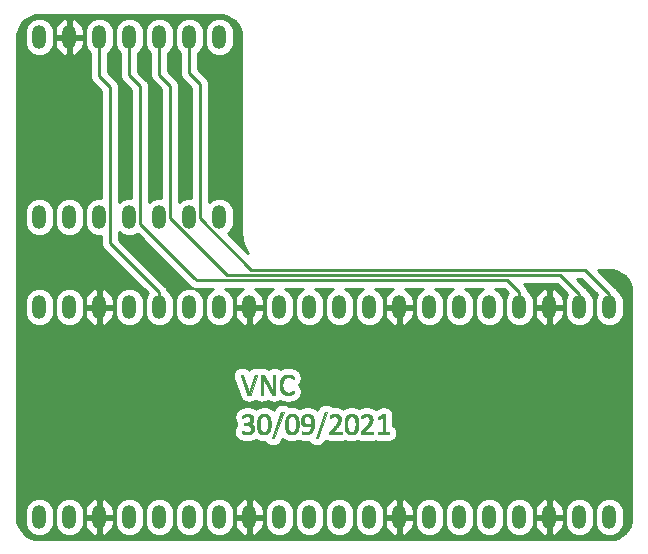
<source format=gtl>
G04 #@! TF.GenerationSoftware,KiCad,Pcbnew,(5.1.9)-1*
G04 #@! TF.CreationDate,2021-10-01T18:24:18-03:00*
G04 #@! TF.ProjectId,XIAO_to_Pico_adapter,5849414f-5f74-46f5-9f50-69636f5f6164,rev?*
G04 #@! TF.SameCoordinates,Original*
G04 #@! TF.FileFunction,Copper,L1,Top*
G04 #@! TF.FilePolarity,Positive*
%FSLAX46Y46*%
G04 Gerber Fmt 4.6, Leading zero omitted, Abs format (unit mm)*
G04 Created by KiCad (PCBNEW (5.1.9)-1) date 2021-10-01 18:24:18*
%MOMM*%
%LPD*%
G01*
G04 APERTURE LIST*
G04 #@! TA.AperFunction,NonConductor*
%ADD10C,0.066145*%
G04 #@! TD*
G04 #@! TA.AperFunction,ComponentPad*
%ADD11O,1.200000X2.000000*%
G04 #@! TD*
G04 #@! TA.AperFunction,Conductor*
%ADD12C,0.250000*%
G04 #@! TD*
G04 #@! TA.AperFunction,Conductor*
%ADD13C,0.254000*%
G04 #@! TD*
G04 #@! TA.AperFunction,Conductor*
%ADD14C,0.100000*%
G04 #@! TD*
G04 APERTURE END LIST*
D10*
G36*
X111591825Y-143670023D02*
G01*
X111620731Y-143671658D01*
X111648669Y-143674383D01*
X111662274Y-143676155D01*
X111675637Y-143678199D01*
X111688758Y-143680515D01*
X111701637Y-143683104D01*
X111714273Y-143685965D01*
X111726667Y-143689099D01*
X111738819Y-143692505D01*
X111750729Y-143696184D01*
X111762397Y-143700136D01*
X111773822Y-143704360D01*
X111785161Y-143708659D01*
X111796249Y-143713161D01*
X111807083Y-143717864D01*
X111817666Y-143722769D01*
X111827996Y-143727876D01*
X111838074Y-143733185D01*
X111847899Y-143738696D01*
X111857473Y-143744408D01*
X111866794Y-143750323D01*
X111875862Y-143756439D01*
X111884679Y-143762758D01*
X111893243Y-143769278D01*
X111901554Y-143776000D01*
X111909614Y-143782924D01*
X111917421Y-143790050D01*
X111924976Y-143797377D01*
X111932444Y-143804882D01*
X111939671Y-143812537D01*
X111946655Y-143820344D01*
X111953398Y-143828303D01*
X111959898Y-143836413D01*
X111966155Y-143844674D01*
X111972171Y-143853086D01*
X111977944Y-143861650D01*
X111983475Y-143870365D01*
X111988764Y-143879232D01*
X111993810Y-143888250D01*
X111998615Y-143897419D01*
X112003177Y-143906740D01*
X112007496Y-143916212D01*
X112011574Y-143925836D01*
X112015409Y-143935611D01*
X112019007Y-143945501D01*
X112022373Y-143955473D01*
X112025507Y-143965525D01*
X112028409Y-143975658D01*
X112031079Y-143985872D01*
X112033516Y-143996167D01*
X112035721Y-144006542D01*
X112037695Y-144016999D01*
X112039436Y-144027535D01*
X112040945Y-144038153D01*
X112042222Y-144048852D01*
X112043266Y-144059631D01*
X112044079Y-144070491D01*
X112044659Y-144081432D01*
X112045007Y-144092454D01*
X112045123Y-144103556D01*
X112044901Y-144123581D01*
X112044235Y-144143605D01*
X112043125Y-144163629D01*
X112041571Y-144183654D01*
X112039573Y-144203678D01*
X112037131Y-144223702D01*
X112034244Y-144243726D01*
X112030914Y-144263751D01*
X112029011Y-144273657D01*
X112026856Y-144283675D01*
X112021790Y-144304043D01*
X112015714Y-144324855D01*
X112008629Y-144346112D01*
X112000534Y-144367812D01*
X111991430Y-144389956D01*
X111981316Y-144412544D01*
X111970193Y-144435576D01*
X111958243Y-144458850D01*
X111945000Y-144482811D01*
X111930466Y-144507458D01*
X111914640Y-144532791D01*
X111897523Y-144558811D01*
X111879113Y-144585518D01*
X111859412Y-144612911D01*
X111838418Y-144640990D01*
X111815891Y-144669634D01*
X111791587Y-144699369D01*
X111765507Y-144730193D01*
X111737650Y-144762107D01*
X111708017Y-144795111D01*
X111676607Y-144829205D01*
X111643421Y-144864389D01*
X111608459Y-144900664D01*
X111343618Y-145177134D01*
X112070960Y-145177134D01*
X112072247Y-145177159D01*
X112073524Y-145177235D01*
X112074791Y-145177361D01*
X112076048Y-145177538D01*
X112077295Y-145177764D01*
X112078531Y-145178042D01*
X112079758Y-145178369D01*
X112080974Y-145178747D01*
X112082180Y-145179176D01*
X112083376Y-145179655D01*
X112084562Y-145180184D01*
X112085738Y-145180763D01*
X112086904Y-145181393D01*
X112088060Y-145182073D01*
X112089205Y-145182804D01*
X112090341Y-145183585D01*
X112091618Y-145184257D01*
X112092864Y-145184980D01*
X112094081Y-145185753D01*
X112095267Y-145186577D01*
X112096423Y-145187451D01*
X112097548Y-145188375D01*
X112098643Y-145189349D01*
X112099708Y-145190374D01*
X112100742Y-145191449D01*
X112101746Y-145192575D01*
X112102720Y-145193751D01*
X112103664Y-145194977D01*
X112104577Y-145196253D01*
X112105460Y-145197580D01*
X112106313Y-145198957D01*
X112107135Y-145200385D01*
X112108084Y-145201863D01*
X112108993Y-145203391D01*
X112109861Y-145204971D01*
X112110688Y-145206600D01*
X112111476Y-145208281D01*
X112112223Y-145210012D01*
X112112929Y-145211793D01*
X112113595Y-145213625D01*
X112114221Y-145215508D01*
X112114807Y-145217441D01*
X112115352Y-145219425D01*
X112115856Y-145221459D01*
X112116320Y-145223544D01*
X112116744Y-145225679D01*
X112117128Y-145227865D01*
X112117471Y-145230101D01*
X112118380Y-145234402D01*
X112119167Y-145238904D01*
X112119833Y-145243608D01*
X112120378Y-145248513D01*
X112120802Y-145253619D01*
X112121105Y-145258927D01*
X112121286Y-145264437D01*
X112121347Y-145270148D01*
X112121328Y-145270125D01*
X112121267Y-145275857D01*
X112121085Y-145281428D01*
X112120783Y-145286837D01*
X112120359Y-145292086D01*
X112119814Y-145297173D01*
X112119148Y-145302100D01*
X112118360Y-145306865D01*
X112117452Y-145311469D01*
X112116745Y-145315913D01*
X112115918Y-145320194D01*
X112114969Y-145324314D01*
X112113899Y-145328271D01*
X112112708Y-145332065D01*
X112111396Y-145335698D01*
X112109963Y-145339168D01*
X112108409Y-145342475D01*
X112107743Y-145343907D01*
X112107037Y-145345300D01*
X112106290Y-145346652D01*
X112105503Y-145347964D01*
X112104675Y-145349236D01*
X112103807Y-145350468D01*
X112102899Y-145351660D01*
X112101950Y-145352811D01*
X112100961Y-145353922D01*
X112099932Y-145354993D01*
X112098862Y-145356024D01*
X112097751Y-145357015D01*
X112096601Y-145357965D01*
X112095410Y-145358876D01*
X112094178Y-145359746D01*
X112092906Y-145360575D01*
X112091766Y-145361202D01*
X112090605Y-145361789D01*
X112089424Y-145362335D01*
X112088223Y-145362841D01*
X112087002Y-145363306D01*
X112085760Y-145363730D01*
X112084499Y-145364115D01*
X112083217Y-145364458D01*
X112081915Y-145364762D01*
X112080593Y-145365024D01*
X112079251Y-145365247D01*
X112077888Y-145365429D01*
X112076506Y-145365570D01*
X112075103Y-145365671D01*
X112073680Y-145365732D01*
X112072236Y-145365752D01*
X111148523Y-145365752D01*
X111144061Y-145365691D01*
X111139721Y-145365510D01*
X111135503Y-145365207D01*
X111131405Y-145364783D01*
X111127428Y-145364237D01*
X111123573Y-145363571D01*
X111119839Y-145362784D01*
X111116225Y-145361876D01*
X111114621Y-145361209D01*
X111113036Y-145360501D01*
X111111471Y-145359754D01*
X111109927Y-145358966D01*
X111108403Y-145358138D01*
X111106899Y-145357270D01*
X111105415Y-145356361D01*
X111103952Y-145355413D01*
X111102508Y-145354424D01*
X111101085Y-145353395D01*
X111099682Y-145352326D01*
X111098300Y-145351217D01*
X111096937Y-145350067D01*
X111095595Y-145348877D01*
X111094273Y-145347647D01*
X111092971Y-145346377D01*
X111091856Y-145345051D01*
X111090771Y-145343654D01*
X111089716Y-145342186D01*
X111088692Y-145340647D01*
X111087698Y-145339038D01*
X111086734Y-145337358D01*
X111085800Y-145335607D01*
X111084897Y-145333785D01*
X111084024Y-145331893D01*
X111083181Y-145329930D01*
X111082369Y-145327896D01*
X111081587Y-145325791D01*
X111080835Y-145323616D01*
X111080114Y-145321369D01*
X111079422Y-145319052D01*
X111078761Y-145316664D01*
X111077853Y-145311679D01*
X111077065Y-145306411D01*
X111076399Y-145300861D01*
X111075854Y-145295027D01*
X111075430Y-145288911D01*
X111075128Y-145282512D01*
X111074946Y-145275830D01*
X111074886Y-145268866D01*
X111074967Y-145256350D01*
X111075211Y-145244642D01*
X111075617Y-145233742D01*
X111076186Y-145223651D01*
X111076893Y-145218888D01*
X111077721Y-145214286D01*
X111078669Y-145209845D01*
X111079739Y-145205566D01*
X111080930Y-145201448D01*
X111082242Y-145197492D01*
X111083675Y-145193696D01*
X111085229Y-145190062D01*
X111086885Y-145186207D01*
X111088621Y-145182393D01*
X111090437Y-145178618D01*
X111092335Y-145174884D01*
X111094313Y-145171190D01*
X111096372Y-145167537D01*
X111098512Y-145163923D01*
X111100732Y-145160350D01*
X111103397Y-145156454D01*
X111106223Y-145152518D01*
X111109211Y-145148542D01*
X111112360Y-145144525D01*
X111115670Y-145140467D01*
X111119142Y-145136369D01*
X111122776Y-145132230D01*
X111126571Y-145128051D01*
X111450839Y-144784404D01*
X111478232Y-144755074D01*
X111504211Y-144726511D01*
X111528777Y-144698715D01*
X111551931Y-144671685D01*
X111573671Y-144645423D01*
X111593998Y-144619928D01*
X111612913Y-144595200D01*
X111630414Y-144571238D01*
X111647028Y-144547923D01*
X111662632Y-144525133D01*
X111677227Y-144502867D01*
X111690812Y-144481127D01*
X111703388Y-144459911D01*
X111714954Y-144439220D01*
X111725511Y-144419054D01*
X111735059Y-144399413D01*
X111744022Y-144380257D01*
X111752177Y-144361545D01*
X111759525Y-144343277D01*
X111766065Y-144325453D01*
X111771798Y-144308073D01*
X111776724Y-144291137D01*
X111780842Y-144274645D01*
X111784152Y-144258597D01*
X111786877Y-144242893D01*
X111789239Y-144227430D01*
X111791238Y-144212211D01*
X111792873Y-144197233D01*
X111794144Y-144182497D01*
X111795053Y-144168004D01*
X111795598Y-144153752D01*
X111795779Y-144139743D01*
X111795497Y-144125955D01*
X111795144Y-144119137D01*
X111794649Y-144112369D01*
X111794013Y-144105652D01*
X111793236Y-144098985D01*
X111792317Y-144092369D01*
X111791258Y-144085804D01*
X111790056Y-144079289D01*
X111788714Y-144072824D01*
X111787230Y-144066410D01*
X111785605Y-144060047D01*
X111783839Y-144053734D01*
X111781931Y-144047471D01*
X111779882Y-144041259D01*
X111777692Y-144035098D01*
X111775366Y-144028850D01*
X111772908Y-144022704D01*
X111770319Y-144016659D01*
X111767599Y-144010714D01*
X111764747Y-144004870D01*
X111761765Y-143999128D01*
X111758651Y-143993486D01*
X111755406Y-143987945D01*
X111752030Y-143982505D01*
X111748523Y-143977166D01*
X111744884Y-143971927D01*
X111741114Y-143966790D01*
X111737213Y-143961754D01*
X111733181Y-143956818D01*
X111729018Y-143951983D01*
X111724723Y-143947249D01*
X111720454Y-143942627D01*
X111716043Y-143938126D01*
X111711491Y-143933746D01*
X111706797Y-143929487D01*
X111701963Y-143925348D01*
X111696987Y-143921332D01*
X111691870Y-143917436D01*
X111686611Y-143913661D01*
X111681211Y-143910007D01*
X111675670Y-143906474D01*
X111669988Y-143903063D01*
X111664164Y-143899772D01*
X111658200Y-143896602D01*
X111652093Y-143893554D01*
X111645846Y-143890626D01*
X111639457Y-143887820D01*
X111632937Y-143885159D01*
X111626296Y-143882669D01*
X111619533Y-143880351D01*
X111612650Y-143878205D01*
X111605645Y-143876230D01*
X111598520Y-143874428D01*
X111591273Y-143872796D01*
X111583905Y-143871337D01*
X111576416Y-143870050D01*
X111568805Y-143868934D01*
X111561074Y-143867989D01*
X111553222Y-143867217D01*
X111545248Y-143866616D01*
X111537153Y-143866187D01*
X111528937Y-143865929D01*
X111520601Y-143865844D01*
X111501141Y-143866187D01*
X111482166Y-143867217D01*
X111463676Y-143868934D01*
X111445670Y-143871337D01*
X111428149Y-143874428D01*
X111411112Y-143878205D01*
X111394560Y-143882669D01*
X111386465Y-143885159D01*
X111378492Y-143887820D01*
X111363211Y-143893375D01*
X111348374Y-143899050D01*
X111333981Y-143904845D01*
X111320032Y-143910760D01*
X111306528Y-143916795D01*
X111293468Y-143922951D01*
X111280852Y-143929226D01*
X111268680Y-143935622D01*
X111246314Y-143948298D01*
X111235797Y-143954454D01*
X111225724Y-143960490D01*
X111216096Y-143966404D01*
X111206911Y-143972197D01*
X111198170Y-143977869D01*
X111189874Y-143983420D01*
X111186059Y-143986082D01*
X111182365Y-143988571D01*
X111178792Y-143990889D01*
X111175340Y-143993035D01*
X111172010Y-143995010D01*
X111168800Y-143996813D01*
X111165712Y-143998444D01*
X111162744Y-143999903D01*
X111159898Y-144001191D01*
X111157173Y-144002306D01*
X111154569Y-144003251D01*
X111152086Y-144004023D01*
X111149724Y-144004624D01*
X111147483Y-144005053D01*
X111145364Y-144005311D01*
X111143365Y-144005397D01*
X111142240Y-144005376D01*
X111141124Y-144005316D01*
X111140019Y-144005215D01*
X111138924Y-144005073D01*
X111137839Y-144004891D01*
X111136764Y-144004669D01*
X111135699Y-144004406D01*
X111134645Y-144004103D01*
X111133600Y-144003759D01*
X111132566Y-144003375D01*
X111131541Y-144002950D01*
X111130527Y-144002485D01*
X111129523Y-144001980D01*
X111128529Y-144001434D01*
X111127545Y-144000847D01*
X111126571Y-144000220D01*
X111125768Y-143999548D01*
X111124976Y-143998825D01*
X111124194Y-143998052D01*
X111123422Y-143997228D01*
X111122660Y-143996354D01*
X111121908Y-143995430D01*
X111121166Y-143994456D01*
X111120434Y-143993431D01*
X111119712Y-143992356D01*
X111119001Y-143991230D01*
X111118299Y-143990054D01*
X111117608Y-143988828D01*
X111116927Y-143987552D01*
X111116256Y-143986225D01*
X111115595Y-143984848D01*
X111114944Y-143983420D01*
X111113995Y-143980393D01*
X111113086Y-143977124D01*
X111112218Y-143973612D01*
X111111390Y-143969857D01*
X111110603Y-143965860D01*
X111109856Y-143961620D01*
X111109150Y-143957138D01*
X111108484Y-143952414D01*
X111107878Y-143947449D01*
X111107353Y-143942242D01*
X111106910Y-143936792D01*
X111106546Y-143931100D01*
X111106264Y-143925165D01*
X111106062Y-143918988D01*
X111105941Y-143912568D01*
X111105901Y-143905905D01*
X111105982Y-143896541D01*
X111106226Y-143887821D01*
X111106409Y-143883703D01*
X111106632Y-143879746D01*
X111106897Y-143875951D01*
X111107202Y-143872317D01*
X111107547Y-143868828D01*
X111107932Y-143865459D01*
X111108357Y-143862209D01*
X111108821Y-143859080D01*
X111109326Y-143856071D01*
X111109870Y-143853182D01*
X111110454Y-143850414D01*
X111111078Y-143847766D01*
X111112067Y-143845204D01*
X111113096Y-143842682D01*
X111114166Y-143840200D01*
X111115276Y-143837758D01*
X111116427Y-143835356D01*
X111117618Y-143832994D01*
X111118849Y-143830673D01*
X111120120Y-143828391D01*
X111120807Y-143827245D01*
X111121574Y-143826068D01*
X111122421Y-143824862D01*
X111123350Y-143823624D01*
X111124359Y-143822357D01*
X111125449Y-143821059D01*
X111126620Y-143819731D01*
X111127871Y-143818372D01*
X111129203Y-143816984D01*
X111130616Y-143815565D01*
X111132110Y-143814115D01*
X111133684Y-143812636D01*
X111135340Y-143811126D01*
X111137076Y-143809585D01*
X111138893Y-143808015D01*
X111140790Y-143806414D01*
X111142814Y-143804604D01*
X111145009Y-143802723D01*
X111149915Y-143798749D01*
X111155506Y-143794491D01*
X111161784Y-143789950D01*
X111168749Y-143785125D01*
X111176399Y-143780017D01*
X111184736Y-143774625D01*
X111193759Y-143768950D01*
X111203731Y-143763158D01*
X111214268Y-143757406D01*
X111225371Y-143751694D01*
X111237038Y-143746022D01*
X111249271Y-143740390D01*
X111262068Y-143734798D01*
X111275431Y-143729246D01*
X111289359Y-143723735D01*
X111304055Y-143718043D01*
X111319073Y-143712594D01*
X111334415Y-143707386D01*
X111350079Y-143702420D01*
X111366066Y-143697697D01*
X111382376Y-143693215D01*
X111399009Y-143688975D01*
X111415965Y-143684977D01*
X111433507Y-143681344D01*
X111451251Y-143678196D01*
X111469196Y-143675532D01*
X111487343Y-143673352D01*
X111505692Y-143671657D01*
X111524243Y-143670447D01*
X111542996Y-143669720D01*
X111561950Y-143669478D01*
X111591825Y-143670023D01*
G37*
X111591825Y-143670023D02*
X111620731Y-143671658D01*
X111648669Y-143674383D01*
X111662274Y-143676155D01*
X111675637Y-143678199D01*
X111688758Y-143680515D01*
X111701637Y-143683104D01*
X111714273Y-143685965D01*
X111726667Y-143689099D01*
X111738819Y-143692505D01*
X111750729Y-143696184D01*
X111762397Y-143700136D01*
X111773822Y-143704360D01*
X111785161Y-143708659D01*
X111796249Y-143713161D01*
X111807083Y-143717864D01*
X111817666Y-143722769D01*
X111827996Y-143727876D01*
X111838074Y-143733185D01*
X111847899Y-143738696D01*
X111857473Y-143744408D01*
X111866794Y-143750323D01*
X111875862Y-143756439D01*
X111884679Y-143762758D01*
X111893243Y-143769278D01*
X111901554Y-143776000D01*
X111909614Y-143782924D01*
X111917421Y-143790050D01*
X111924976Y-143797377D01*
X111932444Y-143804882D01*
X111939671Y-143812537D01*
X111946655Y-143820344D01*
X111953398Y-143828303D01*
X111959898Y-143836413D01*
X111966155Y-143844674D01*
X111972171Y-143853086D01*
X111977944Y-143861650D01*
X111983475Y-143870365D01*
X111988764Y-143879232D01*
X111993810Y-143888250D01*
X111998615Y-143897419D01*
X112003177Y-143906740D01*
X112007496Y-143916212D01*
X112011574Y-143925836D01*
X112015409Y-143935611D01*
X112019007Y-143945501D01*
X112022373Y-143955473D01*
X112025507Y-143965525D01*
X112028409Y-143975658D01*
X112031079Y-143985872D01*
X112033516Y-143996167D01*
X112035721Y-144006542D01*
X112037695Y-144016999D01*
X112039436Y-144027535D01*
X112040945Y-144038153D01*
X112042222Y-144048852D01*
X112043266Y-144059631D01*
X112044079Y-144070491D01*
X112044659Y-144081432D01*
X112045007Y-144092454D01*
X112045123Y-144103556D01*
X112044901Y-144123581D01*
X112044235Y-144143605D01*
X112043125Y-144163629D01*
X112041571Y-144183654D01*
X112039573Y-144203678D01*
X112037131Y-144223702D01*
X112034244Y-144243726D01*
X112030914Y-144263751D01*
X112029011Y-144273657D01*
X112026856Y-144283675D01*
X112021790Y-144304043D01*
X112015714Y-144324855D01*
X112008629Y-144346112D01*
X112000534Y-144367812D01*
X111991430Y-144389956D01*
X111981316Y-144412544D01*
X111970193Y-144435576D01*
X111958243Y-144458850D01*
X111945000Y-144482811D01*
X111930466Y-144507458D01*
X111914640Y-144532791D01*
X111897523Y-144558811D01*
X111879113Y-144585518D01*
X111859412Y-144612911D01*
X111838418Y-144640990D01*
X111815891Y-144669634D01*
X111791587Y-144699369D01*
X111765507Y-144730193D01*
X111737650Y-144762107D01*
X111708017Y-144795111D01*
X111676607Y-144829205D01*
X111643421Y-144864389D01*
X111608459Y-144900664D01*
X111343618Y-145177134D01*
X112070960Y-145177134D01*
X112072247Y-145177159D01*
X112073524Y-145177235D01*
X112074791Y-145177361D01*
X112076048Y-145177538D01*
X112077295Y-145177764D01*
X112078531Y-145178042D01*
X112079758Y-145178369D01*
X112080974Y-145178747D01*
X112082180Y-145179176D01*
X112083376Y-145179655D01*
X112084562Y-145180184D01*
X112085738Y-145180763D01*
X112086904Y-145181393D01*
X112088060Y-145182073D01*
X112089205Y-145182804D01*
X112090341Y-145183585D01*
X112091618Y-145184257D01*
X112092864Y-145184980D01*
X112094081Y-145185753D01*
X112095267Y-145186577D01*
X112096423Y-145187451D01*
X112097548Y-145188375D01*
X112098643Y-145189349D01*
X112099708Y-145190374D01*
X112100742Y-145191449D01*
X112101746Y-145192575D01*
X112102720Y-145193751D01*
X112103664Y-145194977D01*
X112104577Y-145196253D01*
X112105460Y-145197580D01*
X112106313Y-145198957D01*
X112107135Y-145200385D01*
X112108084Y-145201863D01*
X112108993Y-145203391D01*
X112109861Y-145204971D01*
X112110688Y-145206600D01*
X112111476Y-145208281D01*
X112112223Y-145210012D01*
X112112929Y-145211793D01*
X112113595Y-145213625D01*
X112114221Y-145215508D01*
X112114807Y-145217441D01*
X112115352Y-145219425D01*
X112115856Y-145221459D01*
X112116320Y-145223544D01*
X112116744Y-145225679D01*
X112117128Y-145227865D01*
X112117471Y-145230101D01*
X112118380Y-145234402D01*
X112119167Y-145238904D01*
X112119833Y-145243608D01*
X112120378Y-145248513D01*
X112120802Y-145253619D01*
X112121105Y-145258927D01*
X112121286Y-145264437D01*
X112121347Y-145270148D01*
X112121328Y-145270125D01*
X112121267Y-145275857D01*
X112121085Y-145281428D01*
X112120783Y-145286837D01*
X112120359Y-145292086D01*
X112119814Y-145297173D01*
X112119148Y-145302100D01*
X112118360Y-145306865D01*
X112117452Y-145311469D01*
X112116745Y-145315913D01*
X112115918Y-145320194D01*
X112114969Y-145324314D01*
X112113899Y-145328271D01*
X112112708Y-145332065D01*
X112111396Y-145335698D01*
X112109963Y-145339168D01*
X112108409Y-145342475D01*
X112107743Y-145343907D01*
X112107037Y-145345300D01*
X112106290Y-145346652D01*
X112105503Y-145347964D01*
X112104675Y-145349236D01*
X112103807Y-145350468D01*
X112102899Y-145351660D01*
X112101950Y-145352811D01*
X112100961Y-145353922D01*
X112099932Y-145354993D01*
X112098862Y-145356024D01*
X112097751Y-145357015D01*
X112096601Y-145357965D01*
X112095410Y-145358876D01*
X112094178Y-145359746D01*
X112092906Y-145360575D01*
X112091766Y-145361202D01*
X112090605Y-145361789D01*
X112089424Y-145362335D01*
X112088223Y-145362841D01*
X112087002Y-145363306D01*
X112085760Y-145363730D01*
X112084499Y-145364115D01*
X112083217Y-145364458D01*
X112081915Y-145364762D01*
X112080593Y-145365024D01*
X112079251Y-145365247D01*
X112077888Y-145365429D01*
X112076506Y-145365570D01*
X112075103Y-145365671D01*
X112073680Y-145365732D01*
X112072236Y-145365752D01*
X111148523Y-145365752D01*
X111144061Y-145365691D01*
X111139721Y-145365510D01*
X111135503Y-145365207D01*
X111131405Y-145364783D01*
X111127428Y-145364237D01*
X111123573Y-145363571D01*
X111119839Y-145362784D01*
X111116225Y-145361876D01*
X111114621Y-145361209D01*
X111113036Y-145360501D01*
X111111471Y-145359754D01*
X111109927Y-145358966D01*
X111108403Y-145358138D01*
X111106899Y-145357270D01*
X111105415Y-145356361D01*
X111103952Y-145355413D01*
X111102508Y-145354424D01*
X111101085Y-145353395D01*
X111099682Y-145352326D01*
X111098300Y-145351217D01*
X111096937Y-145350067D01*
X111095595Y-145348877D01*
X111094273Y-145347647D01*
X111092971Y-145346377D01*
X111091856Y-145345051D01*
X111090771Y-145343654D01*
X111089716Y-145342186D01*
X111088692Y-145340647D01*
X111087698Y-145339038D01*
X111086734Y-145337358D01*
X111085800Y-145335607D01*
X111084897Y-145333785D01*
X111084024Y-145331893D01*
X111083181Y-145329930D01*
X111082369Y-145327896D01*
X111081587Y-145325791D01*
X111080835Y-145323616D01*
X111080114Y-145321369D01*
X111079422Y-145319052D01*
X111078761Y-145316664D01*
X111077853Y-145311679D01*
X111077065Y-145306411D01*
X111076399Y-145300861D01*
X111075854Y-145295027D01*
X111075430Y-145288911D01*
X111075128Y-145282512D01*
X111074946Y-145275830D01*
X111074886Y-145268866D01*
X111074967Y-145256350D01*
X111075211Y-145244642D01*
X111075617Y-145233742D01*
X111076186Y-145223651D01*
X111076893Y-145218888D01*
X111077721Y-145214286D01*
X111078669Y-145209845D01*
X111079739Y-145205566D01*
X111080930Y-145201448D01*
X111082242Y-145197492D01*
X111083675Y-145193696D01*
X111085229Y-145190062D01*
X111086885Y-145186207D01*
X111088621Y-145182393D01*
X111090437Y-145178618D01*
X111092335Y-145174884D01*
X111094313Y-145171190D01*
X111096372Y-145167537D01*
X111098512Y-145163923D01*
X111100732Y-145160350D01*
X111103397Y-145156454D01*
X111106223Y-145152518D01*
X111109211Y-145148542D01*
X111112360Y-145144525D01*
X111115670Y-145140467D01*
X111119142Y-145136369D01*
X111122776Y-145132230D01*
X111126571Y-145128051D01*
X111450839Y-144784404D01*
X111478232Y-144755074D01*
X111504211Y-144726511D01*
X111528777Y-144698715D01*
X111551931Y-144671685D01*
X111573671Y-144645423D01*
X111593998Y-144619928D01*
X111612913Y-144595200D01*
X111630414Y-144571238D01*
X111647028Y-144547923D01*
X111662632Y-144525133D01*
X111677227Y-144502867D01*
X111690812Y-144481127D01*
X111703388Y-144459911D01*
X111714954Y-144439220D01*
X111725511Y-144419054D01*
X111735059Y-144399413D01*
X111744022Y-144380257D01*
X111752177Y-144361545D01*
X111759525Y-144343277D01*
X111766065Y-144325453D01*
X111771798Y-144308073D01*
X111776724Y-144291137D01*
X111780842Y-144274645D01*
X111784152Y-144258597D01*
X111786877Y-144242893D01*
X111789239Y-144227430D01*
X111791238Y-144212211D01*
X111792873Y-144197233D01*
X111794144Y-144182497D01*
X111795053Y-144168004D01*
X111795598Y-144153752D01*
X111795779Y-144139743D01*
X111795497Y-144125955D01*
X111795144Y-144119137D01*
X111794649Y-144112369D01*
X111794013Y-144105652D01*
X111793236Y-144098985D01*
X111792317Y-144092369D01*
X111791258Y-144085804D01*
X111790056Y-144079289D01*
X111788714Y-144072824D01*
X111787230Y-144066410D01*
X111785605Y-144060047D01*
X111783839Y-144053734D01*
X111781931Y-144047471D01*
X111779882Y-144041259D01*
X111777692Y-144035098D01*
X111775366Y-144028850D01*
X111772908Y-144022704D01*
X111770319Y-144016659D01*
X111767599Y-144010714D01*
X111764747Y-144004870D01*
X111761765Y-143999128D01*
X111758651Y-143993486D01*
X111755406Y-143987945D01*
X111752030Y-143982505D01*
X111748523Y-143977166D01*
X111744884Y-143971927D01*
X111741114Y-143966790D01*
X111737213Y-143961754D01*
X111733181Y-143956818D01*
X111729018Y-143951983D01*
X111724723Y-143947249D01*
X111720454Y-143942627D01*
X111716043Y-143938126D01*
X111711491Y-143933746D01*
X111706797Y-143929487D01*
X111701963Y-143925348D01*
X111696987Y-143921332D01*
X111691870Y-143917436D01*
X111686611Y-143913661D01*
X111681211Y-143910007D01*
X111675670Y-143906474D01*
X111669988Y-143903063D01*
X111664164Y-143899772D01*
X111658200Y-143896602D01*
X111652093Y-143893554D01*
X111645846Y-143890626D01*
X111639457Y-143887820D01*
X111632937Y-143885159D01*
X111626296Y-143882669D01*
X111619533Y-143880351D01*
X111612650Y-143878205D01*
X111605645Y-143876230D01*
X111598520Y-143874428D01*
X111591273Y-143872796D01*
X111583905Y-143871337D01*
X111576416Y-143870050D01*
X111568805Y-143868934D01*
X111561074Y-143867989D01*
X111553222Y-143867217D01*
X111545248Y-143866616D01*
X111537153Y-143866187D01*
X111528937Y-143865929D01*
X111520601Y-143865844D01*
X111501141Y-143866187D01*
X111482166Y-143867217D01*
X111463676Y-143868934D01*
X111445670Y-143871337D01*
X111428149Y-143874428D01*
X111411112Y-143878205D01*
X111394560Y-143882669D01*
X111386465Y-143885159D01*
X111378492Y-143887820D01*
X111363211Y-143893375D01*
X111348374Y-143899050D01*
X111333981Y-143904845D01*
X111320032Y-143910760D01*
X111306528Y-143916795D01*
X111293468Y-143922951D01*
X111280852Y-143929226D01*
X111268680Y-143935622D01*
X111246314Y-143948298D01*
X111235797Y-143954454D01*
X111225724Y-143960490D01*
X111216096Y-143966404D01*
X111206911Y-143972197D01*
X111198170Y-143977869D01*
X111189874Y-143983420D01*
X111186059Y-143986082D01*
X111182365Y-143988571D01*
X111178792Y-143990889D01*
X111175340Y-143993035D01*
X111172010Y-143995010D01*
X111168800Y-143996813D01*
X111165712Y-143998444D01*
X111162744Y-143999903D01*
X111159898Y-144001191D01*
X111157173Y-144002306D01*
X111154569Y-144003251D01*
X111152086Y-144004023D01*
X111149724Y-144004624D01*
X111147483Y-144005053D01*
X111145364Y-144005311D01*
X111143365Y-144005397D01*
X111142240Y-144005376D01*
X111141124Y-144005316D01*
X111140019Y-144005215D01*
X111138924Y-144005073D01*
X111137839Y-144004891D01*
X111136764Y-144004669D01*
X111135699Y-144004406D01*
X111134645Y-144004103D01*
X111133600Y-144003759D01*
X111132566Y-144003375D01*
X111131541Y-144002950D01*
X111130527Y-144002485D01*
X111129523Y-144001980D01*
X111128529Y-144001434D01*
X111127545Y-144000847D01*
X111126571Y-144000220D01*
X111125768Y-143999548D01*
X111124976Y-143998825D01*
X111124194Y-143998052D01*
X111123422Y-143997228D01*
X111122660Y-143996354D01*
X111121908Y-143995430D01*
X111121166Y-143994456D01*
X111120434Y-143993431D01*
X111119712Y-143992356D01*
X111119001Y-143991230D01*
X111118299Y-143990054D01*
X111117608Y-143988828D01*
X111116927Y-143987552D01*
X111116256Y-143986225D01*
X111115595Y-143984848D01*
X111114944Y-143983420D01*
X111113995Y-143980393D01*
X111113086Y-143977124D01*
X111112218Y-143973612D01*
X111111390Y-143969857D01*
X111110603Y-143965860D01*
X111109856Y-143961620D01*
X111109150Y-143957138D01*
X111108484Y-143952414D01*
X111107878Y-143947449D01*
X111107353Y-143942242D01*
X111106910Y-143936792D01*
X111106546Y-143931100D01*
X111106264Y-143925165D01*
X111106062Y-143918988D01*
X111105941Y-143912568D01*
X111105901Y-143905905D01*
X111105982Y-143896541D01*
X111106226Y-143887821D01*
X111106409Y-143883703D01*
X111106632Y-143879746D01*
X111106897Y-143875951D01*
X111107202Y-143872317D01*
X111107547Y-143868828D01*
X111107932Y-143865459D01*
X111108357Y-143862209D01*
X111108821Y-143859080D01*
X111109326Y-143856071D01*
X111109870Y-143853182D01*
X111110454Y-143850414D01*
X111111078Y-143847766D01*
X111112067Y-143845204D01*
X111113096Y-143842682D01*
X111114166Y-143840200D01*
X111115276Y-143837758D01*
X111116427Y-143835356D01*
X111117618Y-143832994D01*
X111118849Y-143830673D01*
X111120120Y-143828391D01*
X111120807Y-143827245D01*
X111121574Y-143826068D01*
X111122421Y-143824862D01*
X111123350Y-143823624D01*
X111124359Y-143822357D01*
X111125449Y-143821059D01*
X111126620Y-143819731D01*
X111127871Y-143818372D01*
X111129203Y-143816984D01*
X111130616Y-143815565D01*
X111132110Y-143814115D01*
X111133684Y-143812636D01*
X111135340Y-143811126D01*
X111137076Y-143809585D01*
X111138893Y-143808015D01*
X111140790Y-143806414D01*
X111142814Y-143804604D01*
X111145009Y-143802723D01*
X111149915Y-143798749D01*
X111155506Y-143794491D01*
X111161784Y-143789950D01*
X111168749Y-143785125D01*
X111176399Y-143780017D01*
X111184736Y-143774625D01*
X111193759Y-143768950D01*
X111203731Y-143763158D01*
X111214268Y-143757406D01*
X111225371Y-143751694D01*
X111237038Y-143746022D01*
X111249271Y-143740390D01*
X111262068Y-143734798D01*
X111275431Y-143729246D01*
X111289359Y-143723735D01*
X111304055Y-143718043D01*
X111319073Y-143712594D01*
X111334415Y-143707386D01*
X111350079Y-143702420D01*
X111366066Y-143697697D01*
X111382376Y-143693215D01*
X111399009Y-143688975D01*
X111415965Y-143684977D01*
X111433507Y-143681344D01*
X111451251Y-143678196D01*
X111469196Y-143675532D01*
X111487343Y-143673352D01*
X111505692Y-143671657D01*
X111524243Y-143670447D01*
X111542996Y-143669720D01*
X111561950Y-143669478D01*
X111591825Y-143670023D01*
G36*
X102885775Y-143669685D02*
G01*
X102905033Y-143670351D01*
X102923886Y-143671461D01*
X102942336Y-143673016D01*
X102960383Y-143675014D01*
X102978026Y-143677457D01*
X102995264Y-143680343D01*
X103012100Y-143683674D01*
X103028531Y-143687449D01*
X103044559Y-143691668D01*
X103060183Y-143696331D01*
X103075403Y-143701438D01*
X103090220Y-143706989D01*
X103104633Y-143712984D01*
X103118642Y-143719424D01*
X103132247Y-143726307D01*
X103145646Y-143733463D01*
X103158711Y-143741043D01*
X103171444Y-143749047D01*
X103183843Y-143757474D01*
X103195909Y-143766326D01*
X103207642Y-143775601D01*
X103219042Y-143785301D01*
X103230110Y-143795424D01*
X103240844Y-143805971D01*
X103251244Y-143816942D01*
X103261312Y-143828337D01*
X103271047Y-143840156D01*
X103280449Y-143852399D01*
X103289517Y-143865066D01*
X103298253Y-143878157D01*
X103306655Y-143891671D01*
X103314740Y-143905438D01*
X103322522Y-143919609D01*
X103330000Y-143934183D01*
X103337177Y-143949161D01*
X103344050Y-143964543D01*
X103350621Y-143980329D01*
X103356888Y-143996518D01*
X103362853Y-144013111D01*
X103368516Y-144030108D01*
X103373875Y-144047509D01*
X103378932Y-144065313D01*
X103383685Y-144083521D01*
X103392285Y-144121147D01*
X103399673Y-144160389D01*
X103406066Y-144199119D01*
X103411639Y-144239230D01*
X103416394Y-144280720D01*
X103420334Y-144323583D01*
X103423458Y-144367815D01*
X103425771Y-144413413D01*
X103427273Y-144460372D01*
X103427966Y-144508688D01*
X103200589Y-144508688D01*
X103199640Y-144457042D01*
X103197834Y-144407837D01*
X103196611Y-144384147D01*
X103195177Y-144361064D01*
X103193531Y-144338585D01*
X103191675Y-144316710D01*
X103189273Y-144292204D01*
X103186589Y-144268425D01*
X103183621Y-144245372D01*
X103180371Y-144223046D01*
X103176839Y-144201447D01*
X103173024Y-144180575D01*
X103168926Y-144160429D01*
X103164545Y-144141010D01*
X103160165Y-144122298D01*
X103155421Y-144104271D01*
X103150314Y-144086931D01*
X103144843Y-144070278D01*
X103139010Y-144054311D01*
X103132813Y-144039030D01*
X103126252Y-144024435D01*
X103119328Y-144010527D01*
X103115892Y-144003664D01*
X103112364Y-143996962D01*
X103108746Y-143990422D01*
X103105037Y-143984043D01*
X103101237Y-143977826D01*
X103097346Y-143971770D01*
X103093364Y-143965876D01*
X103089291Y-143960143D01*
X103085128Y-143954571D01*
X103080874Y-143949162D01*
X103076529Y-143943913D01*
X103072093Y-143938826D01*
X103067566Y-143933901D01*
X103062949Y-143929137D01*
X103058240Y-143924534D01*
X103053441Y-143920093D01*
X103048551Y-143915652D01*
X103043570Y-143911373D01*
X103038498Y-143907255D01*
X103033335Y-143903299D01*
X103028082Y-143899504D01*
X103022738Y-143895870D01*
X103017303Y-143892398D01*
X103011777Y-143889088D01*
X103006160Y-143885939D01*
X103000452Y-143882951D01*
X102994654Y-143880125D01*
X102988764Y-143877460D01*
X102982784Y-143874957D01*
X102976713Y-143872616D01*
X102970552Y-143870436D01*
X102964299Y-143868417D01*
X102951824Y-143864480D01*
X102938945Y-143861068D01*
X102925663Y-143858181D01*
X102911977Y-143855820D01*
X102897887Y-143853983D01*
X102883393Y-143852671D01*
X102868496Y-143851884D01*
X102853195Y-143851622D01*
X102839630Y-143851824D01*
X102826388Y-143852430D01*
X102813469Y-143853439D01*
X102800872Y-143854852D01*
X102788599Y-143856668D01*
X102776649Y-143858889D01*
X102765022Y-143861513D01*
X102753718Y-143864541D01*
X102742736Y-143867973D01*
X102732078Y-143871808D01*
X102721743Y-143876047D01*
X102711730Y-143880690D01*
X102702041Y-143885736D01*
X102692675Y-143891187D01*
X102683631Y-143897041D01*
X102674911Y-143903299D01*
X102666463Y-143909909D01*
X102658237Y-143916823D01*
X102650234Y-143924040D01*
X102642452Y-143931559D01*
X102634892Y-143939381D01*
X102627554Y-143947506D01*
X102620439Y-143955934D01*
X102613545Y-143964664D01*
X102606874Y-143973698D01*
X102600424Y-143983034D01*
X102594197Y-143992673D01*
X102588191Y-144002614D01*
X102582408Y-144012859D01*
X102576847Y-144023406D01*
X102571508Y-144034256D01*
X102566391Y-144045409D01*
X102557085Y-144068502D01*
X102548546Y-144092564D01*
X102540774Y-144117595D01*
X102533770Y-144143594D01*
X102527532Y-144170563D01*
X102522062Y-144198500D01*
X102517358Y-144227407D01*
X102513422Y-144257282D01*
X102510204Y-144286859D01*
X102507408Y-144316967D01*
X102505030Y-144347604D01*
X102503070Y-144378769D01*
X102501523Y-144410462D01*
X102500388Y-144442679D01*
X102499661Y-144475422D01*
X102499340Y-144508688D01*
X102272093Y-144508688D01*
X102272990Y-144464988D01*
X102274723Y-144422159D01*
X102277295Y-144380204D01*
X102280709Y-144339126D01*
X102284967Y-144298927D01*
X102290074Y-144259612D01*
X102296030Y-144221183D01*
X102302841Y-144183643D01*
X102306868Y-144163800D01*
X102311198Y-144144320D01*
X102315830Y-144125204D01*
X102320766Y-144106451D01*
X102326004Y-144088062D01*
X102331545Y-144070036D01*
X102337389Y-144052373D01*
X102343536Y-144035073D01*
X102349985Y-144018137D01*
X102356738Y-144001564D01*
X102363793Y-143985355D01*
X102371151Y-143969509D01*
X102378811Y-143954026D01*
X102386775Y-143938907D01*
X102395041Y-143924151D01*
X102403610Y-143909758D01*
X102412502Y-143895593D01*
X102421737Y-143881841D01*
X102431315Y-143868503D01*
X102441237Y-143855579D01*
X102451501Y-143843068D01*
X102462109Y-143830972D01*
X102473060Y-143819289D01*
X102484354Y-143808020D01*
X102495992Y-143797165D01*
X102507972Y-143786723D01*
X102520296Y-143776696D01*
X102532962Y-143767082D01*
X102545972Y-143757883D01*
X102559325Y-143749097D01*
X102573022Y-143740725D01*
X102587061Y-143732766D01*
X102601474Y-143725101D01*
X102616290Y-143717930D01*
X102631511Y-143711253D01*
X102647135Y-143705071D01*
X102663163Y-143699384D01*
X102679594Y-143694191D01*
X102696429Y-143689493D01*
X102713668Y-143685289D01*
X102731311Y-143681580D01*
X102749358Y-143678365D01*
X102767808Y-143675645D01*
X102786661Y-143673419D01*
X102805919Y-143671688D01*
X102825580Y-143670452D01*
X102845645Y-143669710D01*
X102866114Y-143669463D01*
X102885775Y-143669685D01*
G37*
X102885775Y-143669685D02*
X102905033Y-143670351D01*
X102923886Y-143671461D01*
X102942336Y-143673016D01*
X102960383Y-143675014D01*
X102978026Y-143677457D01*
X102995264Y-143680343D01*
X103012100Y-143683674D01*
X103028531Y-143687449D01*
X103044559Y-143691668D01*
X103060183Y-143696331D01*
X103075403Y-143701438D01*
X103090220Y-143706989D01*
X103104633Y-143712984D01*
X103118642Y-143719424D01*
X103132247Y-143726307D01*
X103145646Y-143733463D01*
X103158711Y-143741043D01*
X103171444Y-143749047D01*
X103183843Y-143757474D01*
X103195909Y-143766326D01*
X103207642Y-143775601D01*
X103219042Y-143785301D01*
X103230110Y-143795424D01*
X103240844Y-143805971D01*
X103251244Y-143816942D01*
X103261312Y-143828337D01*
X103271047Y-143840156D01*
X103280449Y-143852399D01*
X103289517Y-143865066D01*
X103298253Y-143878157D01*
X103306655Y-143891671D01*
X103314740Y-143905438D01*
X103322522Y-143919609D01*
X103330000Y-143934183D01*
X103337177Y-143949161D01*
X103344050Y-143964543D01*
X103350621Y-143980329D01*
X103356888Y-143996518D01*
X103362853Y-144013111D01*
X103368516Y-144030108D01*
X103373875Y-144047509D01*
X103378932Y-144065313D01*
X103383685Y-144083521D01*
X103392285Y-144121147D01*
X103399673Y-144160389D01*
X103406066Y-144199119D01*
X103411639Y-144239230D01*
X103416394Y-144280720D01*
X103420334Y-144323583D01*
X103423458Y-144367815D01*
X103425771Y-144413413D01*
X103427273Y-144460372D01*
X103427966Y-144508688D01*
X103200589Y-144508688D01*
X103199640Y-144457042D01*
X103197834Y-144407837D01*
X103196611Y-144384147D01*
X103195177Y-144361064D01*
X103193531Y-144338585D01*
X103191675Y-144316710D01*
X103189273Y-144292204D01*
X103186589Y-144268425D01*
X103183621Y-144245372D01*
X103180371Y-144223046D01*
X103176839Y-144201447D01*
X103173024Y-144180575D01*
X103168926Y-144160429D01*
X103164545Y-144141010D01*
X103160165Y-144122298D01*
X103155421Y-144104271D01*
X103150314Y-144086931D01*
X103144843Y-144070278D01*
X103139010Y-144054311D01*
X103132813Y-144039030D01*
X103126252Y-144024435D01*
X103119328Y-144010527D01*
X103115892Y-144003664D01*
X103112364Y-143996962D01*
X103108746Y-143990422D01*
X103105037Y-143984043D01*
X103101237Y-143977826D01*
X103097346Y-143971770D01*
X103093364Y-143965876D01*
X103089291Y-143960143D01*
X103085128Y-143954571D01*
X103080874Y-143949162D01*
X103076529Y-143943913D01*
X103072093Y-143938826D01*
X103067566Y-143933901D01*
X103062949Y-143929137D01*
X103058240Y-143924534D01*
X103053441Y-143920093D01*
X103048551Y-143915652D01*
X103043570Y-143911373D01*
X103038498Y-143907255D01*
X103033335Y-143903299D01*
X103028082Y-143899504D01*
X103022738Y-143895870D01*
X103017303Y-143892398D01*
X103011777Y-143889088D01*
X103006160Y-143885939D01*
X103000452Y-143882951D01*
X102994654Y-143880125D01*
X102988764Y-143877460D01*
X102982784Y-143874957D01*
X102976713Y-143872616D01*
X102970552Y-143870436D01*
X102964299Y-143868417D01*
X102951824Y-143864480D01*
X102938945Y-143861068D01*
X102925663Y-143858181D01*
X102911977Y-143855820D01*
X102897887Y-143853983D01*
X102883393Y-143852671D01*
X102868496Y-143851884D01*
X102853195Y-143851622D01*
X102839630Y-143851824D01*
X102826388Y-143852430D01*
X102813469Y-143853439D01*
X102800872Y-143854852D01*
X102788599Y-143856668D01*
X102776649Y-143858889D01*
X102765022Y-143861513D01*
X102753718Y-143864541D01*
X102742736Y-143867973D01*
X102732078Y-143871808D01*
X102721743Y-143876047D01*
X102711730Y-143880690D01*
X102702041Y-143885736D01*
X102692675Y-143891187D01*
X102683631Y-143897041D01*
X102674911Y-143903299D01*
X102666463Y-143909909D01*
X102658237Y-143916823D01*
X102650234Y-143924040D01*
X102642452Y-143931559D01*
X102634892Y-143939381D01*
X102627554Y-143947506D01*
X102620439Y-143955934D01*
X102613545Y-143964664D01*
X102606874Y-143973698D01*
X102600424Y-143983034D01*
X102594197Y-143992673D01*
X102588191Y-144002614D01*
X102582408Y-144012859D01*
X102576847Y-144023406D01*
X102571508Y-144034256D01*
X102566391Y-144045409D01*
X102557085Y-144068502D01*
X102548546Y-144092564D01*
X102540774Y-144117595D01*
X102533770Y-144143594D01*
X102527532Y-144170563D01*
X102522062Y-144198500D01*
X102517358Y-144227407D01*
X102513422Y-144257282D01*
X102510204Y-144286859D01*
X102507408Y-144316967D01*
X102505030Y-144347604D01*
X102503070Y-144378769D01*
X102501523Y-144410462D01*
X102500388Y-144442679D01*
X102499661Y-144475422D01*
X102499340Y-144508688D01*
X102272093Y-144508688D01*
X102272990Y-144464988D01*
X102274723Y-144422159D01*
X102277295Y-144380204D01*
X102280709Y-144339126D01*
X102284967Y-144298927D01*
X102290074Y-144259612D01*
X102296030Y-144221183D01*
X102302841Y-144183643D01*
X102306868Y-144163800D01*
X102311198Y-144144320D01*
X102315830Y-144125204D01*
X102320766Y-144106451D01*
X102326004Y-144088062D01*
X102331545Y-144070036D01*
X102337389Y-144052373D01*
X102343536Y-144035073D01*
X102349985Y-144018137D01*
X102356738Y-144001564D01*
X102363793Y-143985355D01*
X102371151Y-143969509D01*
X102378811Y-143954026D01*
X102386775Y-143938907D01*
X102395041Y-143924151D01*
X102403610Y-143909758D01*
X102412502Y-143895593D01*
X102421737Y-143881841D01*
X102431315Y-143868503D01*
X102441237Y-143855579D01*
X102451501Y-143843068D01*
X102462109Y-143830972D01*
X102473060Y-143819289D01*
X102484354Y-143808020D01*
X102495992Y-143797165D01*
X102507972Y-143786723D01*
X102520296Y-143776696D01*
X102532962Y-143767082D01*
X102545972Y-143757883D01*
X102559325Y-143749097D01*
X102573022Y-143740725D01*
X102587061Y-143732766D01*
X102601474Y-143725101D01*
X102616290Y-143717930D01*
X102631511Y-143711253D01*
X102647135Y-143705071D01*
X102663163Y-143699384D01*
X102679594Y-143694191D01*
X102696429Y-143689493D01*
X102713668Y-143685289D01*
X102731311Y-143681580D01*
X102749358Y-143678365D01*
X102767808Y-143675645D01*
X102786661Y-143673419D01*
X102805919Y-143671688D01*
X102825580Y-143670452D01*
X102845645Y-143669710D01*
X102866114Y-143669463D01*
X102885775Y-143669685D01*
G36*
X104925336Y-140340438D02*
G01*
X104943241Y-140341104D01*
X104961025Y-140342213D01*
X104978687Y-140343766D01*
X104996229Y-140345763D01*
X105013650Y-140348203D01*
X105030949Y-140351087D01*
X105048127Y-140354415D01*
X105065084Y-140357767D01*
X105081717Y-140361361D01*
X105098027Y-140365197D01*
X105114015Y-140369275D01*
X105129679Y-140373594D01*
X105145020Y-140378155D01*
X105160039Y-140382958D01*
X105174734Y-140388003D01*
X105189066Y-140393272D01*
X105202995Y-140398743D01*
X105216519Y-140404416D01*
X105229640Y-140410290D01*
X105242358Y-140416367D01*
X105254671Y-140422644D01*
X105266581Y-140429124D01*
X105278087Y-140435805D01*
X105288947Y-140442446D01*
X105298919Y-140448804D01*
X105308003Y-140454880D01*
X105316198Y-140460673D01*
X105323505Y-140466184D01*
X105329925Y-140471412D01*
X105335456Y-140476358D01*
X105337888Y-140478724D01*
X105340099Y-140481021D01*
X105344419Y-140485099D01*
X105348335Y-140488936D01*
X105351847Y-140492529D01*
X105354956Y-140495880D01*
X105357661Y-140498989D01*
X105358862Y-140500452D01*
X105359962Y-140501854D01*
X105360962Y-140503196D01*
X105361860Y-140504477D01*
X105362657Y-140505698D01*
X105363354Y-140506858D01*
X105363990Y-140508004D01*
X105364606Y-140509180D01*
X105365201Y-140510387D01*
X105365777Y-140511624D01*
X105366332Y-140512891D01*
X105366867Y-140514189D01*
X105367381Y-140515517D01*
X105367876Y-140516876D01*
X105368350Y-140518265D01*
X105368805Y-140519684D01*
X105369239Y-140521133D01*
X105369653Y-140522613D01*
X105370046Y-140524123D01*
X105370420Y-140525663D01*
X105371106Y-140528834D01*
X105372035Y-140531820D01*
X105372883Y-140534969D01*
X105373650Y-140538279D01*
X105374336Y-140541751D01*
X105374942Y-140545385D01*
X105375466Y-140549181D01*
X105375911Y-140553138D01*
X105376274Y-140557257D01*
X105376880Y-140561558D01*
X105377405Y-140566061D01*
X105377850Y-140570765D01*
X105378213Y-140575670D01*
X105378496Y-140580778D01*
X105378698Y-140586086D01*
X105378819Y-140591596D01*
X105378860Y-140597308D01*
X105378819Y-140603646D01*
X105378698Y-140609742D01*
X105378496Y-140615596D01*
X105378213Y-140621208D01*
X105377850Y-140626578D01*
X105377405Y-140631706D01*
X105376880Y-140636591D01*
X105376274Y-140641234D01*
X105375588Y-140645673D01*
X105374821Y-140649950D01*
X105373974Y-140654067D01*
X105373045Y-140658023D01*
X105372036Y-140661818D01*
X105370945Y-140665453D01*
X105369774Y-140668927D01*
X105368522Y-140672240D01*
X105367866Y-140673673D01*
X105367189Y-140675065D01*
X105366493Y-140676417D01*
X105365776Y-140677730D01*
X105365039Y-140679002D01*
X105364282Y-140680233D01*
X105363505Y-140681425D01*
X105362708Y-140682576D01*
X105361890Y-140683688D01*
X105361052Y-140684759D01*
X105360194Y-140685790D01*
X105359316Y-140686780D01*
X105358418Y-140687731D01*
X105357499Y-140688641D01*
X105356560Y-140689511D01*
X105355602Y-140690341D01*
X105354779Y-140690968D01*
X105353926Y-140691554D01*
X105353043Y-140692100D01*
X105352129Y-140692606D01*
X105351186Y-140693071D01*
X105350212Y-140693496D01*
X105349207Y-140693880D01*
X105348173Y-140694224D01*
X105347108Y-140694527D01*
X105346013Y-140694790D01*
X105344887Y-140695012D01*
X105343732Y-140695194D01*
X105342546Y-140695335D01*
X105341330Y-140695436D01*
X105340083Y-140695497D01*
X105338806Y-140695517D01*
X105336490Y-140695421D01*
X105334062Y-140695134D01*
X105331524Y-140694654D01*
X105328875Y-140693983D01*
X105326114Y-140693120D01*
X105323243Y-140692065D01*
X105320260Y-140690818D01*
X105317166Y-140689380D01*
X105313962Y-140687750D01*
X105310646Y-140685927D01*
X105307220Y-140683913D01*
X105303682Y-140681708D01*
X105300034Y-140679310D01*
X105296274Y-140676721D01*
X105292403Y-140673939D01*
X105288422Y-140670966D01*
X105280045Y-140664447D01*
X105271062Y-140657806D01*
X105261474Y-140651044D01*
X105251280Y-140644161D01*
X105240481Y-140637157D01*
X105229075Y-140630031D01*
X105217064Y-140622784D01*
X105204448Y-140615416D01*
X105191489Y-140607765D01*
X105177802Y-140600316D01*
X105163389Y-140593070D01*
X105148250Y-140586025D01*
X105132384Y-140579181D01*
X105115791Y-140572540D01*
X105098471Y-140566101D01*
X105080425Y-140559863D01*
X105071265Y-140556734D01*
X105061874Y-140553806D01*
X105052250Y-140551081D01*
X105042394Y-140548558D01*
X105032306Y-140546236D01*
X105021986Y-140544116D01*
X105011434Y-140542198D01*
X105000649Y-140540482D01*
X104989633Y-140538968D01*
X104978384Y-140537656D01*
X104966903Y-140536546D01*
X104955190Y-140535637D01*
X104943245Y-140534931D01*
X104931068Y-140534426D01*
X104906018Y-140534022D01*
X104892205Y-140534199D01*
X104878544Y-140534729D01*
X104865035Y-140535612D01*
X104851677Y-140536848D01*
X104838470Y-140538438D01*
X104825415Y-140540381D01*
X104812511Y-140542677D01*
X104799758Y-140545326D01*
X104787157Y-140548329D01*
X104774708Y-140551684D01*
X104762409Y-140555394D01*
X104750262Y-140559456D01*
X104738267Y-140563871D01*
X104726422Y-140568640D01*
X104714730Y-140573762D01*
X104703188Y-140579238D01*
X104691985Y-140584895D01*
X104680984Y-140590886D01*
X104670184Y-140597209D01*
X104659587Y-140603866D01*
X104649191Y-140610855D01*
X104638997Y-140618177D01*
X104629005Y-140625833D01*
X104619215Y-140633821D01*
X104609626Y-140642143D01*
X104600240Y-140650797D01*
X104591055Y-140659785D01*
X104582072Y-140669106D01*
X104573291Y-140678759D01*
X104564712Y-140688746D01*
X104556335Y-140699066D01*
X104548160Y-140709719D01*
X104540196Y-140720691D01*
X104532455Y-140731964D01*
X104524936Y-140743541D01*
X104517639Y-140755421D01*
X104510563Y-140767603D01*
X104503710Y-140780088D01*
X104497079Y-140792876D01*
X104490670Y-140805967D01*
X104484483Y-140819360D01*
X104478518Y-140833056D01*
X104472775Y-140847055D01*
X104467254Y-140861357D01*
X104461955Y-140875962D01*
X104456878Y-140890869D01*
X104452023Y-140906079D01*
X104447391Y-140921592D01*
X104439215Y-140953163D01*
X104432130Y-140985865D01*
X104426135Y-141019696D01*
X104421230Y-141054659D01*
X104417414Y-141090751D01*
X104414689Y-141127975D01*
X104413054Y-141166329D01*
X104412509Y-141205813D01*
X104413034Y-141244975D01*
X104414608Y-141283005D01*
X104417233Y-141319905D01*
X104420906Y-141355675D01*
X104425630Y-141390313D01*
X104431403Y-141423822D01*
X104438226Y-141456200D01*
X104446099Y-141487448D01*
X104450570Y-141502477D01*
X104455263Y-141517203D01*
X104460178Y-141531626D01*
X104465316Y-141545746D01*
X104470675Y-141559563D01*
X104476257Y-141573078D01*
X104482060Y-141586290D01*
X104488086Y-141599199D01*
X104494333Y-141611805D01*
X104500803Y-141624109D01*
X104507494Y-141636109D01*
X104514408Y-141647807D01*
X104521544Y-141659202D01*
X104528901Y-141670294D01*
X104536481Y-141681083D01*
X104544283Y-141691569D01*
X104552469Y-141701591D01*
X104560876Y-141711311D01*
X104569505Y-141720728D01*
X104578357Y-141729842D01*
X104587431Y-141738653D01*
X104596726Y-141747161D01*
X104606244Y-141755367D01*
X104615984Y-141763270D01*
X104625946Y-141770870D01*
X104636130Y-141778167D01*
X104646536Y-141785161D01*
X104657164Y-141791853D01*
X104668014Y-141798242D01*
X104679086Y-141804328D01*
X104690380Y-141810112D01*
X104701896Y-141815593D01*
X104713619Y-141820599D01*
X104725534Y-141825282D01*
X104737640Y-141829642D01*
X104749939Y-141833679D01*
X104762429Y-141837393D01*
X104775111Y-141840785D01*
X104787984Y-141843853D01*
X104801050Y-141846598D01*
X104814307Y-141849020D01*
X104827756Y-141851119D01*
X104841397Y-141852896D01*
X104855229Y-141854349D01*
X104869253Y-141855479D01*
X104883469Y-141856287D01*
X104897877Y-141856771D01*
X104912477Y-141856932D01*
X104936942Y-141856549D01*
X104960600Y-141855398D01*
X104983451Y-141853480D01*
X105005494Y-141850795D01*
X105026730Y-141847343D01*
X105047158Y-141843123D01*
X105066779Y-141838136D01*
X105085593Y-141832381D01*
X105103962Y-141826162D01*
X105121604Y-141819782D01*
X105138520Y-141813242D01*
X105154709Y-141806540D01*
X105170172Y-141799677D01*
X105184908Y-141792653D01*
X105198917Y-141785467D01*
X105212199Y-141778121D01*
X105225139Y-141770470D01*
X105237472Y-141763021D01*
X105249200Y-141755774D01*
X105260323Y-141748729D01*
X105270839Y-141741886D01*
X105280751Y-141735245D01*
X105290057Y-141728805D01*
X105298757Y-141722567D01*
X105302900Y-141719594D01*
X105306932Y-141716813D01*
X105310853Y-141714223D01*
X105314663Y-141711826D01*
X105318362Y-141709620D01*
X105321951Y-141707606D01*
X105325428Y-141705784D01*
X105328794Y-141704153D01*
X105332048Y-141702715D01*
X105335192Y-141701468D01*
X105338225Y-141700413D01*
X105341147Y-141699550D01*
X105343958Y-141698879D01*
X105346658Y-141698399D01*
X105349247Y-141698112D01*
X105351725Y-141698016D01*
X105352845Y-141698031D01*
X105353945Y-141698077D01*
X105355025Y-141698152D01*
X105356085Y-141698258D01*
X105357124Y-141698395D01*
X105358144Y-141698561D01*
X105359143Y-141698758D01*
X105360122Y-141698985D01*
X105361081Y-141699243D01*
X105362019Y-141699530D01*
X105362938Y-141699848D01*
X105363836Y-141700197D01*
X105364714Y-141700575D01*
X105365572Y-141700984D01*
X105366410Y-141701423D01*
X105367228Y-141701892D01*
X105368025Y-141702406D01*
X105368802Y-141702981D01*
X105369559Y-141703617D01*
X105370296Y-141704313D01*
X105371013Y-141705070D01*
X105371709Y-141705888D01*
X105372385Y-141706766D01*
X105373042Y-141707704D01*
X105373677Y-141708703D01*
X105374293Y-141709763D01*
X105374888Y-141710883D01*
X105375464Y-141712064D01*
X105376019Y-141713305D01*
X105376554Y-141714606D01*
X105377068Y-141715968D01*
X105377563Y-141717391D01*
X105378037Y-141718717D01*
X105378491Y-141720114D01*
X105378925Y-141721582D01*
X105379339Y-141723121D01*
X105379733Y-141724730D01*
X105380106Y-141726410D01*
X105380792Y-141729983D01*
X105381398Y-141733839D01*
X105381923Y-141737978D01*
X105382367Y-141742401D01*
X105382731Y-141747107D01*
X105383337Y-141752113D01*
X105383862Y-141757441D01*
X105384306Y-141763093D01*
X105384670Y-141769068D01*
X105384952Y-141775366D01*
X105385154Y-141781987D01*
X105385276Y-141788931D01*
X105385316Y-141796199D01*
X105385325Y-141796187D01*
X105385244Y-141806201D01*
X105385000Y-141815567D01*
X105384594Y-141824287D01*
X105384330Y-141828403D01*
X105384025Y-141832358D01*
X105383660Y-141836173D01*
X105383214Y-141839866D01*
X105382689Y-141843439D01*
X105382083Y-141846890D01*
X105381397Y-141850221D01*
X105380630Y-141853431D01*
X105379784Y-141856520D01*
X105378857Y-141859488D01*
X105378170Y-141862354D01*
X105377403Y-141865139D01*
X105376555Y-141867844D01*
X105375626Y-141870468D01*
X105374617Y-141873013D01*
X105373527Y-141875477D01*
X105372356Y-141877861D01*
X105371104Y-141880164D01*
X105370428Y-141881310D01*
X105369691Y-141882486D01*
X105368894Y-141883693D01*
X105368036Y-141884930D01*
X105367117Y-141886198D01*
X105366138Y-141887496D01*
X105365099Y-141888824D01*
X105363998Y-141890182D01*
X105361616Y-141892990D01*
X105358992Y-141895919D01*
X105356126Y-141898969D01*
X105353017Y-141902140D01*
X105351291Y-141903812D01*
X105349343Y-141905594D01*
X105347173Y-141907487D01*
X105344781Y-141909490D01*
X105339330Y-141913831D01*
X105332992Y-141918615D01*
X105325765Y-141923843D01*
X105317651Y-141929515D01*
X105308648Y-141935631D01*
X105298757Y-141942191D01*
X105288099Y-141948650D01*
X105276795Y-141955109D01*
X105264844Y-141961568D01*
X105252248Y-141968028D01*
X105239006Y-141974487D01*
X105225118Y-141980947D01*
X105210584Y-141987406D01*
X105195404Y-141993865D01*
X105179922Y-141999882D01*
X105163833Y-142005656D01*
X105147140Y-142011187D01*
X105129840Y-142016476D01*
X105111935Y-142021523D01*
X105093425Y-142026327D01*
X105074308Y-142030889D01*
X105054587Y-142035208D01*
X105034643Y-142039445D01*
X105014215Y-142043116D01*
X104993302Y-142046223D01*
X104971905Y-142048764D01*
X104950023Y-142050741D01*
X104927657Y-142052153D01*
X104904806Y-142053000D01*
X104881471Y-142053283D01*
X104861245Y-142053071D01*
X104841260Y-142052435D01*
X104821519Y-142051375D01*
X104802019Y-142049891D01*
X104782761Y-142047984D01*
X104763746Y-142045652D01*
X104744973Y-142042897D01*
X104726442Y-142039718D01*
X104708154Y-142036115D01*
X104690107Y-142032088D01*
X104672303Y-142027637D01*
X104654741Y-142022762D01*
X104637422Y-142017463D01*
X104620344Y-142011740D01*
X104603509Y-142005593D01*
X104586916Y-141999022D01*
X104570752Y-141992038D01*
X104554881Y-141984649D01*
X104539302Y-141976857D01*
X104524016Y-141968662D01*
X104509023Y-141960062D01*
X104494323Y-141951060D01*
X104479915Y-141941653D01*
X104465800Y-141931843D01*
X104451978Y-141921629D01*
X104438448Y-141911011D01*
X104425211Y-141899990D01*
X104412267Y-141888565D01*
X104399615Y-141876736D01*
X104387256Y-141864504D01*
X104375190Y-141851868D01*
X104363417Y-141838828D01*
X104352113Y-141825394D01*
X104341131Y-141811576D01*
X104330473Y-141797375D01*
X104320138Y-141782791D01*
X104310126Y-141767823D01*
X104300436Y-141752472D01*
X104291070Y-141736737D01*
X104282027Y-141720618D01*
X104273306Y-141704117D01*
X104264909Y-141687231D01*
X104256834Y-141669962D01*
X104249083Y-141652310D01*
X104241654Y-141634274D01*
X104234549Y-141615854D01*
X104227767Y-141597051D01*
X104221307Y-141577864D01*
X104215362Y-141558143D01*
X104209801Y-141538058D01*
X104204623Y-141517609D01*
X104199829Y-141496797D01*
X104191391Y-141454084D01*
X104184488Y-141409917D01*
X104179118Y-141364296D01*
X104175283Y-141317222D01*
X104172982Y-141268695D01*
X104172215Y-141218714D01*
X104173042Y-141167422D01*
X104175525Y-141117542D01*
X104179663Y-141069076D01*
X104185457Y-141022022D01*
X104192906Y-140976381D01*
X104202009Y-140932154D01*
X104212768Y-140889339D01*
X104225183Y-140847937D01*
X104232132Y-140827787D01*
X104239414Y-140808029D01*
X104247029Y-140788666D01*
X104254977Y-140769696D01*
X104263259Y-140751120D01*
X104271873Y-140732937D01*
X104280821Y-140715149D01*
X104290101Y-140697753D01*
X104299715Y-140680751D01*
X104309661Y-140664143D01*
X104319941Y-140647929D01*
X104330554Y-140632108D01*
X104341499Y-140616681D01*
X104352778Y-140601647D01*
X104364390Y-140587007D01*
X104376335Y-140572760D01*
X104388593Y-140558762D01*
X104401144Y-140545187D01*
X104413987Y-140532036D01*
X104427124Y-140519309D01*
X104440552Y-140507005D01*
X104454274Y-140495126D01*
X104468288Y-140483670D01*
X104482595Y-140472639D01*
X104497195Y-140462031D01*
X104512087Y-140451847D01*
X104527272Y-140442087D01*
X104542750Y-140432751D01*
X104558520Y-140423839D01*
X104574583Y-140415351D01*
X104590939Y-140407286D01*
X104607587Y-140399646D01*
X104624654Y-140392449D01*
X104641944Y-140385717D01*
X104659455Y-140379449D01*
X104677189Y-140373645D01*
X104695144Y-140368306D01*
X104713322Y-140363431D01*
X104731721Y-140359020D01*
X104750343Y-140355074D01*
X104769187Y-140351592D01*
X104788252Y-140348574D01*
X104807540Y-140346020D01*
X104827050Y-140343931D01*
X104846782Y-140342306D01*
X104866736Y-140341145D01*
X104886912Y-140340449D01*
X104907310Y-140340216D01*
X104925336Y-140340438D01*
G37*
X104925336Y-140340438D02*
X104943241Y-140341104D01*
X104961025Y-140342213D01*
X104978687Y-140343766D01*
X104996229Y-140345763D01*
X105013650Y-140348203D01*
X105030949Y-140351087D01*
X105048127Y-140354415D01*
X105065084Y-140357767D01*
X105081717Y-140361361D01*
X105098027Y-140365197D01*
X105114015Y-140369275D01*
X105129679Y-140373594D01*
X105145020Y-140378155D01*
X105160039Y-140382958D01*
X105174734Y-140388003D01*
X105189066Y-140393272D01*
X105202995Y-140398743D01*
X105216519Y-140404416D01*
X105229640Y-140410290D01*
X105242358Y-140416367D01*
X105254671Y-140422644D01*
X105266581Y-140429124D01*
X105278087Y-140435805D01*
X105288947Y-140442446D01*
X105298919Y-140448804D01*
X105308003Y-140454880D01*
X105316198Y-140460673D01*
X105323505Y-140466184D01*
X105329925Y-140471412D01*
X105335456Y-140476358D01*
X105337888Y-140478724D01*
X105340099Y-140481021D01*
X105344419Y-140485099D01*
X105348335Y-140488936D01*
X105351847Y-140492529D01*
X105354956Y-140495880D01*
X105357661Y-140498989D01*
X105358862Y-140500452D01*
X105359962Y-140501854D01*
X105360962Y-140503196D01*
X105361860Y-140504477D01*
X105362657Y-140505698D01*
X105363354Y-140506858D01*
X105363990Y-140508004D01*
X105364606Y-140509180D01*
X105365201Y-140510387D01*
X105365777Y-140511624D01*
X105366332Y-140512891D01*
X105366867Y-140514189D01*
X105367381Y-140515517D01*
X105367876Y-140516876D01*
X105368350Y-140518265D01*
X105368805Y-140519684D01*
X105369239Y-140521133D01*
X105369653Y-140522613D01*
X105370046Y-140524123D01*
X105370420Y-140525663D01*
X105371106Y-140528834D01*
X105372035Y-140531820D01*
X105372883Y-140534969D01*
X105373650Y-140538279D01*
X105374336Y-140541751D01*
X105374942Y-140545385D01*
X105375466Y-140549181D01*
X105375911Y-140553138D01*
X105376274Y-140557257D01*
X105376880Y-140561558D01*
X105377405Y-140566061D01*
X105377850Y-140570765D01*
X105378213Y-140575670D01*
X105378496Y-140580778D01*
X105378698Y-140586086D01*
X105378819Y-140591596D01*
X105378860Y-140597308D01*
X105378819Y-140603646D01*
X105378698Y-140609742D01*
X105378496Y-140615596D01*
X105378213Y-140621208D01*
X105377850Y-140626578D01*
X105377405Y-140631706D01*
X105376880Y-140636591D01*
X105376274Y-140641234D01*
X105375588Y-140645673D01*
X105374821Y-140649950D01*
X105373974Y-140654067D01*
X105373045Y-140658023D01*
X105372036Y-140661818D01*
X105370945Y-140665453D01*
X105369774Y-140668927D01*
X105368522Y-140672240D01*
X105367866Y-140673673D01*
X105367189Y-140675065D01*
X105366493Y-140676417D01*
X105365776Y-140677730D01*
X105365039Y-140679002D01*
X105364282Y-140680233D01*
X105363505Y-140681425D01*
X105362708Y-140682576D01*
X105361890Y-140683688D01*
X105361052Y-140684759D01*
X105360194Y-140685790D01*
X105359316Y-140686780D01*
X105358418Y-140687731D01*
X105357499Y-140688641D01*
X105356560Y-140689511D01*
X105355602Y-140690341D01*
X105354779Y-140690968D01*
X105353926Y-140691554D01*
X105353043Y-140692100D01*
X105352129Y-140692606D01*
X105351186Y-140693071D01*
X105350212Y-140693496D01*
X105349207Y-140693880D01*
X105348173Y-140694224D01*
X105347108Y-140694527D01*
X105346013Y-140694790D01*
X105344887Y-140695012D01*
X105343732Y-140695194D01*
X105342546Y-140695335D01*
X105341330Y-140695436D01*
X105340083Y-140695497D01*
X105338806Y-140695517D01*
X105336490Y-140695421D01*
X105334062Y-140695134D01*
X105331524Y-140694654D01*
X105328875Y-140693983D01*
X105326114Y-140693120D01*
X105323243Y-140692065D01*
X105320260Y-140690818D01*
X105317166Y-140689380D01*
X105313962Y-140687750D01*
X105310646Y-140685927D01*
X105307220Y-140683913D01*
X105303682Y-140681708D01*
X105300034Y-140679310D01*
X105296274Y-140676721D01*
X105292403Y-140673939D01*
X105288422Y-140670966D01*
X105280045Y-140664447D01*
X105271062Y-140657806D01*
X105261474Y-140651044D01*
X105251280Y-140644161D01*
X105240481Y-140637157D01*
X105229075Y-140630031D01*
X105217064Y-140622784D01*
X105204448Y-140615416D01*
X105191489Y-140607765D01*
X105177802Y-140600316D01*
X105163389Y-140593070D01*
X105148250Y-140586025D01*
X105132384Y-140579181D01*
X105115791Y-140572540D01*
X105098471Y-140566101D01*
X105080425Y-140559863D01*
X105071265Y-140556734D01*
X105061874Y-140553806D01*
X105052250Y-140551081D01*
X105042394Y-140548558D01*
X105032306Y-140546236D01*
X105021986Y-140544116D01*
X105011434Y-140542198D01*
X105000649Y-140540482D01*
X104989633Y-140538968D01*
X104978384Y-140537656D01*
X104966903Y-140536546D01*
X104955190Y-140535637D01*
X104943245Y-140534931D01*
X104931068Y-140534426D01*
X104906018Y-140534022D01*
X104892205Y-140534199D01*
X104878544Y-140534729D01*
X104865035Y-140535612D01*
X104851677Y-140536848D01*
X104838470Y-140538438D01*
X104825415Y-140540381D01*
X104812511Y-140542677D01*
X104799758Y-140545326D01*
X104787157Y-140548329D01*
X104774708Y-140551684D01*
X104762409Y-140555394D01*
X104750262Y-140559456D01*
X104738267Y-140563871D01*
X104726422Y-140568640D01*
X104714730Y-140573762D01*
X104703188Y-140579238D01*
X104691985Y-140584895D01*
X104680984Y-140590886D01*
X104670184Y-140597209D01*
X104659587Y-140603866D01*
X104649191Y-140610855D01*
X104638997Y-140618177D01*
X104629005Y-140625833D01*
X104619215Y-140633821D01*
X104609626Y-140642143D01*
X104600240Y-140650797D01*
X104591055Y-140659785D01*
X104582072Y-140669106D01*
X104573291Y-140678759D01*
X104564712Y-140688746D01*
X104556335Y-140699066D01*
X104548160Y-140709719D01*
X104540196Y-140720691D01*
X104532455Y-140731964D01*
X104524936Y-140743541D01*
X104517639Y-140755421D01*
X104510563Y-140767603D01*
X104503710Y-140780088D01*
X104497079Y-140792876D01*
X104490670Y-140805967D01*
X104484483Y-140819360D01*
X104478518Y-140833056D01*
X104472775Y-140847055D01*
X104467254Y-140861357D01*
X104461955Y-140875962D01*
X104456878Y-140890869D01*
X104452023Y-140906079D01*
X104447391Y-140921592D01*
X104439215Y-140953163D01*
X104432130Y-140985865D01*
X104426135Y-141019696D01*
X104421230Y-141054659D01*
X104417414Y-141090751D01*
X104414689Y-141127975D01*
X104413054Y-141166329D01*
X104412509Y-141205813D01*
X104413034Y-141244975D01*
X104414608Y-141283005D01*
X104417233Y-141319905D01*
X104420906Y-141355675D01*
X104425630Y-141390313D01*
X104431403Y-141423822D01*
X104438226Y-141456200D01*
X104446099Y-141487448D01*
X104450570Y-141502477D01*
X104455263Y-141517203D01*
X104460178Y-141531626D01*
X104465316Y-141545746D01*
X104470675Y-141559563D01*
X104476257Y-141573078D01*
X104482060Y-141586290D01*
X104488086Y-141599199D01*
X104494333Y-141611805D01*
X104500803Y-141624109D01*
X104507494Y-141636109D01*
X104514408Y-141647807D01*
X104521544Y-141659202D01*
X104528901Y-141670294D01*
X104536481Y-141681083D01*
X104544283Y-141691569D01*
X104552469Y-141701591D01*
X104560876Y-141711311D01*
X104569505Y-141720728D01*
X104578357Y-141729842D01*
X104587431Y-141738653D01*
X104596726Y-141747161D01*
X104606244Y-141755367D01*
X104615984Y-141763270D01*
X104625946Y-141770870D01*
X104636130Y-141778167D01*
X104646536Y-141785161D01*
X104657164Y-141791853D01*
X104668014Y-141798242D01*
X104679086Y-141804328D01*
X104690380Y-141810112D01*
X104701896Y-141815593D01*
X104713619Y-141820599D01*
X104725534Y-141825282D01*
X104737640Y-141829642D01*
X104749939Y-141833679D01*
X104762429Y-141837393D01*
X104775111Y-141840785D01*
X104787984Y-141843853D01*
X104801050Y-141846598D01*
X104814307Y-141849020D01*
X104827756Y-141851119D01*
X104841397Y-141852896D01*
X104855229Y-141854349D01*
X104869253Y-141855479D01*
X104883469Y-141856287D01*
X104897877Y-141856771D01*
X104912477Y-141856932D01*
X104936942Y-141856549D01*
X104960600Y-141855398D01*
X104983451Y-141853480D01*
X105005494Y-141850795D01*
X105026730Y-141847343D01*
X105047158Y-141843123D01*
X105066779Y-141838136D01*
X105085593Y-141832381D01*
X105103962Y-141826162D01*
X105121604Y-141819782D01*
X105138520Y-141813242D01*
X105154709Y-141806540D01*
X105170172Y-141799677D01*
X105184908Y-141792653D01*
X105198917Y-141785467D01*
X105212199Y-141778121D01*
X105225139Y-141770470D01*
X105237472Y-141763021D01*
X105249200Y-141755774D01*
X105260323Y-141748729D01*
X105270839Y-141741886D01*
X105280751Y-141735245D01*
X105290057Y-141728805D01*
X105298757Y-141722567D01*
X105302900Y-141719594D01*
X105306932Y-141716813D01*
X105310853Y-141714223D01*
X105314663Y-141711826D01*
X105318362Y-141709620D01*
X105321951Y-141707606D01*
X105325428Y-141705784D01*
X105328794Y-141704153D01*
X105332048Y-141702715D01*
X105335192Y-141701468D01*
X105338225Y-141700413D01*
X105341147Y-141699550D01*
X105343958Y-141698879D01*
X105346658Y-141698399D01*
X105349247Y-141698112D01*
X105351725Y-141698016D01*
X105352845Y-141698031D01*
X105353945Y-141698077D01*
X105355025Y-141698152D01*
X105356085Y-141698258D01*
X105357124Y-141698395D01*
X105358144Y-141698561D01*
X105359143Y-141698758D01*
X105360122Y-141698985D01*
X105361081Y-141699243D01*
X105362019Y-141699530D01*
X105362938Y-141699848D01*
X105363836Y-141700197D01*
X105364714Y-141700575D01*
X105365572Y-141700984D01*
X105366410Y-141701423D01*
X105367228Y-141701892D01*
X105368025Y-141702406D01*
X105368802Y-141702981D01*
X105369559Y-141703617D01*
X105370296Y-141704313D01*
X105371013Y-141705070D01*
X105371709Y-141705888D01*
X105372385Y-141706766D01*
X105373042Y-141707704D01*
X105373677Y-141708703D01*
X105374293Y-141709763D01*
X105374888Y-141710883D01*
X105375464Y-141712064D01*
X105376019Y-141713305D01*
X105376554Y-141714606D01*
X105377068Y-141715968D01*
X105377563Y-141717391D01*
X105378037Y-141718717D01*
X105378491Y-141720114D01*
X105378925Y-141721582D01*
X105379339Y-141723121D01*
X105379733Y-141724730D01*
X105380106Y-141726410D01*
X105380792Y-141729983D01*
X105381398Y-141733839D01*
X105381923Y-141737978D01*
X105382367Y-141742401D01*
X105382731Y-141747107D01*
X105383337Y-141752113D01*
X105383862Y-141757441D01*
X105384306Y-141763093D01*
X105384670Y-141769068D01*
X105384952Y-141775366D01*
X105385154Y-141781987D01*
X105385276Y-141788931D01*
X105385316Y-141796199D01*
X105385325Y-141796187D01*
X105385244Y-141806201D01*
X105385000Y-141815567D01*
X105384594Y-141824287D01*
X105384330Y-141828403D01*
X105384025Y-141832358D01*
X105383660Y-141836173D01*
X105383214Y-141839866D01*
X105382689Y-141843439D01*
X105382083Y-141846890D01*
X105381397Y-141850221D01*
X105380630Y-141853431D01*
X105379784Y-141856520D01*
X105378857Y-141859488D01*
X105378170Y-141862354D01*
X105377403Y-141865139D01*
X105376555Y-141867844D01*
X105375626Y-141870468D01*
X105374617Y-141873013D01*
X105373527Y-141875477D01*
X105372356Y-141877861D01*
X105371104Y-141880164D01*
X105370428Y-141881310D01*
X105369691Y-141882486D01*
X105368894Y-141883693D01*
X105368036Y-141884930D01*
X105367117Y-141886198D01*
X105366138Y-141887496D01*
X105365099Y-141888824D01*
X105363998Y-141890182D01*
X105361616Y-141892990D01*
X105358992Y-141895919D01*
X105356126Y-141898969D01*
X105353017Y-141902140D01*
X105351291Y-141903812D01*
X105349343Y-141905594D01*
X105347173Y-141907487D01*
X105344781Y-141909490D01*
X105339330Y-141913831D01*
X105332992Y-141918615D01*
X105325765Y-141923843D01*
X105317651Y-141929515D01*
X105308648Y-141935631D01*
X105298757Y-141942191D01*
X105288099Y-141948650D01*
X105276795Y-141955109D01*
X105264844Y-141961568D01*
X105252248Y-141968028D01*
X105239006Y-141974487D01*
X105225118Y-141980947D01*
X105210584Y-141987406D01*
X105195404Y-141993865D01*
X105179922Y-141999882D01*
X105163833Y-142005656D01*
X105147140Y-142011187D01*
X105129840Y-142016476D01*
X105111935Y-142021523D01*
X105093425Y-142026327D01*
X105074308Y-142030889D01*
X105054587Y-142035208D01*
X105034643Y-142039445D01*
X105014215Y-142043116D01*
X104993302Y-142046223D01*
X104971905Y-142048764D01*
X104950023Y-142050741D01*
X104927657Y-142052153D01*
X104904806Y-142053000D01*
X104881471Y-142053283D01*
X104861245Y-142053071D01*
X104841260Y-142052435D01*
X104821519Y-142051375D01*
X104802019Y-142049891D01*
X104782761Y-142047984D01*
X104763746Y-142045652D01*
X104744973Y-142042897D01*
X104726442Y-142039718D01*
X104708154Y-142036115D01*
X104690107Y-142032088D01*
X104672303Y-142027637D01*
X104654741Y-142022762D01*
X104637422Y-142017463D01*
X104620344Y-142011740D01*
X104603509Y-142005593D01*
X104586916Y-141999022D01*
X104570752Y-141992038D01*
X104554881Y-141984649D01*
X104539302Y-141976857D01*
X104524016Y-141968662D01*
X104509023Y-141960062D01*
X104494323Y-141951060D01*
X104479915Y-141941653D01*
X104465800Y-141931843D01*
X104451978Y-141921629D01*
X104438448Y-141911011D01*
X104425211Y-141899990D01*
X104412267Y-141888565D01*
X104399615Y-141876736D01*
X104387256Y-141864504D01*
X104375190Y-141851868D01*
X104363417Y-141838828D01*
X104352113Y-141825394D01*
X104341131Y-141811576D01*
X104330473Y-141797375D01*
X104320138Y-141782791D01*
X104310126Y-141767823D01*
X104300436Y-141752472D01*
X104291070Y-141736737D01*
X104282027Y-141720618D01*
X104273306Y-141704117D01*
X104264909Y-141687231D01*
X104256834Y-141669962D01*
X104249083Y-141652310D01*
X104241654Y-141634274D01*
X104234549Y-141615854D01*
X104227767Y-141597051D01*
X104221307Y-141577864D01*
X104215362Y-141558143D01*
X104209801Y-141538058D01*
X104204623Y-141517609D01*
X104199829Y-141496797D01*
X104191391Y-141454084D01*
X104184488Y-141409917D01*
X104179118Y-141364296D01*
X104175283Y-141317222D01*
X104172982Y-141268695D01*
X104172215Y-141218714D01*
X104173042Y-141167422D01*
X104175525Y-141117542D01*
X104179663Y-141069076D01*
X104185457Y-141022022D01*
X104192906Y-140976381D01*
X104202009Y-140932154D01*
X104212768Y-140889339D01*
X104225183Y-140847937D01*
X104232132Y-140827787D01*
X104239414Y-140808029D01*
X104247029Y-140788666D01*
X104254977Y-140769696D01*
X104263259Y-140751120D01*
X104271873Y-140732937D01*
X104280821Y-140715149D01*
X104290101Y-140697753D01*
X104299715Y-140680751D01*
X104309661Y-140664143D01*
X104319941Y-140647929D01*
X104330554Y-140632108D01*
X104341499Y-140616681D01*
X104352778Y-140601647D01*
X104364390Y-140587007D01*
X104376335Y-140572760D01*
X104388593Y-140558762D01*
X104401144Y-140545187D01*
X104413987Y-140532036D01*
X104427124Y-140519309D01*
X104440552Y-140507005D01*
X104454274Y-140495126D01*
X104468288Y-140483670D01*
X104482595Y-140472639D01*
X104497195Y-140462031D01*
X104512087Y-140451847D01*
X104527272Y-140442087D01*
X104542750Y-140432751D01*
X104558520Y-140423839D01*
X104574583Y-140415351D01*
X104590939Y-140407286D01*
X104607587Y-140399646D01*
X104624654Y-140392449D01*
X104641944Y-140385717D01*
X104659455Y-140379449D01*
X104677189Y-140373645D01*
X104695144Y-140368306D01*
X104713322Y-140363431D01*
X104731721Y-140359020D01*
X104750343Y-140355074D01*
X104769187Y-140351592D01*
X104788252Y-140348574D01*
X104807540Y-140346020D01*
X104827050Y-140343931D01*
X104846782Y-140342306D01*
X104866736Y-140341145D01*
X104886912Y-140340449D01*
X104907310Y-140340216D01*
X104925336Y-140340438D01*
G36*
X103728349Y-140357057D02*
G01*
X103735091Y-140357177D01*
X103741591Y-140357378D01*
X103747849Y-140357660D01*
X103753864Y-140358022D01*
X103759637Y-140358465D01*
X103765168Y-140358988D01*
X103770457Y-140359591D01*
X103775483Y-140360296D01*
X103780226Y-140361123D01*
X103784687Y-140362071D01*
X103788866Y-140363141D01*
X103790849Y-140363722D01*
X103792762Y-140364333D01*
X103794604Y-140364975D01*
X103796375Y-140365647D01*
X103798076Y-140366350D01*
X103799706Y-140367083D01*
X103801266Y-140367846D01*
X103802755Y-140368640D01*
X103804183Y-140369297D01*
X103805560Y-140369974D01*
X103806888Y-140370672D01*
X103808164Y-140371389D01*
X103809391Y-140372127D01*
X103810567Y-140372884D01*
X103811692Y-140373662D01*
X103812767Y-140374460D01*
X103813791Y-140375277D01*
X103814765Y-140376115D01*
X103815689Y-140376973D01*
X103816562Y-140377851D01*
X103817385Y-140378749D01*
X103818157Y-140379667D01*
X103818879Y-140380606D01*
X103819550Y-140381564D01*
X103820176Y-140382538D01*
X103820761Y-140383522D01*
X103821306Y-140384517D01*
X103821811Y-140385521D01*
X103822275Y-140386536D01*
X103822699Y-140387561D01*
X103823083Y-140388596D01*
X103823426Y-140389641D01*
X103823729Y-140390696D01*
X103823991Y-140391761D01*
X103824213Y-140392836D01*
X103824395Y-140393921D01*
X103824536Y-140395017D01*
X103824637Y-140396122D01*
X103824698Y-140397238D01*
X103824718Y-140398364D01*
X103824702Y-141940882D01*
X103824666Y-141944082D01*
X103824560Y-141947220D01*
X103824384Y-141950299D01*
X103824136Y-141953316D01*
X103823818Y-141956274D01*
X103823430Y-141959170D01*
X103822971Y-141962007D01*
X103822441Y-141964782D01*
X103821840Y-141967498D01*
X103821169Y-141970152D01*
X103820427Y-141972747D01*
X103819615Y-141975280D01*
X103818732Y-141977753D01*
X103817778Y-141980166D01*
X103816754Y-141982517D01*
X103815659Y-141984809D01*
X103814665Y-141987046D01*
X103813620Y-141989232D01*
X103812525Y-141991368D01*
X103811379Y-141993453D01*
X103810183Y-141995488D01*
X103808936Y-141997472D01*
X103807639Y-141999405D01*
X103806292Y-142001288D01*
X103804894Y-142003120D01*
X103803446Y-142004901D01*
X103801947Y-142006632D01*
X103800398Y-142008312D01*
X103798798Y-142009941D01*
X103797148Y-142011520D01*
X103795448Y-142013048D01*
X103793697Y-142014525D01*
X103792066Y-142015953D01*
X103790406Y-142017330D01*
X103788715Y-142018657D01*
X103786994Y-142019933D01*
X103785243Y-142021159D01*
X103783462Y-142022335D01*
X103781650Y-142023461D01*
X103779808Y-142024536D01*
X103777936Y-142025561D01*
X103776033Y-142026535D01*
X103774100Y-142027459D01*
X103772137Y-142028333D01*
X103770144Y-142029157D01*
X103768121Y-142029930D01*
X103766067Y-142030653D01*
X103763983Y-142031325D01*
X103759784Y-142032539D01*
X103755585Y-142033590D01*
X103751387Y-142034480D01*
X103747188Y-142035208D01*
X103742989Y-142035774D01*
X103738791Y-142036178D01*
X103734592Y-142036421D01*
X103730394Y-142036502D01*
X103659339Y-142036502D01*
X103651063Y-142036401D01*
X103643029Y-142036098D01*
X103635237Y-142035594D01*
X103627687Y-142034889D01*
X103620380Y-142033981D01*
X103613315Y-142032873D01*
X103606492Y-142031563D01*
X103599911Y-142030051D01*
X103596848Y-142029041D01*
X103593794Y-142027951D01*
X103590751Y-142026780D01*
X103587718Y-142025528D01*
X103584695Y-142024196D01*
X103581682Y-142022783D01*
X103578680Y-142021289D01*
X103575687Y-142019714D01*
X103572705Y-142018059D01*
X103569733Y-142016323D01*
X103566770Y-142014506D01*
X103563818Y-142012608D01*
X103560876Y-142010630D01*
X103557944Y-142008571D01*
X103555023Y-142006431D01*
X103552111Y-142004210D01*
X103549361Y-142001738D01*
X103546600Y-141999165D01*
X103543830Y-141996490D01*
X103541049Y-141993715D01*
X103538258Y-141990839D01*
X103535457Y-141987862D01*
X103529826Y-141981605D01*
X103524153Y-141974944D01*
X103518441Y-141967879D01*
X103512688Y-141960410D01*
X103506894Y-141952536D01*
X103501323Y-141944179D01*
X103495590Y-141935256D01*
X103489696Y-141925768D01*
X103483640Y-141915715D01*
X103477423Y-141905097D01*
X103471044Y-141893914D01*
X103464504Y-141882166D01*
X103457802Y-141869853D01*
X102930704Y-140919009D01*
X102909953Y-140881786D01*
X102889041Y-140843756D01*
X102867966Y-140804918D01*
X102846730Y-140765273D01*
X102826383Y-140724901D01*
X102806681Y-140685175D01*
X102787626Y-140646095D01*
X102769216Y-140607661D01*
X102766630Y-140607661D01*
X102768892Y-140701648D01*
X102770505Y-140797572D01*
X102771480Y-140894142D01*
X102771805Y-140990065D01*
X102771805Y-141999041D01*
X102771785Y-142000172D01*
X102771724Y-142001303D01*
X102771623Y-142002434D01*
X102771482Y-142003565D01*
X102771300Y-142004696D01*
X102771078Y-142005828D01*
X102770816Y-142006959D01*
X102770513Y-142008090D01*
X102770170Y-142009222D01*
X102769786Y-142010353D01*
X102769363Y-142011485D01*
X102768898Y-142012616D01*
X102768393Y-142013747D01*
X102767848Y-142014879D01*
X102767263Y-142016011D01*
X102766637Y-142017142D01*
X102765961Y-142018101D01*
X102765224Y-142019040D01*
X102764426Y-142019959D01*
X102763568Y-142020857D01*
X102762650Y-142021735D01*
X102761671Y-142022594D01*
X102760631Y-142023432D01*
X102759531Y-142024249D01*
X102758370Y-142025047D01*
X102757149Y-142025824D01*
X102755867Y-142026582D01*
X102754525Y-142027319D01*
X102753122Y-142028036D01*
X102751658Y-142028733D01*
X102750134Y-142029410D01*
X102748550Y-142030066D01*
X102745502Y-142031014D01*
X102742171Y-142031922D01*
X102738558Y-142032790D01*
X102734662Y-142033616D01*
X102730483Y-142034402D01*
X102726022Y-142035148D01*
X102721278Y-142035853D01*
X102716252Y-142036517D01*
X102711225Y-142037425D01*
X102705836Y-142038212D01*
X102700083Y-142038878D01*
X102693967Y-142039423D01*
X102687487Y-142039847D01*
X102680644Y-142040150D01*
X102673437Y-142040332D01*
X102665867Y-142040393D01*
X102658277Y-142040332D01*
X102651010Y-142040150D01*
X102644066Y-142039847D01*
X102637445Y-142039423D01*
X102631147Y-142038878D01*
X102625172Y-142038212D01*
X102619520Y-142037425D01*
X102614191Y-142036517D01*
X102609468Y-142035853D01*
X102604987Y-142035148D01*
X102600748Y-142034402D01*
X102596751Y-142033616D01*
X102592996Y-142032790D01*
X102589484Y-142031922D01*
X102586214Y-142031014D01*
X102583185Y-142030066D01*
X102581757Y-142029409D01*
X102580380Y-142028732D01*
X102579052Y-142028034D01*
X102577776Y-142027317D01*
X102576549Y-142026579D01*
X102575373Y-142025822D01*
X102574248Y-142025044D01*
X102573173Y-142024246D01*
X102572149Y-142023429D01*
X102571175Y-142022591D01*
X102570251Y-142021733D01*
X102569378Y-142020855D01*
X102568555Y-142019957D01*
X102567783Y-142019039D01*
X102567062Y-142018100D01*
X102566390Y-142017142D01*
X102565764Y-142016011D01*
X102565179Y-142014880D01*
X102564634Y-142013749D01*
X102564129Y-142012618D01*
X102563665Y-142011487D01*
X102563241Y-142010356D01*
X102562857Y-142009224D01*
X102562514Y-142008093D01*
X102562211Y-142006962D01*
X102561949Y-142005830D01*
X102561727Y-142004699D01*
X102561545Y-142003567D01*
X102561404Y-142002436D01*
X102561303Y-142001304D01*
X102561242Y-142000173D01*
X102561222Y-141999041D01*
X102561222Y-140456507D01*
X102561333Y-140450164D01*
X102561666Y-140444053D01*
X102562222Y-140438173D01*
X102562999Y-140432526D01*
X102563998Y-140427111D01*
X102565219Y-140421929D01*
X102566662Y-140416978D01*
X102568328Y-140412259D01*
X102570215Y-140407773D01*
X102572325Y-140403519D01*
X102574656Y-140399497D01*
X102577210Y-140395707D01*
X102579985Y-140392149D01*
X102582983Y-140388823D01*
X102586203Y-140385730D01*
X102589645Y-140382869D01*
X102593218Y-140380207D01*
X102596831Y-140377717D01*
X102600485Y-140375399D01*
X102604179Y-140373253D01*
X102607913Y-140371279D01*
X102611688Y-140369476D01*
X102615503Y-140367845D01*
X102619359Y-140366386D01*
X102623255Y-140365098D01*
X102627191Y-140363982D01*
X102631168Y-140363038D01*
X102635185Y-140362265D01*
X102639242Y-140361665D01*
X102643340Y-140361235D01*
X102647478Y-140360978D01*
X102651656Y-140360892D01*
X102757592Y-140360892D01*
X102766757Y-140360993D01*
X102775518Y-140361295D01*
X102783875Y-140361800D01*
X102791828Y-140362505D01*
X102799378Y-140363412D01*
X102806524Y-140364521D01*
X102813266Y-140365831D01*
X102819604Y-140367343D01*
X102822809Y-140368184D01*
X102825963Y-140369097D01*
X102829066Y-140370080D01*
X102832119Y-140371135D01*
X102835122Y-140372260D01*
X102838074Y-140373457D01*
X102840976Y-140374724D01*
X102843827Y-140376062D01*
X102846628Y-140377471D01*
X102849378Y-140378951D01*
X102852078Y-140380502D01*
X102854728Y-140382124D01*
X102857327Y-140383816D01*
X102859875Y-140385580D01*
X102862373Y-140387414D01*
X102864821Y-140389319D01*
X102867394Y-140391144D01*
X102869948Y-140393071D01*
X102872481Y-140395098D01*
X102874994Y-140397227D01*
X102877487Y-140399457D01*
X102879960Y-140401788D01*
X102882412Y-140404220D01*
X102884845Y-140406753D01*
X102887257Y-140409388D01*
X102889649Y-140412123D01*
X102892021Y-140414960D01*
X102894373Y-140417898D01*
X102896704Y-140420936D01*
X102899016Y-140424076D01*
X102901307Y-140427317D01*
X102903578Y-140430659D01*
X102908463Y-140437341D01*
X102913429Y-140444467D01*
X102918475Y-140452037D01*
X102923602Y-140460051D01*
X102928810Y-140468509D01*
X102934099Y-140477410D01*
X102939469Y-140486756D01*
X102944919Y-140496547D01*
X103350578Y-141230353D01*
X103387397Y-141296884D01*
X103422924Y-141362124D01*
X103440204Y-141393695D01*
X103457160Y-141425106D01*
X103473793Y-141456354D01*
X103490104Y-141487441D01*
X103522079Y-141549130D01*
X103553408Y-141610175D01*
X103569476Y-141639970D01*
X103585382Y-141669927D01*
X103601127Y-141700044D01*
X103616711Y-141730323D01*
X103618011Y-141730323D01*
X103615749Y-141626323D01*
X103614136Y-141518450D01*
X103614136Y-140398364D01*
X103614156Y-140397238D01*
X103614217Y-140396122D01*
X103614318Y-140395017D01*
X103614459Y-140393921D01*
X103614641Y-140392836D01*
X103614863Y-140391761D01*
X103615125Y-140390696D01*
X103615428Y-140389641D01*
X103615771Y-140388596D01*
X103616155Y-140387561D01*
X103616579Y-140386536D01*
X103617043Y-140385521D01*
X103617548Y-140384517D01*
X103618093Y-140383522D01*
X103618678Y-140382538D01*
X103619304Y-140381564D01*
X103619975Y-140380605D01*
X103620697Y-140379666D01*
X103621469Y-140378747D01*
X103622292Y-140377849D01*
X103623165Y-140376971D01*
X103624088Y-140376112D01*
X103625062Y-140375274D01*
X103626087Y-140374457D01*
X103627162Y-140373659D01*
X103628287Y-140372882D01*
X103629463Y-140372124D01*
X103630689Y-140371387D01*
X103631966Y-140370670D01*
X103633293Y-140369973D01*
X103634671Y-140369296D01*
X103636099Y-140368640D01*
X103637739Y-140367849D01*
X103639430Y-140367088D01*
X103641171Y-140366357D01*
X103642963Y-140365656D01*
X103644805Y-140364985D01*
X103646697Y-140364344D01*
X103648640Y-140363733D01*
X103650634Y-140363153D01*
X103652677Y-140362602D01*
X103654772Y-140362082D01*
X103656916Y-140361591D01*
X103659112Y-140361131D01*
X103663653Y-140360301D01*
X103668396Y-140359591D01*
X103673745Y-140358988D01*
X103679458Y-140358465D01*
X103685534Y-140358022D01*
X103691973Y-140357660D01*
X103698776Y-140357378D01*
X103705942Y-140357177D01*
X103713471Y-140357057D01*
X103721364Y-140357016D01*
X103728349Y-140357057D01*
G37*
X103728349Y-140357057D02*
X103735091Y-140357177D01*
X103741591Y-140357378D01*
X103747849Y-140357660D01*
X103753864Y-140358022D01*
X103759637Y-140358465D01*
X103765168Y-140358988D01*
X103770457Y-140359591D01*
X103775483Y-140360296D01*
X103780226Y-140361123D01*
X103784687Y-140362071D01*
X103788866Y-140363141D01*
X103790849Y-140363722D01*
X103792762Y-140364333D01*
X103794604Y-140364975D01*
X103796375Y-140365647D01*
X103798076Y-140366350D01*
X103799706Y-140367083D01*
X103801266Y-140367846D01*
X103802755Y-140368640D01*
X103804183Y-140369297D01*
X103805560Y-140369974D01*
X103806888Y-140370672D01*
X103808164Y-140371389D01*
X103809391Y-140372127D01*
X103810567Y-140372884D01*
X103811692Y-140373662D01*
X103812767Y-140374460D01*
X103813791Y-140375277D01*
X103814765Y-140376115D01*
X103815689Y-140376973D01*
X103816562Y-140377851D01*
X103817385Y-140378749D01*
X103818157Y-140379667D01*
X103818879Y-140380606D01*
X103819550Y-140381564D01*
X103820176Y-140382538D01*
X103820761Y-140383522D01*
X103821306Y-140384517D01*
X103821811Y-140385521D01*
X103822275Y-140386536D01*
X103822699Y-140387561D01*
X103823083Y-140388596D01*
X103823426Y-140389641D01*
X103823729Y-140390696D01*
X103823991Y-140391761D01*
X103824213Y-140392836D01*
X103824395Y-140393921D01*
X103824536Y-140395017D01*
X103824637Y-140396122D01*
X103824698Y-140397238D01*
X103824718Y-140398364D01*
X103824702Y-141940882D01*
X103824666Y-141944082D01*
X103824560Y-141947220D01*
X103824384Y-141950299D01*
X103824136Y-141953316D01*
X103823818Y-141956274D01*
X103823430Y-141959170D01*
X103822971Y-141962007D01*
X103822441Y-141964782D01*
X103821840Y-141967498D01*
X103821169Y-141970152D01*
X103820427Y-141972747D01*
X103819615Y-141975280D01*
X103818732Y-141977753D01*
X103817778Y-141980166D01*
X103816754Y-141982517D01*
X103815659Y-141984809D01*
X103814665Y-141987046D01*
X103813620Y-141989232D01*
X103812525Y-141991368D01*
X103811379Y-141993453D01*
X103810183Y-141995488D01*
X103808936Y-141997472D01*
X103807639Y-141999405D01*
X103806292Y-142001288D01*
X103804894Y-142003120D01*
X103803446Y-142004901D01*
X103801947Y-142006632D01*
X103800398Y-142008312D01*
X103798798Y-142009941D01*
X103797148Y-142011520D01*
X103795448Y-142013048D01*
X103793697Y-142014525D01*
X103792066Y-142015953D01*
X103790406Y-142017330D01*
X103788715Y-142018657D01*
X103786994Y-142019933D01*
X103785243Y-142021159D01*
X103783462Y-142022335D01*
X103781650Y-142023461D01*
X103779808Y-142024536D01*
X103777936Y-142025561D01*
X103776033Y-142026535D01*
X103774100Y-142027459D01*
X103772137Y-142028333D01*
X103770144Y-142029157D01*
X103768121Y-142029930D01*
X103766067Y-142030653D01*
X103763983Y-142031325D01*
X103759784Y-142032539D01*
X103755585Y-142033590D01*
X103751387Y-142034480D01*
X103747188Y-142035208D01*
X103742989Y-142035774D01*
X103738791Y-142036178D01*
X103734592Y-142036421D01*
X103730394Y-142036502D01*
X103659339Y-142036502D01*
X103651063Y-142036401D01*
X103643029Y-142036098D01*
X103635237Y-142035594D01*
X103627687Y-142034889D01*
X103620380Y-142033981D01*
X103613315Y-142032873D01*
X103606492Y-142031563D01*
X103599911Y-142030051D01*
X103596848Y-142029041D01*
X103593794Y-142027951D01*
X103590751Y-142026780D01*
X103587718Y-142025528D01*
X103584695Y-142024196D01*
X103581682Y-142022783D01*
X103578680Y-142021289D01*
X103575687Y-142019714D01*
X103572705Y-142018059D01*
X103569733Y-142016323D01*
X103566770Y-142014506D01*
X103563818Y-142012608D01*
X103560876Y-142010630D01*
X103557944Y-142008571D01*
X103555023Y-142006431D01*
X103552111Y-142004210D01*
X103549361Y-142001738D01*
X103546600Y-141999165D01*
X103543830Y-141996490D01*
X103541049Y-141993715D01*
X103538258Y-141990839D01*
X103535457Y-141987862D01*
X103529826Y-141981605D01*
X103524153Y-141974944D01*
X103518441Y-141967879D01*
X103512688Y-141960410D01*
X103506894Y-141952536D01*
X103501323Y-141944179D01*
X103495590Y-141935256D01*
X103489696Y-141925768D01*
X103483640Y-141915715D01*
X103477423Y-141905097D01*
X103471044Y-141893914D01*
X103464504Y-141882166D01*
X103457802Y-141869853D01*
X102930704Y-140919009D01*
X102909953Y-140881786D01*
X102889041Y-140843756D01*
X102867966Y-140804918D01*
X102846730Y-140765273D01*
X102826383Y-140724901D01*
X102806681Y-140685175D01*
X102787626Y-140646095D01*
X102769216Y-140607661D01*
X102766630Y-140607661D01*
X102768892Y-140701648D01*
X102770505Y-140797572D01*
X102771480Y-140894142D01*
X102771805Y-140990065D01*
X102771805Y-141999041D01*
X102771785Y-142000172D01*
X102771724Y-142001303D01*
X102771623Y-142002434D01*
X102771482Y-142003565D01*
X102771300Y-142004696D01*
X102771078Y-142005828D01*
X102770816Y-142006959D01*
X102770513Y-142008090D01*
X102770170Y-142009222D01*
X102769786Y-142010353D01*
X102769363Y-142011485D01*
X102768898Y-142012616D01*
X102768393Y-142013747D01*
X102767848Y-142014879D01*
X102767263Y-142016011D01*
X102766637Y-142017142D01*
X102765961Y-142018101D01*
X102765224Y-142019040D01*
X102764426Y-142019959D01*
X102763568Y-142020857D01*
X102762650Y-142021735D01*
X102761671Y-142022594D01*
X102760631Y-142023432D01*
X102759531Y-142024249D01*
X102758370Y-142025047D01*
X102757149Y-142025824D01*
X102755867Y-142026582D01*
X102754525Y-142027319D01*
X102753122Y-142028036D01*
X102751658Y-142028733D01*
X102750134Y-142029410D01*
X102748550Y-142030066D01*
X102745502Y-142031014D01*
X102742171Y-142031922D01*
X102738558Y-142032790D01*
X102734662Y-142033616D01*
X102730483Y-142034402D01*
X102726022Y-142035148D01*
X102721278Y-142035853D01*
X102716252Y-142036517D01*
X102711225Y-142037425D01*
X102705836Y-142038212D01*
X102700083Y-142038878D01*
X102693967Y-142039423D01*
X102687487Y-142039847D01*
X102680644Y-142040150D01*
X102673437Y-142040332D01*
X102665867Y-142040393D01*
X102658277Y-142040332D01*
X102651010Y-142040150D01*
X102644066Y-142039847D01*
X102637445Y-142039423D01*
X102631147Y-142038878D01*
X102625172Y-142038212D01*
X102619520Y-142037425D01*
X102614191Y-142036517D01*
X102609468Y-142035853D01*
X102604987Y-142035148D01*
X102600748Y-142034402D01*
X102596751Y-142033616D01*
X102592996Y-142032790D01*
X102589484Y-142031922D01*
X102586214Y-142031014D01*
X102583185Y-142030066D01*
X102581757Y-142029409D01*
X102580380Y-142028732D01*
X102579052Y-142028034D01*
X102577776Y-142027317D01*
X102576549Y-142026579D01*
X102575373Y-142025822D01*
X102574248Y-142025044D01*
X102573173Y-142024246D01*
X102572149Y-142023429D01*
X102571175Y-142022591D01*
X102570251Y-142021733D01*
X102569378Y-142020855D01*
X102568555Y-142019957D01*
X102567783Y-142019039D01*
X102567062Y-142018100D01*
X102566390Y-142017142D01*
X102565764Y-142016011D01*
X102565179Y-142014880D01*
X102564634Y-142013749D01*
X102564129Y-142012618D01*
X102563665Y-142011487D01*
X102563241Y-142010356D01*
X102562857Y-142009224D01*
X102562514Y-142008093D01*
X102562211Y-142006962D01*
X102561949Y-142005830D01*
X102561727Y-142004699D01*
X102561545Y-142003567D01*
X102561404Y-142002436D01*
X102561303Y-142001304D01*
X102561242Y-142000173D01*
X102561222Y-141999041D01*
X102561222Y-140456507D01*
X102561333Y-140450164D01*
X102561666Y-140444053D01*
X102562222Y-140438173D01*
X102562999Y-140432526D01*
X102563998Y-140427111D01*
X102565219Y-140421929D01*
X102566662Y-140416978D01*
X102568328Y-140412259D01*
X102570215Y-140407773D01*
X102572325Y-140403519D01*
X102574656Y-140399497D01*
X102577210Y-140395707D01*
X102579985Y-140392149D01*
X102582983Y-140388823D01*
X102586203Y-140385730D01*
X102589645Y-140382869D01*
X102593218Y-140380207D01*
X102596831Y-140377717D01*
X102600485Y-140375399D01*
X102604179Y-140373253D01*
X102607913Y-140371279D01*
X102611688Y-140369476D01*
X102615503Y-140367845D01*
X102619359Y-140366386D01*
X102623255Y-140365098D01*
X102627191Y-140363982D01*
X102631168Y-140363038D01*
X102635185Y-140362265D01*
X102639242Y-140361665D01*
X102643340Y-140361235D01*
X102647478Y-140360978D01*
X102651656Y-140360892D01*
X102757592Y-140360892D01*
X102766757Y-140360993D01*
X102775518Y-140361295D01*
X102783875Y-140361800D01*
X102791828Y-140362505D01*
X102799378Y-140363412D01*
X102806524Y-140364521D01*
X102813266Y-140365831D01*
X102819604Y-140367343D01*
X102822809Y-140368184D01*
X102825963Y-140369097D01*
X102829066Y-140370080D01*
X102832119Y-140371135D01*
X102835122Y-140372260D01*
X102838074Y-140373457D01*
X102840976Y-140374724D01*
X102843827Y-140376062D01*
X102846628Y-140377471D01*
X102849378Y-140378951D01*
X102852078Y-140380502D01*
X102854728Y-140382124D01*
X102857327Y-140383816D01*
X102859875Y-140385580D01*
X102862373Y-140387414D01*
X102864821Y-140389319D01*
X102867394Y-140391144D01*
X102869948Y-140393071D01*
X102872481Y-140395098D01*
X102874994Y-140397227D01*
X102877487Y-140399457D01*
X102879960Y-140401788D01*
X102882412Y-140404220D01*
X102884845Y-140406753D01*
X102887257Y-140409388D01*
X102889649Y-140412123D01*
X102892021Y-140414960D01*
X102894373Y-140417898D01*
X102896704Y-140420936D01*
X102899016Y-140424076D01*
X102901307Y-140427317D01*
X102903578Y-140430659D01*
X102908463Y-140437341D01*
X102913429Y-140444467D01*
X102918475Y-140452037D01*
X102923602Y-140460051D01*
X102928810Y-140468509D01*
X102934099Y-140477410D01*
X102939469Y-140486756D01*
X102944919Y-140496547D01*
X103350578Y-141230353D01*
X103387397Y-141296884D01*
X103422924Y-141362124D01*
X103440204Y-141393695D01*
X103457160Y-141425106D01*
X103473793Y-141456354D01*
X103490104Y-141487441D01*
X103522079Y-141549130D01*
X103553408Y-141610175D01*
X103569476Y-141639970D01*
X103585382Y-141669927D01*
X103601127Y-141700044D01*
X103616711Y-141730323D01*
X103618011Y-141730323D01*
X103615749Y-141626323D01*
X103614136Y-141518450D01*
X103614136Y-140398364D01*
X103614156Y-140397238D01*
X103614217Y-140396122D01*
X103614318Y-140395017D01*
X103614459Y-140393921D01*
X103614641Y-140392836D01*
X103614863Y-140391761D01*
X103615125Y-140390696D01*
X103615428Y-140389641D01*
X103615771Y-140388596D01*
X103616155Y-140387561D01*
X103616579Y-140386536D01*
X103617043Y-140385521D01*
X103617548Y-140384517D01*
X103618093Y-140383522D01*
X103618678Y-140382538D01*
X103619304Y-140381564D01*
X103619975Y-140380605D01*
X103620697Y-140379666D01*
X103621469Y-140378747D01*
X103622292Y-140377849D01*
X103623165Y-140376971D01*
X103624088Y-140376112D01*
X103625062Y-140375274D01*
X103626087Y-140374457D01*
X103627162Y-140373659D01*
X103628287Y-140372882D01*
X103629463Y-140372124D01*
X103630689Y-140371387D01*
X103631966Y-140370670D01*
X103633293Y-140369973D01*
X103634671Y-140369296D01*
X103636099Y-140368640D01*
X103637739Y-140367849D01*
X103639430Y-140367088D01*
X103641171Y-140366357D01*
X103642963Y-140365656D01*
X103644805Y-140364985D01*
X103646697Y-140364344D01*
X103648640Y-140363733D01*
X103650634Y-140363153D01*
X103652677Y-140362602D01*
X103654772Y-140362082D01*
X103656916Y-140361591D01*
X103659112Y-140361131D01*
X103663653Y-140360301D01*
X103668396Y-140359591D01*
X103673745Y-140358988D01*
X103679458Y-140358465D01*
X103685534Y-140358022D01*
X103691973Y-140357660D01*
X103698776Y-140357378D01*
X103705942Y-140357177D01*
X103713471Y-140357057D01*
X103721364Y-140357016D01*
X103728349Y-140357057D01*
G36*
X108909826Y-143670023D02*
G01*
X108938732Y-143671658D01*
X108966670Y-143674383D01*
X108980275Y-143676155D01*
X108993638Y-143678199D01*
X109006759Y-143680515D01*
X109019638Y-143683104D01*
X109032274Y-143685965D01*
X109044668Y-143689099D01*
X109056820Y-143692505D01*
X109068730Y-143696184D01*
X109080397Y-143700136D01*
X109091823Y-143704360D01*
X109103162Y-143708659D01*
X109114249Y-143713161D01*
X109125084Y-143717864D01*
X109135667Y-143722769D01*
X109145997Y-143727876D01*
X109156075Y-143733185D01*
X109165900Y-143738696D01*
X109175473Y-143744408D01*
X109184794Y-143750323D01*
X109193863Y-143756439D01*
X109202679Y-143762758D01*
X109211243Y-143769278D01*
X109219555Y-143776000D01*
X109227615Y-143782924D01*
X109235422Y-143790050D01*
X109242976Y-143797377D01*
X109250445Y-143804882D01*
X109257672Y-143812537D01*
X109264656Y-143820344D01*
X109271398Y-143828303D01*
X109277898Y-143836413D01*
X109284156Y-143844674D01*
X109290172Y-143853086D01*
X109295945Y-143861650D01*
X109301476Y-143870365D01*
X109306765Y-143879232D01*
X109311811Y-143888250D01*
X109316615Y-143897419D01*
X109321177Y-143906740D01*
X109325497Y-143916212D01*
X109329574Y-143925836D01*
X109333410Y-143935611D01*
X109337008Y-143945501D01*
X109340374Y-143955473D01*
X109343508Y-143965525D01*
X109346410Y-143975658D01*
X109349079Y-143985872D01*
X109351517Y-143996167D01*
X109353722Y-144006542D01*
X109355695Y-144016999D01*
X109357437Y-144027535D01*
X109358946Y-144038153D01*
X109360222Y-144048852D01*
X109361267Y-144059631D01*
X109362079Y-144070491D01*
X109362660Y-144081432D01*
X109363008Y-144092454D01*
X109363124Y-144103556D01*
X109362902Y-144123581D01*
X109362236Y-144143605D01*
X109361126Y-144163629D01*
X109359572Y-144183654D01*
X109357574Y-144203678D01*
X109355131Y-144223702D01*
X109352245Y-144243726D01*
X109348914Y-144263751D01*
X109347012Y-144273657D01*
X109344857Y-144283675D01*
X109339791Y-144304043D01*
X109333715Y-144324855D01*
X109326629Y-144346112D01*
X109318535Y-144367812D01*
X109309431Y-144389956D01*
X109299317Y-144412544D01*
X109288194Y-144435576D01*
X109276243Y-144458850D01*
X109263001Y-144482811D01*
X109248467Y-144507458D01*
X109232641Y-144532791D01*
X109215523Y-144558811D01*
X109197114Y-144585518D01*
X109177412Y-144612911D01*
X109156419Y-144640990D01*
X109133892Y-144669634D01*
X109109588Y-144699369D01*
X109083507Y-144730193D01*
X109055651Y-144762107D01*
X109026018Y-144795111D01*
X108994608Y-144829205D01*
X108961422Y-144864389D01*
X108926460Y-144900664D01*
X108661618Y-145177134D01*
X109388961Y-145177134D01*
X109390248Y-145177159D01*
X109391525Y-145177235D01*
X109392792Y-145177361D01*
X109394049Y-145177538D01*
X109395295Y-145177764D01*
X109396532Y-145178042D01*
X109397758Y-145178369D01*
X109398975Y-145178747D01*
X109400181Y-145179176D01*
X109401377Y-145179655D01*
X109402563Y-145180184D01*
X109403739Y-145180763D01*
X109404905Y-145181393D01*
X109406061Y-145182073D01*
X109407206Y-145182804D01*
X109408342Y-145183585D01*
X109409619Y-145184257D01*
X109410865Y-145184980D01*
X109412082Y-145185753D01*
X109413268Y-145186577D01*
X109414423Y-145187451D01*
X109415549Y-145188375D01*
X109416644Y-145189349D01*
X109417709Y-145190374D01*
X109418743Y-145191449D01*
X109419747Y-145192575D01*
X109420721Y-145193751D01*
X109421665Y-145194977D01*
X109422578Y-145196253D01*
X109423461Y-145197580D01*
X109424314Y-145198957D01*
X109425136Y-145200385D01*
X109426085Y-145201863D01*
X109426993Y-145203391D01*
X109427862Y-145204971D01*
X109428689Y-145206600D01*
X109429477Y-145208281D01*
X109430224Y-145210012D01*
X109430930Y-145211793D01*
X109431596Y-145213625D01*
X109432222Y-145215508D01*
X109432807Y-145217441D01*
X109433352Y-145219425D01*
X109433857Y-145221459D01*
X109434321Y-145223544D01*
X109434745Y-145225679D01*
X109435129Y-145227865D01*
X109435472Y-145230101D01*
X109436380Y-145234402D01*
X109437168Y-145238904D01*
X109437834Y-145243608D01*
X109438379Y-145248513D01*
X109438803Y-145253619D01*
X109439105Y-145258927D01*
X109439287Y-145264437D01*
X109439347Y-145270148D01*
X109439328Y-145270125D01*
X109439268Y-145275857D01*
X109439086Y-145281428D01*
X109438784Y-145286837D01*
X109438360Y-145292086D01*
X109437815Y-145297173D01*
X109437149Y-145302100D01*
X109436361Y-145306865D01*
X109435453Y-145311469D01*
X109434746Y-145315913D01*
X109433919Y-145320194D01*
X109432970Y-145324314D01*
X109431900Y-145328271D01*
X109430709Y-145332065D01*
X109429397Y-145335698D01*
X109427964Y-145339168D01*
X109426410Y-145342475D01*
X109425744Y-145343907D01*
X109425037Y-145345300D01*
X109424291Y-145346652D01*
X109423503Y-145347964D01*
X109422676Y-145349236D01*
X109421808Y-145350468D01*
X109420900Y-145351660D01*
X109419951Y-145352811D01*
X109418962Y-145353922D01*
X109417932Y-145354993D01*
X109416862Y-145356024D01*
X109415752Y-145357015D01*
X109414602Y-145357965D01*
X109413410Y-145358876D01*
X109412179Y-145359746D01*
X109410907Y-145360575D01*
X109409766Y-145361202D01*
X109408606Y-145361789D01*
X109407425Y-145362335D01*
X109406224Y-145362841D01*
X109405003Y-145363306D01*
X109403761Y-145363730D01*
X109402500Y-145364115D01*
X109401218Y-145364458D01*
X109399916Y-145364762D01*
X109398594Y-145365024D01*
X109397252Y-145365247D01*
X109395889Y-145365429D01*
X109394506Y-145365570D01*
X109393103Y-145365671D01*
X109391680Y-145365732D01*
X109390237Y-145365752D01*
X108466523Y-145365752D01*
X108462062Y-145365691D01*
X108457722Y-145365510D01*
X108453503Y-145365207D01*
X108449406Y-145364783D01*
X108445429Y-145364237D01*
X108441574Y-145363571D01*
X108437839Y-145362784D01*
X108434226Y-145361876D01*
X108432621Y-145361209D01*
X108431037Y-145360501D01*
X108429472Y-145359754D01*
X108427928Y-145358966D01*
X108426404Y-145358138D01*
X108424900Y-145357270D01*
X108423416Y-145356361D01*
X108421952Y-145355413D01*
X108420509Y-145354424D01*
X108419086Y-145353395D01*
X108417683Y-145352326D01*
X108416301Y-145351217D01*
X108414938Y-145350067D01*
X108413596Y-145348877D01*
X108412274Y-145347647D01*
X108410972Y-145346377D01*
X108409857Y-145345051D01*
X108408772Y-145343654D01*
X108407717Y-145342186D01*
X108406692Y-145340647D01*
X108405698Y-145339038D01*
X108404735Y-145337358D01*
X108403801Y-145335607D01*
X108402898Y-145333785D01*
X108402025Y-145331893D01*
X108401182Y-145329930D01*
X108400370Y-145327896D01*
X108399588Y-145325791D01*
X108398836Y-145323616D01*
X108398114Y-145321369D01*
X108397423Y-145319052D01*
X108396762Y-145316664D01*
X108395854Y-145311679D01*
X108395066Y-145306411D01*
X108394400Y-145300861D01*
X108393855Y-145295027D01*
X108393431Y-145288911D01*
X108393129Y-145282512D01*
X108392947Y-145275830D01*
X108392886Y-145268866D01*
X108392968Y-145256350D01*
X108393211Y-145244642D01*
X108393618Y-145233742D01*
X108394187Y-145223651D01*
X108394894Y-145218888D01*
X108395721Y-145214286D01*
X108396670Y-145209845D01*
X108397739Y-145205566D01*
X108398930Y-145201448D01*
X108400242Y-145197492D01*
X108401676Y-145193696D01*
X108403230Y-145190062D01*
X108404885Y-145186207D01*
X108406621Y-145182393D01*
X108408438Y-145178618D01*
X108410336Y-145174884D01*
X108412314Y-145171190D01*
X108414373Y-145167537D01*
X108416512Y-145163923D01*
X108418733Y-145160350D01*
X108421398Y-145156454D01*
X108424224Y-145152518D01*
X108427212Y-145148542D01*
X108430361Y-145144525D01*
X108433671Y-145140467D01*
X108437143Y-145136369D01*
X108440777Y-145132230D01*
X108444572Y-145128051D01*
X108768840Y-144784404D01*
X108796232Y-144755074D01*
X108822212Y-144726511D01*
X108846778Y-144698715D01*
X108869931Y-144671685D01*
X108891672Y-144645423D01*
X108911999Y-144619928D01*
X108930914Y-144595200D01*
X108948415Y-144571238D01*
X108965029Y-144547923D01*
X108980633Y-144525133D01*
X108995227Y-144502867D01*
X109008813Y-144481127D01*
X109021389Y-144459911D01*
X109032955Y-144439220D01*
X109043512Y-144419054D01*
X109053060Y-144399413D01*
X109062022Y-144380257D01*
X109070178Y-144361545D01*
X109077525Y-144343277D01*
X109084066Y-144325453D01*
X109089799Y-144308073D01*
X109094724Y-144291137D01*
X109098842Y-144274645D01*
X109102153Y-144258597D01*
X109104878Y-144242893D01*
X109107240Y-144227430D01*
X109109238Y-144212211D01*
X109110873Y-144197233D01*
X109112145Y-144182497D01*
X109113054Y-144168004D01*
X109113599Y-144153752D01*
X109113780Y-144139743D01*
X109113498Y-144125955D01*
X109113144Y-144119137D01*
X109112650Y-144112369D01*
X109112014Y-144105652D01*
X109111237Y-144098985D01*
X109110318Y-144092369D01*
X109109258Y-144085804D01*
X109108057Y-144079289D01*
X109106715Y-144072824D01*
X109105231Y-144066410D01*
X109103606Y-144060047D01*
X109101840Y-144053734D01*
X109099932Y-144047471D01*
X109097883Y-144041259D01*
X109095693Y-144035098D01*
X109093366Y-144028850D01*
X109090909Y-144022704D01*
X109088320Y-144016659D01*
X109085600Y-144010714D01*
X109082748Y-144004870D01*
X109079766Y-143999128D01*
X109076652Y-143993486D01*
X109073407Y-143987945D01*
X109070031Y-143982505D01*
X109066523Y-143977166D01*
X109062885Y-143971927D01*
X109059115Y-143966790D01*
X109055214Y-143961754D01*
X109051182Y-143956818D01*
X109047018Y-143951983D01*
X109042724Y-143947249D01*
X109038454Y-143942627D01*
X109034044Y-143938126D01*
X109029491Y-143933746D01*
X109024798Y-143929487D01*
X109019963Y-143925348D01*
X109014988Y-143921332D01*
X109009870Y-143917436D01*
X109004612Y-143913661D01*
X108999212Y-143910007D01*
X108993671Y-143906474D01*
X108987989Y-143903063D01*
X108982165Y-143899772D01*
X108976200Y-143896602D01*
X108970094Y-143893554D01*
X108963847Y-143890626D01*
X108957458Y-143887820D01*
X108950938Y-143885159D01*
X108944297Y-143882669D01*
X108937534Y-143880351D01*
X108930651Y-143878205D01*
X108923646Y-143876230D01*
X108916520Y-143874428D01*
X108909274Y-143872796D01*
X108901906Y-143871337D01*
X108894416Y-143870050D01*
X108886806Y-143868934D01*
X108879075Y-143867989D01*
X108871222Y-143867217D01*
X108863249Y-143866616D01*
X108855154Y-143866187D01*
X108846938Y-143865929D01*
X108838601Y-143865844D01*
X108819142Y-143866187D01*
X108800167Y-143867217D01*
X108781677Y-143868934D01*
X108763671Y-143871337D01*
X108746150Y-143874428D01*
X108729113Y-143878205D01*
X108712560Y-143882669D01*
X108704466Y-143885159D01*
X108696492Y-143887820D01*
X108681211Y-143893375D01*
X108666374Y-143899050D01*
X108651982Y-143904845D01*
X108638033Y-143910760D01*
X108624529Y-143916795D01*
X108611469Y-143922951D01*
X108598853Y-143929226D01*
X108586681Y-143935622D01*
X108564315Y-143948298D01*
X108553798Y-143954454D01*
X108543725Y-143960490D01*
X108534096Y-143966404D01*
X108524912Y-143972197D01*
X108516171Y-143977869D01*
X108507875Y-143983420D01*
X108504060Y-143986082D01*
X108500366Y-143988571D01*
X108496793Y-143990889D01*
X108493341Y-143993035D01*
X108490010Y-143995010D01*
X108486801Y-143996813D01*
X108483712Y-143998444D01*
X108480745Y-143999903D01*
X108477899Y-144001191D01*
X108475174Y-144002306D01*
X108472570Y-144003251D01*
X108470087Y-144004023D01*
X108467725Y-144004624D01*
X108465484Y-144005053D01*
X108463364Y-144005311D01*
X108461366Y-144005397D01*
X108460241Y-144005376D01*
X108459125Y-144005316D01*
X108458020Y-144005215D01*
X108456925Y-144005073D01*
X108455840Y-144004891D01*
X108454765Y-144004669D01*
X108453700Y-144004406D01*
X108452646Y-144004103D01*
X108451601Y-144003759D01*
X108450566Y-144003375D01*
X108449542Y-144002950D01*
X108448528Y-144002485D01*
X108447524Y-144001980D01*
X108446530Y-144001434D01*
X108445546Y-144000847D01*
X108444572Y-144000220D01*
X108443769Y-143999548D01*
X108442977Y-143998825D01*
X108442195Y-143998052D01*
X108441422Y-143997228D01*
X108440660Y-143996354D01*
X108439908Y-143995430D01*
X108439167Y-143994456D01*
X108438435Y-143993431D01*
X108437713Y-143992356D01*
X108437002Y-143991230D01*
X108436300Y-143990054D01*
X108435609Y-143988828D01*
X108434928Y-143987552D01*
X108434256Y-143986225D01*
X108433595Y-143984848D01*
X108432945Y-143983420D01*
X108431996Y-143980393D01*
X108431087Y-143977124D01*
X108430219Y-143973612D01*
X108429391Y-143969857D01*
X108428604Y-143965860D01*
X108427857Y-143961620D01*
X108427150Y-143957138D01*
X108426484Y-143952414D01*
X108425879Y-143947449D01*
X108425354Y-143942242D01*
X108424910Y-143936792D01*
X108424547Y-143931100D01*
X108424265Y-143925165D01*
X108424063Y-143918988D01*
X108423942Y-143912568D01*
X108423902Y-143905905D01*
X108423983Y-143896541D01*
X108424227Y-143887821D01*
X108424410Y-143883703D01*
X108424633Y-143879746D01*
X108424898Y-143875951D01*
X108425203Y-143872317D01*
X108425548Y-143868828D01*
X108425933Y-143865459D01*
X108426358Y-143862209D01*
X108426822Y-143859080D01*
X108427326Y-143856071D01*
X108427871Y-143853182D01*
X108428455Y-143850414D01*
X108429078Y-143847766D01*
X108430068Y-143845204D01*
X108431097Y-143842682D01*
X108432167Y-143840200D01*
X108433277Y-143837758D01*
X108434428Y-143835356D01*
X108435618Y-143832994D01*
X108436850Y-143830673D01*
X108438121Y-143828391D01*
X108438807Y-143827245D01*
X108439574Y-143826068D01*
X108440422Y-143824862D01*
X108441350Y-143823624D01*
X108442360Y-143822357D01*
X108443450Y-143821059D01*
X108444620Y-143819731D01*
X108445872Y-143818372D01*
X108447204Y-143816984D01*
X108448617Y-143815565D01*
X108450111Y-143814115D01*
X108451685Y-143812636D01*
X108453341Y-143811126D01*
X108455077Y-143809585D01*
X108456893Y-143808015D01*
X108458791Y-143806414D01*
X108460815Y-143804604D01*
X108463010Y-143802723D01*
X108467916Y-143798749D01*
X108473507Y-143794491D01*
X108479785Y-143789950D01*
X108486749Y-143785125D01*
X108494400Y-143780017D01*
X108502737Y-143774625D01*
X108511760Y-143768950D01*
X108521732Y-143763158D01*
X108532269Y-143757406D01*
X108543372Y-143751694D01*
X108555039Y-143746022D01*
X108567271Y-143740390D01*
X108580069Y-143734798D01*
X108593432Y-143729246D01*
X108607360Y-143723735D01*
X108622056Y-143718043D01*
X108637074Y-143712594D01*
X108652415Y-143707386D01*
X108668080Y-143702420D01*
X108684067Y-143697697D01*
X108700377Y-143693215D01*
X108717010Y-143688975D01*
X108733966Y-143684977D01*
X108751508Y-143681344D01*
X108769251Y-143678196D01*
X108787197Y-143675532D01*
X108805344Y-143673352D01*
X108823693Y-143671657D01*
X108842244Y-143670447D01*
X108860996Y-143669720D01*
X108879951Y-143669478D01*
X108909826Y-143670023D01*
G37*
X108909826Y-143670023D02*
X108938732Y-143671658D01*
X108966670Y-143674383D01*
X108980275Y-143676155D01*
X108993638Y-143678199D01*
X109006759Y-143680515D01*
X109019638Y-143683104D01*
X109032274Y-143685965D01*
X109044668Y-143689099D01*
X109056820Y-143692505D01*
X109068730Y-143696184D01*
X109080397Y-143700136D01*
X109091823Y-143704360D01*
X109103162Y-143708659D01*
X109114249Y-143713161D01*
X109125084Y-143717864D01*
X109135667Y-143722769D01*
X109145997Y-143727876D01*
X109156075Y-143733185D01*
X109165900Y-143738696D01*
X109175473Y-143744408D01*
X109184794Y-143750323D01*
X109193863Y-143756439D01*
X109202679Y-143762758D01*
X109211243Y-143769278D01*
X109219555Y-143776000D01*
X109227615Y-143782924D01*
X109235422Y-143790050D01*
X109242976Y-143797377D01*
X109250445Y-143804882D01*
X109257672Y-143812537D01*
X109264656Y-143820344D01*
X109271398Y-143828303D01*
X109277898Y-143836413D01*
X109284156Y-143844674D01*
X109290172Y-143853086D01*
X109295945Y-143861650D01*
X109301476Y-143870365D01*
X109306765Y-143879232D01*
X109311811Y-143888250D01*
X109316615Y-143897419D01*
X109321177Y-143906740D01*
X109325497Y-143916212D01*
X109329574Y-143925836D01*
X109333410Y-143935611D01*
X109337008Y-143945501D01*
X109340374Y-143955473D01*
X109343508Y-143965525D01*
X109346410Y-143975658D01*
X109349079Y-143985872D01*
X109351517Y-143996167D01*
X109353722Y-144006542D01*
X109355695Y-144016999D01*
X109357437Y-144027535D01*
X109358946Y-144038153D01*
X109360222Y-144048852D01*
X109361267Y-144059631D01*
X109362079Y-144070491D01*
X109362660Y-144081432D01*
X109363008Y-144092454D01*
X109363124Y-144103556D01*
X109362902Y-144123581D01*
X109362236Y-144143605D01*
X109361126Y-144163629D01*
X109359572Y-144183654D01*
X109357574Y-144203678D01*
X109355131Y-144223702D01*
X109352245Y-144243726D01*
X109348914Y-144263751D01*
X109347012Y-144273657D01*
X109344857Y-144283675D01*
X109339791Y-144304043D01*
X109333715Y-144324855D01*
X109326629Y-144346112D01*
X109318535Y-144367812D01*
X109309431Y-144389956D01*
X109299317Y-144412544D01*
X109288194Y-144435576D01*
X109276243Y-144458850D01*
X109263001Y-144482811D01*
X109248467Y-144507458D01*
X109232641Y-144532791D01*
X109215523Y-144558811D01*
X109197114Y-144585518D01*
X109177412Y-144612911D01*
X109156419Y-144640990D01*
X109133892Y-144669634D01*
X109109588Y-144699369D01*
X109083507Y-144730193D01*
X109055651Y-144762107D01*
X109026018Y-144795111D01*
X108994608Y-144829205D01*
X108961422Y-144864389D01*
X108926460Y-144900664D01*
X108661618Y-145177134D01*
X109388961Y-145177134D01*
X109390248Y-145177159D01*
X109391525Y-145177235D01*
X109392792Y-145177361D01*
X109394049Y-145177538D01*
X109395295Y-145177764D01*
X109396532Y-145178042D01*
X109397758Y-145178369D01*
X109398975Y-145178747D01*
X109400181Y-145179176D01*
X109401377Y-145179655D01*
X109402563Y-145180184D01*
X109403739Y-145180763D01*
X109404905Y-145181393D01*
X109406061Y-145182073D01*
X109407206Y-145182804D01*
X109408342Y-145183585D01*
X109409619Y-145184257D01*
X109410865Y-145184980D01*
X109412082Y-145185753D01*
X109413268Y-145186577D01*
X109414423Y-145187451D01*
X109415549Y-145188375D01*
X109416644Y-145189349D01*
X109417709Y-145190374D01*
X109418743Y-145191449D01*
X109419747Y-145192575D01*
X109420721Y-145193751D01*
X109421665Y-145194977D01*
X109422578Y-145196253D01*
X109423461Y-145197580D01*
X109424314Y-145198957D01*
X109425136Y-145200385D01*
X109426085Y-145201863D01*
X109426993Y-145203391D01*
X109427862Y-145204971D01*
X109428689Y-145206600D01*
X109429477Y-145208281D01*
X109430224Y-145210012D01*
X109430930Y-145211793D01*
X109431596Y-145213625D01*
X109432222Y-145215508D01*
X109432807Y-145217441D01*
X109433352Y-145219425D01*
X109433857Y-145221459D01*
X109434321Y-145223544D01*
X109434745Y-145225679D01*
X109435129Y-145227865D01*
X109435472Y-145230101D01*
X109436380Y-145234402D01*
X109437168Y-145238904D01*
X109437834Y-145243608D01*
X109438379Y-145248513D01*
X109438803Y-145253619D01*
X109439105Y-145258927D01*
X109439287Y-145264437D01*
X109439347Y-145270148D01*
X109439328Y-145270125D01*
X109439268Y-145275857D01*
X109439086Y-145281428D01*
X109438784Y-145286837D01*
X109438360Y-145292086D01*
X109437815Y-145297173D01*
X109437149Y-145302100D01*
X109436361Y-145306865D01*
X109435453Y-145311469D01*
X109434746Y-145315913D01*
X109433919Y-145320194D01*
X109432970Y-145324314D01*
X109431900Y-145328271D01*
X109430709Y-145332065D01*
X109429397Y-145335698D01*
X109427964Y-145339168D01*
X109426410Y-145342475D01*
X109425744Y-145343907D01*
X109425037Y-145345300D01*
X109424291Y-145346652D01*
X109423503Y-145347964D01*
X109422676Y-145349236D01*
X109421808Y-145350468D01*
X109420900Y-145351660D01*
X109419951Y-145352811D01*
X109418962Y-145353922D01*
X109417932Y-145354993D01*
X109416862Y-145356024D01*
X109415752Y-145357015D01*
X109414602Y-145357965D01*
X109413410Y-145358876D01*
X109412179Y-145359746D01*
X109410907Y-145360575D01*
X109409766Y-145361202D01*
X109408606Y-145361789D01*
X109407425Y-145362335D01*
X109406224Y-145362841D01*
X109405003Y-145363306D01*
X109403761Y-145363730D01*
X109402500Y-145364115D01*
X109401218Y-145364458D01*
X109399916Y-145364762D01*
X109398594Y-145365024D01*
X109397252Y-145365247D01*
X109395889Y-145365429D01*
X109394506Y-145365570D01*
X109393103Y-145365671D01*
X109391680Y-145365732D01*
X109390237Y-145365752D01*
X108466523Y-145365752D01*
X108462062Y-145365691D01*
X108457722Y-145365510D01*
X108453503Y-145365207D01*
X108449406Y-145364783D01*
X108445429Y-145364237D01*
X108441574Y-145363571D01*
X108437839Y-145362784D01*
X108434226Y-145361876D01*
X108432621Y-145361209D01*
X108431037Y-145360501D01*
X108429472Y-145359754D01*
X108427928Y-145358966D01*
X108426404Y-145358138D01*
X108424900Y-145357270D01*
X108423416Y-145356361D01*
X108421952Y-145355413D01*
X108420509Y-145354424D01*
X108419086Y-145353395D01*
X108417683Y-145352326D01*
X108416301Y-145351217D01*
X108414938Y-145350067D01*
X108413596Y-145348877D01*
X108412274Y-145347647D01*
X108410972Y-145346377D01*
X108409857Y-145345051D01*
X108408772Y-145343654D01*
X108407717Y-145342186D01*
X108406692Y-145340647D01*
X108405698Y-145339038D01*
X108404735Y-145337358D01*
X108403801Y-145335607D01*
X108402898Y-145333785D01*
X108402025Y-145331893D01*
X108401182Y-145329930D01*
X108400370Y-145327896D01*
X108399588Y-145325791D01*
X108398836Y-145323616D01*
X108398114Y-145321369D01*
X108397423Y-145319052D01*
X108396762Y-145316664D01*
X108395854Y-145311679D01*
X108395066Y-145306411D01*
X108394400Y-145300861D01*
X108393855Y-145295027D01*
X108393431Y-145288911D01*
X108393129Y-145282512D01*
X108392947Y-145275830D01*
X108392886Y-145268866D01*
X108392968Y-145256350D01*
X108393211Y-145244642D01*
X108393618Y-145233742D01*
X108394187Y-145223651D01*
X108394894Y-145218888D01*
X108395721Y-145214286D01*
X108396670Y-145209845D01*
X108397739Y-145205566D01*
X108398930Y-145201448D01*
X108400242Y-145197492D01*
X108401676Y-145193696D01*
X108403230Y-145190062D01*
X108404885Y-145186207D01*
X108406621Y-145182393D01*
X108408438Y-145178618D01*
X108410336Y-145174884D01*
X108412314Y-145171190D01*
X108414373Y-145167537D01*
X108416512Y-145163923D01*
X108418733Y-145160350D01*
X108421398Y-145156454D01*
X108424224Y-145152518D01*
X108427212Y-145148542D01*
X108430361Y-145144525D01*
X108433671Y-145140467D01*
X108437143Y-145136369D01*
X108440777Y-145132230D01*
X108444572Y-145128051D01*
X108768840Y-144784404D01*
X108796232Y-144755074D01*
X108822212Y-144726511D01*
X108846778Y-144698715D01*
X108869931Y-144671685D01*
X108891672Y-144645423D01*
X108911999Y-144619928D01*
X108930914Y-144595200D01*
X108948415Y-144571238D01*
X108965029Y-144547923D01*
X108980633Y-144525133D01*
X108995227Y-144502867D01*
X109008813Y-144481127D01*
X109021389Y-144459911D01*
X109032955Y-144439220D01*
X109043512Y-144419054D01*
X109053060Y-144399413D01*
X109062022Y-144380257D01*
X109070178Y-144361545D01*
X109077525Y-144343277D01*
X109084066Y-144325453D01*
X109089799Y-144308073D01*
X109094724Y-144291137D01*
X109098842Y-144274645D01*
X109102153Y-144258597D01*
X109104878Y-144242893D01*
X109107240Y-144227430D01*
X109109238Y-144212211D01*
X109110873Y-144197233D01*
X109112145Y-144182497D01*
X109113054Y-144168004D01*
X109113599Y-144153752D01*
X109113780Y-144139743D01*
X109113498Y-144125955D01*
X109113144Y-144119137D01*
X109112650Y-144112369D01*
X109112014Y-144105652D01*
X109111237Y-144098985D01*
X109110318Y-144092369D01*
X109109258Y-144085804D01*
X109108057Y-144079289D01*
X109106715Y-144072824D01*
X109105231Y-144066410D01*
X109103606Y-144060047D01*
X109101840Y-144053734D01*
X109099932Y-144047471D01*
X109097883Y-144041259D01*
X109095693Y-144035098D01*
X109093366Y-144028850D01*
X109090909Y-144022704D01*
X109088320Y-144016659D01*
X109085600Y-144010714D01*
X109082748Y-144004870D01*
X109079766Y-143999128D01*
X109076652Y-143993486D01*
X109073407Y-143987945D01*
X109070031Y-143982505D01*
X109066523Y-143977166D01*
X109062885Y-143971927D01*
X109059115Y-143966790D01*
X109055214Y-143961754D01*
X109051182Y-143956818D01*
X109047018Y-143951983D01*
X109042724Y-143947249D01*
X109038454Y-143942627D01*
X109034044Y-143938126D01*
X109029491Y-143933746D01*
X109024798Y-143929487D01*
X109019963Y-143925348D01*
X109014988Y-143921332D01*
X109009870Y-143917436D01*
X109004612Y-143913661D01*
X108999212Y-143910007D01*
X108993671Y-143906474D01*
X108987989Y-143903063D01*
X108982165Y-143899772D01*
X108976200Y-143896602D01*
X108970094Y-143893554D01*
X108963847Y-143890626D01*
X108957458Y-143887820D01*
X108950938Y-143885159D01*
X108944297Y-143882669D01*
X108937534Y-143880351D01*
X108930651Y-143878205D01*
X108923646Y-143876230D01*
X108916520Y-143874428D01*
X108909274Y-143872796D01*
X108901906Y-143871337D01*
X108894416Y-143870050D01*
X108886806Y-143868934D01*
X108879075Y-143867989D01*
X108871222Y-143867217D01*
X108863249Y-143866616D01*
X108855154Y-143866187D01*
X108846938Y-143865929D01*
X108838601Y-143865844D01*
X108819142Y-143866187D01*
X108800167Y-143867217D01*
X108781677Y-143868934D01*
X108763671Y-143871337D01*
X108746150Y-143874428D01*
X108729113Y-143878205D01*
X108712560Y-143882669D01*
X108704466Y-143885159D01*
X108696492Y-143887820D01*
X108681211Y-143893375D01*
X108666374Y-143899050D01*
X108651982Y-143904845D01*
X108638033Y-143910760D01*
X108624529Y-143916795D01*
X108611469Y-143922951D01*
X108598853Y-143929226D01*
X108586681Y-143935622D01*
X108564315Y-143948298D01*
X108553798Y-143954454D01*
X108543725Y-143960490D01*
X108534096Y-143966404D01*
X108524912Y-143972197D01*
X108516171Y-143977869D01*
X108507875Y-143983420D01*
X108504060Y-143986082D01*
X108500366Y-143988571D01*
X108496793Y-143990889D01*
X108493341Y-143993035D01*
X108490010Y-143995010D01*
X108486801Y-143996813D01*
X108483712Y-143998444D01*
X108480745Y-143999903D01*
X108477899Y-144001191D01*
X108475174Y-144002306D01*
X108472570Y-144003251D01*
X108470087Y-144004023D01*
X108467725Y-144004624D01*
X108465484Y-144005053D01*
X108463364Y-144005311D01*
X108461366Y-144005397D01*
X108460241Y-144005376D01*
X108459125Y-144005316D01*
X108458020Y-144005215D01*
X108456925Y-144005073D01*
X108455840Y-144004891D01*
X108454765Y-144004669D01*
X108453700Y-144004406D01*
X108452646Y-144004103D01*
X108451601Y-144003759D01*
X108450566Y-144003375D01*
X108449542Y-144002950D01*
X108448528Y-144002485D01*
X108447524Y-144001980D01*
X108446530Y-144001434D01*
X108445546Y-144000847D01*
X108444572Y-144000220D01*
X108443769Y-143999548D01*
X108442977Y-143998825D01*
X108442195Y-143998052D01*
X108441422Y-143997228D01*
X108440660Y-143996354D01*
X108439908Y-143995430D01*
X108439167Y-143994456D01*
X108438435Y-143993431D01*
X108437713Y-143992356D01*
X108437002Y-143991230D01*
X108436300Y-143990054D01*
X108435609Y-143988828D01*
X108434928Y-143987552D01*
X108434256Y-143986225D01*
X108433595Y-143984848D01*
X108432945Y-143983420D01*
X108431996Y-143980393D01*
X108431087Y-143977124D01*
X108430219Y-143973612D01*
X108429391Y-143969857D01*
X108428604Y-143965860D01*
X108427857Y-143961620D01*
X108427150Y-143957138D01*
X108426484Y-143952414D01*
X108425879Y-143947449D01*
X108425354Y-143942242D01*
X108424910Y-143936792D01*
X108424547Y-143931100D01*
X108424265Y-143925165D01*
X108424063Y-143918988D01*
X108423942Y-143912568D01*
X108423902Y-143905905D01*
X108423983Y-143896541D01*
X108424227Y-143887821D01*
X108424410Y-143883703D01*
X108424633Y-143879746D01*
X108424898Y-143875951D01*
X108425203Y-143872317D01*
X108425548Y-143868828D01*
X108425933Y-143865459D01*
X108426358Y-143862209D01*
X108426822Y-143859080D01*
X108427326Y-143856071D01*
X108427871Y-143853182D01*
X108428455Y-143850414D01*
X108429078Y-143847766D01*
X108430068Y-143845204D01*
X108431097Y-143842682D01*
X108432167Y-143840200D01*
X108433277Y-143837758D01*
X108434428Y-143835356D01*
X108435618Y-143832994D01*
X108436850Y-143830673D01*
X108438121Y-143828391D01*
X108438807Y-143827245D01*
X108439574Y-143826068D01*
X108440422Y-143824862D01*
X108441350Y-143823624D01*
X108442360Y-143822357D01*
X108443450Y-143821059D01*
X108444620Y-143819731D01*
X108445872Y-143818372D01*
X108447204Y-143816984D01*
X108448617Y-143815565D01*
X108450111Y-143814115D01*
X108451685Y-143812636D01*
X108453341Y-143811126D01*
X108455077Y-143809585D01*
X108456893Y-143808015D01*
X108458791Y-143806414D01*
X108460815Y-143804604D01*
X108463010Y-143802723D01*
X108467916Y-143798749D01*
X108473507Y-143794491D01*
X108479785Y-143789950D01*
X108486749Y-143785125D01*
X108494400Y-143780017D01*
X108502737Y-143774625D01*
X108511760Y-143768950D01*
X108521732Y-143763158D01*
X108532269Y-143757406D01*
X108543372Y-143751694D01*
X108555039Y-143746022D01*
X108567271Y-143740390D01*
X108580069Y-143734798D01*
X108593432Y-143729246D01*
X108607360Y-143723735D01*
X108622056Y-143718043D01*
X108637074Y-143712594D01*
X108652415Y-143707386D01*
X108668080Y-143702420D01*
X108684067Y-143697697D01*
X108700377Y-143693215D01*
X108717010Y-143688975D01*
X108733966Y-143684977D01*
X108751508Y-143681344D01*
X108769251Y-143678196D01*
X108787197Y-143675532D01*
X108805344Y-143673352D01*
X108823693Y-143671657D01*
X108842244Y-143670447D01*
X108860996Y-143669720D01*
X108879951Y-143669478D01*
X108909826Y-143670023D01*
G36*
X113021631Y-143682443D02*
G01*
X113028898Y-143682563D01*
X113035842Y-143682764D01*
X113042463Y-143683046D01*
X113048761Y-143683408D01*
X113054736Y-143683851D01*
X113060388Y-143684374D01*
X113065717Y-143684977D01*
X113070743Y-143685662D01*
X113075487Y-143686427D01*
X113079948Y-143687274D01*
X113084126Y-143688202D01*
X113088022Y-143689212D01*
X113091635Y-143690303D01*
X113094966Y-143691475D01*
X113098014Y-143692729D01*
X113099437Y-143693228D01*
X113100800Y-143693758D01*
X113102102Y-143694318D01*
X113103343Y-143694908D01*
X113104524Y-143695529D01*
X113105644Y-143696179D01*
X113106704Y-143696861D01*
X113107703Y-143697572D01*
X113108642Y-143698314D01*
X113109520Y-143699086D01*
X113110337Y-143699888D01*
X113111094Y-143700720D01*
X113111791Y-143701583D01*
X113112427Y-143702476D01*
X113113002Y-143703399D01*
X113113517Y-143704352D01*
X113113986Y-143705163D01*
X113114426Y-143705985D01*
X113114834Y-143706816D01*
X113115213Y-143707658D01*
X113115561Y-143708510D01*
X113115879Y-143709372D01*
X113116167Y-143710244D01*
X113116424Y-143711127D01*
X113116651Y-143712019D01*
X113116848Y-143712922D01*
X113117014Y-143713835D01*
X113117151Y-143714758D01*
X113117257Y-143715691D01*
X113117332Y-143716634D01*
X113117378Y-143717587D01*
X113117393Y-143718550D01*
X113117393Y-145187449D01*
X113419700Y-145187449D01*
X113420987Y-145187474D01*
X113422264Y-145187550D01*
X113423531Y-145187676D01*
X113424787Y-145187853D01*
X113426034Y-145188079D01*
X113427270Y-145188357D01*
X113428496Y-145188684D01*
X113429712Y-145189062D01*
X113430918Y-145189491D01*
X113432114Y-145189970D01*
X113433300Y-145190499D01*
X113434475Y-145191078D01*
X113435641Y-145191708D01*
X113436796Y-145192388D01*
X113437941Y-145193119D01*
X113439077Y-145193900D01*
X113440192Y-145194572D01*
X113441277Y-145195295D01*
X113442332Y-145196068D01*
X113443356Y-145196892D01*
X113444350Y-145197766D01*
X113445314Y-145198690D01*
X113446247Y-145199664D01*
X113447151Y-145200689D01*
X113448024Y-145201764D01*
X113448866Y-145202890D01*
X113449679Y-145204066D01*
X113450461Y-145205292D01*
X113451213Y-145206568D01*
X113451934Y-145207895D01*
X113452625Y-145209272D01*
X113453286Y-145210700D01*
X113454079Y-145212016D01*
X113454841Y-145213383D01*
X113455573Y-145214800D01*
X113456274Y-145216268D01*
X113456945Y-145217787D01*
X113457586Y-145219356D01*
X113458197Y-145220975D01*
X113458777Y-145222646D01*
X113459327Y-145224366D01*
X113459847Y-145226138D01*
X113460336Y-145227960D01*
X113460795Y-145229833D01*
X113461224Y-145231756D01*
X113461623Y-145233730D01*
X113461991Y-145235755D01*
X113462329Y-145237830D01*
X113463238Y-145242131D01*
X113464025Y-145246633D01*
X113464691Y-145251337D01*
X113465236Y-145256243D01*
X113465660Y-145261350D01*
X113465963Y-145266659D01*
X113466144Y-145272169D01*
X113466205Y-145277880D01*
X113466201Y-145277877D01*
X113466141Y-145283894D01*
X113465959Y-145289668D01*
X113465656Y-145295199D01*
X113465232Y-145300488D01*
X113464687Y-145305534D01*
X113464021Y-145310337D01*
X113463234Y-145314898D01*
X113462325Y-145319216D01*
X113461316Y-145323315D01*
X113460226Y-145327212D01*
X113459055Y-145330907D01*
X113457803Y-145334399D01*
X113456471Y-145337690D01*
X113455058Y-145340778D01*
X113454321Y-145342246D01*
X113453564Y-145343663D01*
X113452787Y-145345030D01*
X113451989Y-145346347D01*
X113451172Y-145347620D01*
X113450334Y-145348853D01*
X113449476Y-145350045D01*
X113448598Y-145351197D01*
X113447700Y-145352308D01*
X113446781Y-145353378D01*
X113445843Y-145354408D01*
X113444884Y-145355397D01*
X113443905Y-145356345D01*
X113442906Y-145357253D01*
X113441886Y-145358120D01*
X113440847Y-145358946D01*
X113439787Y-145359732D01*
X113438707Y-145360477D01*
X113437607Y-145361182D01*
X113436486Y-145361846D01*
X113435512Y-145362315D01*
X113434528Y-145362754D01*
X113433534Y-145363162D01*
X113432529Y-145363541D01*
X113431515Y-145363889D01*
X113430490Y-145364207D01*
X113429456Y-145364495D01*
X113428411Y-145364752D01*
X113427357Y-145364979D01*
X113426292Y-145365176D01*
X113425217Y-145365343D01*
X113424132Y-145365479D01*
X113423037Y-145365585D01*
X113421932Y-145365661D01*
X113420817Y-145365706D01*
X113419692Y-145365721D01*
X112546363Y-145365721D01*
X112545238Y-145365706D01*
X112544122Y-145365661D01*
X112543017Y-145365585D01*
X112541922Y-145365479D01*
X112540837Y-145365343D01*
X112539762Y-145365176D01*
X112538697Y-145364979D01*
X112537643Y-145364752D01*
X112536598Y-145364495D01*
X112535564Y-145364207D01*
X112534539Y-145363889D01*
X112533525Y-145363541D01*
X112532521Y-145363162D01*
X112531527Y-145362754D01*
X112530543Y-145362315D01*
X112529569Y-145361846D01*
X112528600Y-145361178D01*
X112527631Y-145360471D01*
X112526662Y-145359723D01*
X112525693Y-145358935D01*
X112524724Y-145358107D01*
X112523755Y-145357239D01*
X112522786Y-145356331D01*
X112521817Y-145355382D01*
X112520848Y-145354393D01*
X112519879Y-145353365D01*
X112518910Y-145352295D01*
X112517941Y-145351186D01*
X112516972Y-145350037D01*
X112516004Y-145348847D01*
X112515035Y-145347617D01*
X112514066Y-145346347D01*
X112513269Y-145345030D01*
X112512491Y-145343663D01*
X112511734Y-145342246D01*
X112510997Y-145340778D01*
X112510281Y-145339260D01*
X112509584Y-145337691D01*
X112508908Y-145336071D01*
X112508252Y-145334401D01*
X112507616Y-145332680D01*
X112507001Y-145330909D01*
X112506405Y-145329087D01*
X112505830Y-145327214D01*
X112505275Y-145325291D01*
X112504740Y-145323317D01*
X112503730Y-145319216D01*
X112502821Y-145314896D01*
X112502034Y-145310333D01*
X112501368Y-145305528D01*
X112500823Y-145300482D01*
X112500399Y-145295194D01*
X112500096Y-145289663D01*
X112499915Y-145283891D01*
X112499854Y-145277877D01*
X112499915Y-145272165D01*
X112500096Y-145266655D01*
X112500399Y-145261346D01*
X112500823Y-145256239D01*
X112501368Y-145251334D01*
X112502034Y-145246629D01*
X112502821Y-145242127D01*
X112503730Y-145237826D01*
X112504719Y-145233727D01*
X112505749Y-145229830D01*
X112506819Y-145226136D01*
X112507929Y-145222643D01*
X112509079Y-145219353D01*
X112510270Y-145216265D01*
X112511501Y-145213379D01*
X112512773Y-145210696D01*
X112513585Y-145209268D01*
X112514408Y-145207891D01*
X112515241Y-145206564D01*
X112516083Y-145205288D01*
X112516936Y-145204062D01*
X112517799Y-145202886D01*
X112518672Y-145201760D01*
X112519555Y-145200685D01*
X112520448Y-145199660D01*
X112521351Y-145198686D01*
X112522265Y-145197762D01*
X112523188Y-145196888D01*
X112524122Y-145196064D01*
X112525065Y-145195291D01*
X112526019Y-145194569D01*
X112526983Y-145193896D01*
X112528118Y-145193115D01*
X112529264Y-145192385D01*
X112530419Y-145191704D01*
X112531585Y-145191074D01*
X112532761Y-145190495D01*
X112533946Y-145189966D01*
X112535142Y-145189487D01*
X112536348Y-145189059D01*
X112537564Y-145188681D01*
X112538791Y-145188353D01*
X112540027Y-145188076D01*
X112541273Y-145187849D01*
X112542529Y-145187672D01*
X112543796Y-145187546D01*
X112545073Y-145187471D01*
X112546359Y-145187445D01*
X112895173Y-145187445D01*
X112895173Y-143916209D01*
X112572196Y-144108702D01*
X112566201Y-144111772D01*
X112560488Y-144114518D01*
X112555058Y-144116941D01*
X112549910Y-144119040D01*
X112545046Y-144120815D01*
X112540464Y-144122267D01*
X112538279Y-144122872D01*
X112536164Y-144123396D01*
X112534121Y-144123839D01*
X112532148Y-144124202D01*
X112530391Y-144124483D01*
X112528676Y-144124684D01*
X112527000Y-144124804D01*
X112525365Y-144124844D01*
X112523771Y-144124803D01*
X112522216Y-144124681D01*
X112520702Y-144124478D01*
X112519229Y-144124195D01*
X112517795Y-144123832D01*
X112516403Y-144123387D01*
X112515050Y-144122862D01*
X112513738Y-144122256D01*
X112512466Y-144121569D01*
X112511235Y-144120802D01*
X112510044Y-144119954D01*
X112508893Y-144119025D01*
X112507783Y-144117854D01*
X112506713Y-144116602D01*
X112505684Y-144115269D01*
X112504694Y-144113856D01*
X112503746Y-144112362D01*
X112502837Y-144110787D01*
X112501969Y-144109132D01*
X112501141Y-144107395D01*
X112500354Y-144105579D01*
X112499607Y-144103681D01*
X112498900Y-144101703D01*
X112498234Y-144099644D01*
X112497608Y-144097504D01*
X112497023Y-144095284D01*
X112496478Y-144092983D01*
X112495973Y-144090602D01*
X112495367Y-144085596D01*
X112494843Y-144080268D01*
X112494399Y-144074616D01*
X112494036Y-144068641D01*
X112493753Y-144062343D01*
X112493552Y-144055722D01*
X112493431Y-144048778D01*
X112493390Y-144041510D01*
X112493472Y-144030927D01*
X112493715Y-144021156D01*
X112494122Y-144012196D01*
X112494386Y-144008020D01*
X112494691Y-144004046D01*
X112495357Y-144000252D01*
X112496064Y-143996619D01*
X112496811Y-143993147D01*
X112497598Y-143989837D01*
X112498426Y-143986689D01*
X112499294Y-143983701D01*
X112500202Y-143980875D01*
X112501151Y-143978209D01*
X112501646Y-143976928D01*
X112502161Y-143975667D01*
X112502696Y-143974426D01*
X112503251Y-143973205D01*
X112503826Y-143972004D01*
X112504422Y-143970823D01*
X112505038Y-143969662D01*
X112505673Y-143968521D01*
X112506329Y-143967400D01*
X112507006Y-143966298D01*
X112507702Y-143965217D01*
X112508419Y-143964156D01*
X112509156Y-143963114D01*
X112509913Y-143962092D01*
X112510690Y-143961090D01*
X112511487Y-143960109D01*
X112513486Y-143958170D01*
X112515606Y-143956232D01*
X112517846Y-143954295D01*
X112520208Y-143952358D01*
X112522690Y-143950420D01*
X112525294Y-143948483D01*
X112528018Y-143946546D01*
X112530864Y-143944609D01*
X112915853Y-143697856D01*
X112916509Y-143697377D01*
X112917185Y-143696907D01*
X112917881Y-143696449D01*
X112918598Y-143696000D01*
X112919335Y-143695561D01*
X112920092Y-143695132D01*
X112920869Y-143694714D01*
X112921666Y-143694306D01*
X112922484Y-143693908D01*
X112923322Y-143693520D01*
X112924180Y-143693142D01*
X112925058Y-143692774D01*
X112925957Y-143692416D01*
X112926875Y-143692069D01*
X112927814Y-143691732D01*
X112928773Y-143691405D01*
X112930772Y-143690761D01*
X112932892Y-143690116D01*
X112935133Y-143689470D01*
X112937495Y-143688824D01*
X112939978Y-143688177D01*
X112942582Y-143687528D01*
X112945307Y-143686879D01*
X112948154Y-143686229D01*
X112951121Y-143685625D01*
X112954209Y-143685102D01*
X112957419Y-143684659D01*
X112960750Y-143684297D01*
X112964201Y-143684016D01*
X112967774Y-143683815D01*
X112971468Y-143683694D01*
X112975284Y-143683654D01*
X112979281Y-143683360D01*
X112983520Y-143683106D01*
X112988001Y-143682891D01*
X112992725Y-143682715D01*
X113002899Y-143682480D01*
X113014041Y-143682402D01*
X113021631Y-143682443D01*
G37*
X113021631Y-143682443D02*
X113028898Y-143682563D01*
X113035842Y-143682764D01*
X113042463Y-143683046D01*
X113048761Y-143683408D01*
X113054736Y-143683851D01*
X113060388Y-143684374D01*
X113065717Y-143684977D01*
X113070743Y-143685662D01*
X113075487Y-143686427D01*
X113079948Y-143687274D01*
X113084126Y-143688202D01*
X113088022Y-143689212D01*
X113091635Y-143690303D01*
X113094966Y-143691475D01*
X113098014Y-143692729D01*
X113099437Y-143693228D01*
X113100800Y-143693758D01*
X113102102Y-143694318D01*
X113103343Y-143694908D01*
X113104524Y-143695529D01*
X113105644Y-143696179D01*
X113106704Y-143696861D01*
X113107703Y-143697572D01*
X113108642Y-143698314D01*
X113109520Y-143699086D01*
X113110337Y-143699888D01*
X113111094Y-143700720D01*
X113111791Y-143701583D01*
X113112427Y-143702476D01*
X113113002Y-143703399D01*
X113113517Y-143704352D01*
X113113986Y-143705163D01*
X113114426Y-143705985D01*
X113114834Y-143706816D01*
X113115213Y-143707658D01*
X113115561Y-143708510D01*
X113115879Y-143709372D01*
X113116167Y-143710244D01*
X113116424Y-143711127D01*
X113116651Y-143712019D01*
X113116848Y-143712922D01*
X113117014Y-143713835D01*
X113117151Y-143714758D01*
X113117257Y-143715691D01*
X113117332Y-143716634D01*
X113117378Y-143717587D01*
X113117393Y-143718550D01*
X113117393Y-145187449D01*
X113419700Y-145187449D01*
X113420987Y-145187474D01*
X113422264Y-145187550D01*
X113423531Y-145187676D01*
X113424787Y-145187853D01*
X113426034Y-145188079D01*
X113427270Y-145188357D01*
X113428496Y-145188684D01*
X113429712Y-145189062D01*
X113430918Y-145189491D01*
X113432114Y-145189970D01*
X113433300Y-145190499D01*
X113434475Y-145191078D01*
X113435641Y-145191708D01*
X113436796Y-145192388D01*
X113437941Y-145193119D01*
X113439077Y-145193900D01*
X113440192Y-145194572D01*
X113441277Y-145195295D01*
X113442332Y-145196068D01*
X113443356Y-145196892D01*
X113444350Y-145197766D01*
X113445314Y-145198690D01*
X113446247Y-145199664D01*
X113447151Y-145200689D01*
X113448024Y-145201764D01*
X113448866Y-145202890D01*
X113449679Y-145204066D01*
X113450461Y-145205292D01*
X113451213Y-145206568D01*
X113451934Y-145207895D01*
X113452625Y-145209272D01*
X113453286Y-145210700D01*
X113454079Y-145212016D01*
X113454841Y-145213383D01*
X113455573Y-145214800D01*
X113456274Y-145216268D01*
X113456945Y-145217787D01*
X113457586Y-145219356D01*
X113458197Y-145220975D01*
X113458777Y-145222646D01*
X113459327Y-145224366D01*
X113459847Y-145226138D01*
X113460336Y-145227960D01*
X113460795Y-145229833D01*
X113461224Y-145231756D01*
X113461623Y-145233730D01*
X113461991Y-145235755D01*
X113462329Y-145237830D01*
X113463238Y-145242131D01*
X113464025Y-145246633D01*
X113464691Y-145251337D01*
X113465236Y-145256243D01*
X113465660Y-145261350D01*
X113465963Y-145266659D01*
X113466144Y-145272169D01*
X113466205Y-145277880D01*
X113466201Y-145277877D01*
X113466141Y-145283894D01*
X113465959Y-145289668D01*
X113465656Y-145295199D01*
X113465232Y-145300488D01*
X113464687Y-145305534D01*
X113464021Y-145310337D01*
X113463234Y-145314898D01*
X113462325Y-145319216D01*
X113461316Y-145323315D01*
X113460226Y-145327212D01*
X113459055Y-145330907D01*
X113457803Y-145334399D01*
X113456471Y-145337690D01*
X113455058Y-145340778D01*
X113454321Y-145342246D01*
X113453564Y-145343663D01*
X113452787Y-145345030D01*
X113451989Y-145346347D01*
X113451172Y-145347620D01*
X113450334Y-145348853D01*
X113449476Y-145350045D01*
X113448598Y-145351197D01*
X113447700Y-145352308D01*
X113446781Y-145353378D01*
X113445843Y-145354408D01*
X113444884Y-145355397D01*
X113443905Y-145356345D01*
X113442906Y-145357253D01*
X113441886Y-145358120D01*
X113440847Y-145358946D01*
X113439787Y-145359732D01*
X113438707Y-145360477D01*
X113437607Y-145361182D01*
X113436486Y-145361846D01*
X113435512Y-145362315D01*
X113434528Y-145362754D01*
X113433534Y-145363162D01*
X113432529Y-145363541D01*
X113431515Y-145363889D01*
X113430490Y-145364207D01*
X113429456Y-145364495D01*
X113428411Y-145364752D01*
X113427357Y-145364979D01*
X113426292Y-145365176D01*
X113425217Y-145365343D01*
X113424132Y-145365479D01*
X113423037Y-145365585D01*
X113421932Y-145365661D01*
X113420817Y-145365706D01*
X113419692Y-145365721D01*
X112546363Y-145365721D01*
X112545238Y-145365706D01*
X112544122Y-145365661D01*
X112543017Y-145365585D01*
X112541922Y-145365479D01*
X112540837Y-145365343D01*
X112539762Y-145365176D01*
X112538697Y-145364979D01*
X112537643Y-145364752D01*
X112536598Y-145364495D01*
X112535564Y-145364207D01*
X112534539Y-145363889D01*
X112533525Y-145363541D01*
X112532521Y-145363162D01*
X112531527Y-145362754D01*
X112530543Y-145362315D01*
X112529569Y-145361846D01*
X112528600Y-145361178D01*
X112527631Y-145360471D01*
X112526662Y-145359723D01*
X112525693Y-145358935D01*
X112524724Y-145358107D01*
X112523755Y-145357239D01*
X112522786Y-145356331D01*
X112521817Y-145355382D01*
X112520848Y-145354393D01*
X112519879Y-145353365D01*
X112518910Y-145352295D01*
X112517941Y-145351186D01*
X112516972Y-145350037D01*
X112516004Y-145348847D01*
X112515035Y-145347617D01*
X112514066Y-145346347D01*
X112513269Y-145345030D01*
X112512491Y-145343663D01*
X112511734Y-145342246D01*
X112510997Y-145340778D01*
X112510281Y-145339260D01*
X112509584Y-145337691D01*
X112508908Y-145336071D01*
X112508252Y-145334401D01*
X112507616Y-145332680D01*
X112507001Y-145330909D01*
X112506405Y-145329087D01*
X112505830Y-145327214D01*
X112505275Y-145325291D01*
X112504740Y-145323317D01*
X112503730Y-145319216D01*
X112502821Y-145314896D01*
X112502034Y-145310333D01*
X112501368Y-145305528D01*
X112500823Y-145300482D01*
X112500399Y-145295194D01*
X112500096Y-145289663D01*
X112499915Y-145283891D01*
X112499854Y-145277877D01*
X112499915Y-145272165D01*
X112500096Y-145266655D01*
X112500399Y-145261346D01*
X112500823Y-145256239D01*
X112501368Y-145251334D01*
X112502034Y-145246629D01*
X112502821Y-145242127D01*
X112503730Y-145237826D01*
X112504719Y-145233727D01*
X112505749Y-145229830D01*
X112506819Y-145226136D01*
X112507929Y-145222643D01*
X112509079Y-145219353D01*
X112510270Y-145216265D01*
X112511501Y-145213379D01*
X112512773Y-145210696D01*
X112513585Y-145209268D01*
X112514408Y-145207891D01*
X112515241Y-145206564D01*
X112516083Y-145205288D01*
X112516936Y-145204062D01*
X112517799Y-145202886D01*
X112518672Y-145201760D01*
X112519555Y-145200685D01*
X112520448Y-145199660D01*
X112521351Y-145198686D01*
X112522265Y-145197762D01*
X112523188Y-145196888D01*
X112524122Y-145196064D01*
X112525065Y-145195291D01*
X112526019Y-145194569D01*
X112526983Y-145193896D01*
X112528118Y-145193115D01*
X112529264Y-145192385D01*
X112530419Y-145191704D01*
X112531585Y-145191074D01*
X112532761Y-145190495D01*
X112533946Y-145189966D01*
X112535142Y-145189487D01*
X112536348Y-145189059D01*
X112537564Y-145188681D01*
X112538791Y-145188353D01*
X112540027Y-145188076D01*
X112541273Y-145187849D01*
X112542529Y-145187672D01*
X112543796Y-145187546D01*
X112545073Y-145187471D01*
X112546359Y-145187445D01*
X112895173Y-145187445D01*
X112895173Y-143916209D01*
X112572196Y-144108702D01*
X112566201Y-144111772D01*
X112560488Y-144114518D01*
X112555058Y-144116941D01*
X112549910Y-144119040D01*
X112545046Y-144120815D01*
X112540464Y-144122267D01*
X112538279Y-144122872D01*
X112536164Y-144123396D01*
X112534121Y-144123839D01*
X112532148Y-144124202D01*
X112530391Y-144124483D01*
X112528676Y-144124684D01*
X112527000Y-144124804D01*
X112525365Y-144124844D01*
X112523771Y-144124803D01*
X112522216Y-144124681D01*
X112520702Y-144124478D01*
X112519229Y-144124195D01*
X112517795Y-144123832D01*
X112516403Y-144123387D01*
X112515050Y-144122862D01*
X112513738Y-144122256D01*
X112512466Y-144121569D01*
X112511235Y-144120802D01*
X112510044Y-144119954D01*
X112508893Y-144119025D01*
X112507783Y-144117854D01*
X112506713Y-144116602D01*
X112505684Y-144115269D01*
X112504694Y-144113856D01*
X112503746Y-144112362D01*
X112502837Y-144110787D01*
X112501969Y-144109132D01*
X112501141Y-144107395D01*
X112500354Y-144105579D01*
X112499607Y-144103681D01*
X112498900Y-144101703D01*
X112498234Y-144099644D01*
X112497608Y-144097504D01*
X112497023Y-144095284D01*
X112496478Y-144092983D01*
X112495973Y-144090602D01*
X112495367Y-144085596D01*
X112494843Y-144080268D01*
X112494399Y-144074616D01*
X112494036Y-144068641D01*
X112493753Y-144062343D01*
X112493552Y-144055722D01*
X112493431Y-144048778D01*
X112493390Y-144041510D01*
X112493472Y-144030927D01*
X112493715Y-144021156D01*
X112494122Y-144012196D01*
X112494386Y-144008020D01*
X112494691Y-144004046D01*
X112495357Y-144000252D01*
X112496064Y-143996619D01*
X112496811Y-143993147D01*
X112497598Y-143989837D01*
X112498426Y-143986689D01*
X112499294Y-143983701D01*
X112500202Y-143980875D01*
X112501151Y-143978209D01*
X112501646Y-143976928D01*
X112502161Y-143975667D01*
X112502696Y-143974426D01*
X112503251Y-143973205D01*
X112503826Y-143972004D01*
X112504422Y-143970823D01*
X112505038Y-143969662D01*
X112505673Y-143968521D01*
X112506329Y-143967400D01*
X112507006Y-143966298D01*
X112507702Y-143965217D01*
X112508419Y-143964156D01*
X112509156Y-143963114D01*
X112509913Y-143962092D01*
X112510690Y-143961090D01*
X112511487Y-143960109D01*
X112513486Y-143958170D01*
X112515606Y-143956232D01*
X112517846Y-143954295D01*
X112520208Y-143952358D01*
X112522690Y-143950420D01*
X112525294Y-143948483D01*
X112528018Y-143946546D01*
X112530864Y-143944609D01*
X112915853Y-143697856D01*
X112916509Y-143697377D01*
X112917185Y-143696907D01*
X112917881Y-143696449D01*
X112918598Y-143696000D01*
X112919335Y-143695561D01*
X112920092Y-143695132D01*
X112920869Y-143694714D01*
X112921666Y-143694306D01*
X112922484Y-143693908D01*
X112923322Y-143693520D01*
X112924180Y-143693142D01*
X112925058Y-143692774D01*
X112925957Y-143692416D01*
X112926875Y-143692069D01*
X112927814Y-143691732D01*
X112928773Y-143691405D01*
X112930772Y-143690761D01*
X112932892Y-143690116D01*
X112935133Y-143689470D01*
X112937495Y-143688824D01*
X112939978Y-143688177D01*
X112942582Y-143687528D01*
X112945307Y-143686879D01*
X112948154Y-143686229D01*
X112951121Y-143685625D01*
X112954209Y-143685102D01*
X112957419Y-143684659D01*
X112960750Y-143684297D01*
X112964201Y-143684016D01*
X112967774Y-143683815D01*
X112971468Y-143683694D01*
X112975284Y-143683654D01*
X112979281Y-143683360D01*
X112983520Y-143683106D01*
X112988001Y-143682891D01*
X112992725Y-143682715D01*
X113002899Y-143682480D01*
X113014041Y-143682402D01*
X113021631Y-143682443D01*
G36*
X102499211Y-144518248D02*
G01*
X102499514Y-144564212D01*
X102500422Y-144608439D01*
X102501937Y-144650931D01*
X102504056Y-144691687D01*
X102506781Y-144730707D01*
X102510112Y-144767990D01*
X102514048Y-144803538D01*
X102518590Y-144837350D01*
X102523777Y-144869224D01*
X102529651Y-144899604D01*
X102536212Y-144928490D01*
X102539749Y-144942373D01*
X102543459Y-144955883D01*
X102547339Y-144969019D01*
X102551392Y-144981782D01*
X102555616Y-144994171D01*
X102560011Y-145006187D01*
X102564579Y-145017829D01*
X102569317Y-145029098D01*
X102574228Y-145039993D01*
X102579310Y-145050515D01*
X102584725Y-145060674D01*
X102590311Y-145070479D01*
X102596069Y-145079932D01*
X102601999Y-145089030D01*
X102608100Y-145097776D01*
X102614373Y-145106169D01*
X102620817Y-145114208D01*
X102627433Y-145121894D01*
X102634221Y-145129226D01*
X102641180Y-145136206D01*
X102648311Y-145142832D01*
X102655613Y-145149104D01*
X102663087Y-145155024D01*
X102670733Y-145160590D01*
X102678550Y-145165803D01*
X102686538Y-145170663D01*
X102694880Y-145175200D01*
X102703434Y-145179444D01*
X102712200Y-145183395D01*
X102721178Y-145187054D01*
X102730367Y-145190420D01*
X102739769Y-145193493D01*
X102749383Y-145196274D01*
X102759208Y-145198762D01*
X102769246Y-145200957D01*
X102779495Y-145202860D01*
X102789957Y-145204470D01*
X102800630Y-145205787D01*
X102811516Y-145206811D01*
X102822613Y-145207543D01*
X102833922Y-145207982D01*
X102845443Y-145208128D01*
X102854416Y-145208037D01*
X102863247Y-145207765D01*
X102871937Y-145207310D01*
X102880486Y-145206674D01*
X102888894Y-145205857D01*
X102897160Y-145204857D01*
X102905285Y-145203676D01*
X102913268Y-145202314D01*
X102921111Y-145200769D01*
X102928812Y-145199043D01*
X102936372Y-145197136D01*
X102943790Y-145195046D01*
X102951067Y-145192776D01*
X102958203Y-145190323D01*
X102965197Y-145187689D01*
X102972050Y-145184874D01*
X102978929Y-145181892D01*
X102985676Y-145178759D01*
X102992292Y-145175474D01*
X102998777Y-145172037D01*
X103005130Y-145168449D01*
X103011353Y-145164710D01*
X103017444Y-145160819D01*
X103023404Y-145156777D01*
X103029233Y-145152583D01*
X103034930Y-145148238D01*
X103040497Y-145143742D01*
X103045932Y-145139094D01*
X103051236Y-145134294D01*
X103056408Y-145129343D01*
X103061450Y-145124240D01*
X103066360Y-145118986D01*
X103071311Y-145113430D01*
X103076150Y-145107743D01*
X103080879Y-145101924D01*
X103085496Y-145095974D01*
X103090003Y-145089893D01*
X103094398Y-145083681D01*
X103098683Y-145077338D01*
X103102856Y-145070863D01*
X103106919Y-145064257D01*
X103110870Y-145057520D01*
X103114711Y-145050652D01*
X103118440Y-145043652D01*
X103122059Y-145036521D01*
X103125566Y-145029259D01*
X103128962Y-145021866D01*
X103132247Y-145014342D01*
X103138546Y-144998960D01*
X103144521Y-144983175D01*
X103150173Y-144966986D01*
X103155502Y-144950393D01*
X103160508Y-144933396D01*
X103165191Y-144915996D01*
X103169551Y-144898191D01*
X103173589Y-144879983D01*
X103177303Y-144861392D01*
X103180694Y-144842438D01*
X103183762Y-144823120D01*
X103186508Y-144803438D01*
X103188930Y-144783393D01*
X103191029Y-144762985D01*
X103192806Y-144742213D01*
X103194259Y-144721078D01*
X103197085Y-144677396D01*
X103199104Y-144632905D01*
X103200315Y-144587608D01*
X103200719Y-144541503D01*
X103200694Y-144524982D01*
X103200589Y-144508688D01*
X103427966Y-144508688D01*
X103428043Y-144517322D01*
X103428095Y-144526000D01*
X103427610Y-144573599D01*
X103426157Y-144620148D01*
X103423735Y-144665647D01*
X103420343Y-144710097D01*
X103415983Y-144753497D01*
X103410654Y-144795847D01*
X103404356Y-144837148D01*
X103397089Y-144877399D01*
X103393213Y-144897090D01*
X103389015Y-144916439D01*
X103384493Y-144935444D01*
X103379648Y-144954106D01*
X103374481Y-144972425D01*
X103368990Y-144990400D01*
X103363176Y-145008033D01*
X103357040Y-145025322D01*
X103350580Y-145042269D01*
X103343798Y-145058872D01*
X103336692Y-145075132D01*
X103329264Y-145091049D01*
X103321512Y-145106623D01*
X103313438Y-145121853D01*
X103305040Y-145136740D01*
X103296320Y-145151284D01*
X103287428Y-145165299D01*
X103278193Y-145178919D01*
X103268615Y-145192146D01*
X103258693Y-145204979D01*
X103248429Y-145217419D01*
X103237821Y-145229465D01*
X103226870Y-145241117D01*
X103215576Y-145252376D01*
X103203938Y-145263241D01*
X103191958Y-145273713D01*
X103179634Y-145283791D01*
X103166967Y-145293475D01*
X103153958Y-145302766D01*
X103140604Y-145311663D01*
X103126908Y-145320166D01*
X103112869Y-145328276D01*
X103098451Y-145335785D01*
X103083619Y-145342810D01*
X103068374Y-145349350D01*
X103052714Y-145355406D01*
X103036641Y-145360977D01*
X103020154Y-145366064D01*
X103003253Y-145370666D01*
X102985938Y-145374784D01*
X102968210Y-145378418D01*
X102950068Y-145381567D01*
X102931512Y-145384232D01*
X102912542Y-145386412D01*
X102893158Y-145388107D01*
X102873360Y-145389319D01*
X102853149Y-145390045D01*
X102832524Y-145390288D01*
X102813014Y-145390071D01*
X102793888Y-145389420D01*
X102775145Y-145388335D01*
X102756786Y-145386815D01*
X102738810Y-145384862D01*
X102721218Y-145382475D01*
X102704009Y-145379654D01*
X102687184Y-145376399D01*
X102670743Y-145372710D01*
X102654684Y-145368587D01*
X102639010Y-145364030D01*
X102623719Y-145359039D01*
X102608811Y-145353614D01*
X102594288Y-145347755D01*
X102580147Y-145341462D01*
X102566391Y-145334736D01*
X102553148Y-145327428D01*
X102540229Y-145319717D01*
X102527633Y-145311602D01*
X102515360Y-145303084D01*
X102503410Y-145294161D01*
X102491783Y-145284835D01*
X102480479Y-145275105D01*
X102469497Y-145264972D01*
X102458839Y-145254435D01*
X102448504Y-145243494D01*
X102438491Y-145232149D01*
X102428802Y-145220401D01*
X102419436Y-145208249D01*
X102410392Y-145195693D01*
X102401672Y-145182734D01*
X102393274Y-145169371D01*
X102385185Y-145155453D01*
X102377388Y-145141151D01*
X102369884Y-145126465D01*
X102362672Y-145111396D01*
X102355754Y-145095944D01*
X102349128Y-145080108D01*
X102342794Y-145063888D01*
X102336753Y-145047285D01*
X102331005Y-145030299D01*
X102325550Y-145012929D01*
X102315518Y-144977038D01*
X102306656Y-144939613D01*
X102298965Y-144900654D01*
X102292606Y-144859878D01*
X102287096Y-144817649D01*
X102282433Y-144773966D01*
X102278617Y-144728830D01*
X102275650Y-144682240D01*
X102273530Y-144634197D01*
X102272259Y-144584701D01*
X102271835Y-144533751D01*
X102271862Y-144527446D01*
X102271930Y-144521184D01*
X102272093Y-144508688D01*
X102499340Y-144508688D01*
X102499211Y-144518248D01*
G37*
X102499211Y-144518248D02*
X102499514Y-144564212D01*
X102500422Y-144608439D01*
X102501937Y-144650931D01*
X102504056Y-144691687D01*
X102506781Y-144730707D01*
X102510112Y-144767990D01*
X102514048Y-144803538D01*
X102518590Y-144837350D01*
X102523777Y-144869224D01*
X102529651Y-144899604D01*
X102536212Y-144928490D01*
X102539749Y-144942373D01*
X102543459Y-144955883D01*
X102547339Y-144969019D01*
X102551392Y-144981782D01*
X102555616Y-144994171D01*
X102560011Y-145006187D01*
X102564579Y-145017829D01*
X102569317Y-145029098D01*
X102574228Y-145039993D01*
X102579310Y-145050515D01*
X102584725Y-145060674D01*
X102590311Y-145070479D01*
X102596069Y-145079932D01*
X102601999Y-145089030D01*
X102608100Y-145097776D01*
X102614373Y-145106169D01*
X102620817Y-145114208D01*
X102627433Y-145121894D01*
X102634221Y-145129226D01*
X102641180Y-145136206D01*
X102648311Y-145142832D01*
X102655613Y-145149104D01*
X102663087Y-145155024D01*
X102670733Y-145160590D01*
X102678550Y-145165803D01*
X102686538Y-145170663D01*
X102694880Y-145175200D01*
X102703434Y-145179444D01*
X102712200Y-145183395D01*
X102721178Y-145187054D01*
X102730367Y-145190420D01*
X102739769Y-145193493D01*
X102749383Y-145196274D01*
X102759208Y-145198762D01*
X102769246Y-145200957D01*
X102779495Y-145202860D01*
X102789957Y-145204470D01*
X102800630Y-145205787D01*
X102811516Y-145206811D01*
X102822613Y-145207543D01*
X102833922Y-145207982D01*
X102845443Y-145208128D01*
X102854416Y-145208037D01*
X102863247Y-145207765D01*
X102871937Y-145207310D01*
X102880486Y-145206674D01*
X102888894Y-145205857D01*
X102897160Y-145204857D01*
X102905285Y-145203676D01*
X102913268Y-145202314D01*
X102921111Y-145200769D01*
X102928812Y-145199043D01*
X102936372Y-145197136D01*
X102943790Y-145195046D01*
X102951067Y-145192776D01*
X102958203Y-145190323D01*
X102965197Y-145187689D01*
X102972050Y-145184874D01*
X102978929Y-145181892D01*
X102985676Y-145178759D01*
X102992292Y-145175474D01*
X102998777Y-145172037D01*
X103005130Y-145168449D01*
X103011353Y-145164710D01*
X103017444Y-145160819D01*
X103023404Y-145156777D01*
X103029233Y-145152583D01*
X103034930Y-145148238D01*
X103040497Y-145143742D01*
X103045932Y-145139094D01*
X103051236Y-145134294D01*
X103056408Y-145129343D01*
X103061450Y-145124240D01*
X103066360Y-145118986D01*
X103071311Y-145113430D01*
X103076150Y-145107743D01*
X103080879Y-145101924D01*
X103085496Y-145095974D01*
X103090003Y-145089893D01*
X103094398Y-145083681D01*
X103098683Y-145077338D01*
X103102856Y-145070863D01*
X103106919Y-145064257D01*
X103110870Y-145057520D01*
X103114711Y-145050652D01*
X103118440Y-145043652D01*
X103122059Y-145036521D01*
X103125566Y-145029259D01*
X103128962Y-145021866D01*
X103132247Y-145014342D01*
X103138546Y-144998960D01*
X103144521Y-144983175D01*
X103150173Y-144966986D01*
X103155502Y-144950393D01*
X103160508Y-144933396D01*
X103165191Y-144915996D01*
X103169551Y-144898191D01*
X103173589Y-144879983D01*
X103177303Y-144861392D01*
X103180694Y-144842438D01*
X103183762Y-144823120D01*
X103186508Y-144803438D01*
X103188930Y-144783393D01*
X103191029Y-144762985D01*
X103192806Y-144742213D01*
X103194259Y-144721078D01*
X103197085Y-144677396D01*
X103199104Y-144632905D01*
X103200315Y-144587608D01*
X103200719Y-144541503D01*
X103200694Y-144524982D01*
X103200589Y-144508688D01*
X103427966Y-144508688D01*
X103428043Y-144517322D01*
X103428095Y-144526000D01*
X103427610Y-144573599D01*
X103426157Y-144620148D01*
X103423735Y-144665647D01*
X103420343Y-144710097D01*
X103415983Y-144753497D01*
X103410654Y-144795847D01*
X103404356Y-144837148D01*
X103397089Y-144877399D01*
X103393213Y-144897090D01*
X103389015Y-144916439D01*
X103384493Y-144935444D01*
X103379648Y-144954106D01*
X103374481Y-144972425D01*
X103368990Y-144990400D01*
X103363176Y-145008033D01*
X103357040Y-145025322D01*
X103350580Y-145042269D01*
X103343798Y-145058872D01*
X103336692Y-145075132D01*
X103329264Y-145091049D01*
X103321512Y-145106623D01*
X103313438Y-145121853D01*
X103305040Y-145136740D01*
X103296320Y-145151284D01*
X103287428Y-145165299D01*
X103278193Y-145178919D01*
X103268615Y-145192146D01*
X103258693Y-145204979D01*
X103248429Y-145217419D01*
X103237821Y-145229465D01*
X103226870Y-145241117D01*
X103215576Y-145252376D01*
X103203938Y-145263241D01*
X103191958Y-145273713D01*
X103179634Y-145283791D01*
X103166967Y-145293475D01*
X103153958Y-145302766D01*
X103140604Y-145311663D01*
X103126908Y-145320166D01*
X103112869Y-145328276D01*
X103098451Y-145335785D01*
X103083619Y-145342810D01*
X103068374Y-145349350D01*
X103052714Y-145355406D01*
X103036641Y-145360977D01*
X103020154Y-145366064D01*
X103003253Y-145370666D01*
X102985938Y-145374784D01*
X102968210Y-145378418D01*
X102950068Y-145381567D01*
X102931512Y-145384232D01*
X102912542Y-145386412D01*
X102893158Y-145388107D01*
X102873360Y-145389319D01*
X102853149Y-145390045D01*
X102832524Y-145390288D01*
X102813014Y-145390071D01*
X102793888Y-145389420D01*
X102775145Y-145388335D01*
X102756786Y-145386815D01*
X102738810Y-145384862D01*
X102721218Y-145382475D01*
X102704009Y-145379654D01*
X102687184Y-145376399D01*
X102670743Y-145372710D01*
X102654684Y-145368587D01*
X102639010Y-145364030D01*
X102623719Y-145359039D01*
X102608811Y-145353614D01*
X102594288Y-145347755D01*
X102580147Y-145341462D01*
X102566391Y-145334736D01*
X102553148Y-145327428D01*
X102540229Y-145319717D01*
X102527633Y-145311602D01*
X102515360Y-145303084D01*
X102503410Y-145294161D01*
X102491783Y-145284835D01*
X102480479Y-145275105D01*
X102469497Y-145264972D01*
X102458839Y-145254435D01*
X102448504Y-145243494D01*
X102438491Y-145232149D01*
X102428802Y-145220401D01*
X102419436Y-145208249D01*
X102410392Y-145195693D01*
X102401672Y-145182734D01*
X102393274Y-145169371D01*
X102385185Y-145155453D01*
X102377388Y-145141151D01*
X102369884Y-145126465D01*
X102362672Y-145111396D01*
X102355754Y-145095944D01*
X102349128Y-145080108D01*
X102342794Y-145063888D01*
X102336753Y-145047285D01*
X102331005Y-145030299D01*
X102325550Y-145012929D01*
X102315518Y-144977038D01*
X102306656Y-144939613D01*
X102298965Y-144900654D01*
X102292606Y-144859878D01*
X102287096Y-144817649D01*
X102282433Y-144773966D01*
X102278617Y-144728830D01*
X102275650Y-144682240D01*
X102273530Y-144634197D01*
X102272259Y-144584701D01*
X102271835Y-144533751D01*
X102271862Y-144527446D01*
X102271930Y-144521184D01*
X102272093Y-144508688D01*
X102499340Y-144508688D01*
X102499211Y-144518248D01*
G36*
X110293591Y-143669685D02*
G01*
X110312849Y-143670351D01*
X110331703Y-143671461D01*
X110350153Y-143673016D01*
X110368199Y-143675014D01*
X110385842Y-143677457D01*
X110403081Y-143680343D01*
X110419916Y-143683674D01*
X110436347Y-143687449D01*
X110452375Y-143691668D01*
X110467999Y-143696331D01*
X110483219Y-143701438D01*
X110498036Y-143706989D01*
X110512449Y-143712984D01*
X110526458Y-143719424D01*
X110540063Y-143726307D01*
X110553462Y-143733463D01*
X110566527Y-143741043D01*
X110579260Y-143749047D01*
X110591659Y-143757474D01*
X110603725Y-143766326D01*
X110615459Y-143775601D01*
X110626859Y-143785301D01*
X110637926Y-143795424D01*
X110648660Y-143805971D01*
X110659061Y-143816942D01*
X110669128Y-143828337D01*
X110678863Y-143840156D01*
X110688265Y-143852399D01*
X110697333Y-143865066D01*
X110706069Y-143878157D01*
X110714471Y-143891671D01*
X110722556Y-143905438D01*
X110730337Y-143919609D01*
X110737816Y-143934183D01*
X110744993Y-143949161D01*
X110751866Y-143964543D01*
X110758437Y-143980329D01*
X110764704Y-143996518D01*
X110770669Y-144013111D01*
X110776332Y-144030108D01*
X110781691Y-144047509D01*
X110786748Y-144065313D01*
X110791501Y-144083521D01*
X110800101Y-144121147D01*
X110807489Y-144160389D01*
X110814150Y-144200862D01*
X110819924Y-144242829D01*
X110824809Y-144286290D01*
X110828806Y-144331244D01*
X110831914Y-144377693D01*
X110834135Y-144425635D01*
X110835467Y-144475070D01*
X110835911Y-144526000D01*
X110608535Y-144526000D01*
X110607768Y-144469425D01*
X110607008Y-144442197D01*
X110606000Y-144415677D01*
X110604744Y-144389867D01*
X110603239Y-144364768D01*
X110601488Y-144340382D01*
X110599491Y-144316710D01*
X110597089Y-144292204D01*
X110594405Y-144268425D01*
X110591438Y-144245372D01*
X110588188Y-144223046D01*
X110584655Y-144201447D01*
X110580840Y-144180575D01*
X110576742Y-144160429D01*
X110572361Y-144141010D01*
X110567981Y-144122298D01*
X110563237Y-144104271D01*
X110558130Y-144086931D01*
X110552660Y-144070278D01*
X110546826Y-144054311D01*
X110540629Y-144039030D01*
X110534068Y-144024435D01*
X110527145Y-144010527D01*
X110523708Y-144003664D01*
X110520180Y-143996962D01*
X110516562Y-143990422D01*
X110512853Y-143984043D01*
X110509053Y-143977826D01*
X110505162Y-143971770D01*
X110501180Y-143965876D01*
X110497107Y-143960143D01*
X110492944Y-143954571D01*
X110488690Y-143949162D01*
X110484345Y-143943913D01*
X110479909Y-143938826D01*
X110475382Y-143933901D01*
X110470765Y-143929137D01*
X110466056Y-143924534D01*
X110461257Y-143920093D01*
X110456367Y-143915652D01*
X110451386Y-143911373D01*
X110446314Y-143907255D01*
X110441152Y-143903299D01*
X110435898Y-143899504D01*
X110430554Y-143895870D01*
X110425119Y-143892398D01*
X110419593Y-143889088D01*
X110413976Y-143885939D01*
X110408268Y-143882951D01*
X110402470Y-143880125D01*
X110396581Y-143877460D01*
X110390601Y-143874957D01*
X110384530Y-143872616D01*
X110378368Y-143870436D01*
X110372115Y-143868417D01*
X110359640Y-143864480D01*
X110346761Y-143861068D01*
X110333479Y-143858181D01*
X110319793Y-143855820D01*
X110305703Y-143853983D01*
X110291209Y-143852671D01*
X110276312Y-143851884D01*
X110261010Y-143851622D01*
X110247445Y-143851824D01*
X110234203Y-143852430D01*
X110221284Y-143853439D01*
X110208688Y-143854852D01*
X110196415Y-143856668D01*
X110184465Y-143858889D01*
X110172838Y-143861513D01*
X110161534Y-143864541D01*
X110150553Y-143867973D01*
X110139894Y-143871808D01*
X110129559Y-143876047D01*
X110119547Y-143880690D01*
X110109857Y-143885736D01*
X110100491Y-143891187D01*
X110091447Y-143897041D01*
X110082727Y-143903299D01*
X110074279Y-143909909D01*
X110066053Y-143916823D01*
X110058049Y-143924040D01*
X110050268Y-143931559D01*
X110042708Y-143939381D01*
X110035370Y-143947506D01*
X110028255Y-143955934D01*
X110021361Y-143964664D01*
X110014690Y-143973698D01*
X110008241Y-143983034D01*
X110002013Y-143992673D01*
X109996008Y-144002614D01*
X109990224Y-144012859D01*
X109984663Y-144023406D01*
X109979324Y-144034256D01*
X109974206Y-144045409D01*
X109964901Y-144068502D01*
X109956362Y-144092564D01*
X109948590Y-144117595D01*
X109941586Y-144143594D01*
X109935349Y-144170563D01*
X109929878Y-144198500D01*
X109925175Y-144227407D01*
X109921238Y-144257282D01*
X109917908Y-144287924D01*
X109915021Y-144319132D01*
X109912579Y-144350904D01*
X109910581Y-144383243D01*
X109909026Y-144416146D01*
X109907916Y-144449615D01*
X109907250Y-144483649D01*
X109907027Y-144518248D01*
X109907027Y-144526000D01*
X109679780Y-144526000D01*
X109680396Y-144479822D01*
X109681933Y-144434607D01*
X109684394Y-144390357D01*
X109687782Y-144347075D01*
X109692099Y-144304760D01*
X109697349Y-144263415D01*
X109703534Y-144223043D01*
X109710657Y-144183643D01*
X109714684Y-144163800D01*
X109719014Y-144144320D01*
X109723647Y-144125204D01*
X109728582Y-144106451D01*
X109733821Y-144088062D01*
X109739362Y-144070036D01*
X109745206Y-144052373D01*
X109751352Y-144035073D01*
X109757802Y-144018137D01*
X109764554Y-144001564D01*
X109771609Y-143985355D01*
X109778967Y-143969509D01*
X109786628Y-143954026D01*
X109794591Y-143938907D01*
X109802857Y-143924151D01*
X109811426Y-143909758D01*
X109820318Y-143895593D01*
X109829554Y-143881841D01*
X109839132Y-143868503D01*
X109849053Y-143855579D01*
X109859318Y-143843068D01*
X109869926Y-143830972D01*
X109880877Y-143819289D01*
X109892171Y-143808020D01*
X109903808Y-143797165D01*
X109915788Y-143786723D01*
X109928112Y-143776696D01*
X109940779Y-143767082D01*
X109953789Y-143757883D01*
X109967142Y-143749097D01*
X109980838Y-143740725D01*
X109994877Y-143732766D01*
X110009290Y-143725101D01*
X110024107Y-143717930D01*
X110039327Y-143711253D01*
X110054951Y-143705071D01*
X110070979Y-143699384D01*
X110087411Y-143694191D01*
X110104246Y-143689493D01*
X110121485Y-143685289D01*
X110139128Y-143681580D01*
X110157174Y-143678365D01*
X110175624Y-143675645D01*
X110194478Y-143673419D01*
X110213735Y-143671688D01*
X110233396Y-143670452D01*
X110253461Y-143669710D01*
X110273930Y-143669463D01*
X110293591Y-143669685D01*
G37*
X110293591Y-143669685D02*
X110312849Y-143670351D01*
X110331703Y-143671461D01*
X110350153Y-143673016D01*
X110368199Y-143675014D01*
X110385842Y-143677457D01*
X110403081Y-143680343D01*
X110419916Y-143683674D01*
X110436347Y-143687449D01*
X110452375Y-143691668D01*
X110467999Y-143696331D01*
X110483219Y-143701438D01*
X110498036Y-143706989D01*
X110512449Y-143712984D01*
X110526458Y-143719424D01*
X110540063Y-143726307D01*
X110553462Y-143733463D01*
X110566527Y-143741043D01*
X110579260Y-143749047D01*
X110591659Y-143757474D01*
X110603725Y-143766326D01*
X110615459Y-143775601D01*
X110626859Y-143785301D01*
X110637926Y-143795424D01*
X110648660Y-143805971D01*
X110659061Y-143816942D01*
X110669128Y-143828337D01*
X110678863Y-143840156D01*
X110688265Y-143852399D01*
X110697333Y-143865066D01*
X110706069Y-143878157D01*
X110714471Y-143891671D01*
X110722556Y-143905438D01*
X110730337Y-143919609D01*
X110737816Y-143934183D01*
X110744993Y-143949161D01*
X110751866Y-143964543D01*
X110758437Y-143980329D01*
X110764704Y-143996518D01*
X110770669Y-144013111D01*
X110776332Y-144030108D01*
X110781691Y-144047509D01*
X110786748Y-144065313D01*
X110791501Y-144083521D01*
X110800101Y-144121147D01*
X110807489Y-144160389D01*
X110814150Y-144200862D01*
X110819924Y-144242829D01*
X110824809Y-144286290D01*
X110828806Y-144331244D01*
X110831914Y-144377693D01*
X110834135Y-144425635D01*
X110835467Y-144475070D01*
X110835911Y-144526000D01*
X110608535Y-144526000D01*
X110607768Y-144469425D01*
X110607008Y-144442197D01*
X110606000Y-144415677D01*
X110604744Y-144389867D01*
X110603239Y-144364768D01*
X110601488Y-144340382D01*
X110599491Y-144316710D01*
X110597089Y-144292204D01*
X110594405Y-144268425D01*
X110591438Y-144245372D01*
X110588188Y-144223046D01*
X110584655Y-144201447D01*
X110580840Y-144180575D01*
X110576742Y-144160429D01*
X110572361Y-144141010D01*
X110567981Y-144122298D01*
X110563237Y-144104271D01*
X110558130Y-144086931D01*
X110552660Y-144070278D01*
X110546826Y-144054311D01*
X110540629Y-144039030D01*
X110534068Y-144024435D01*
X110527145Y-144010527D01*
X110523708Y-144003664D01*
X110520180Y-143996962D01*
X110516562Y-143990422D01*
X110512853Y-143984043D01*
X110509053Y-143977826D01*
X110505162Y-143971770D01*
X110501180Y-143965876D01*
X110497107Y-143960143D01*
X110492944Y-143954571D01*
X110488690Y-143949162D01*
X110484345Y-143943913D01*
X110479909Y-143938826D01*
X110475382Y-143933901D01*
X110470765Y-143929137D01*
X110466056Y-143924534D01*
X110461257Y-143920093D01*
X110456367Y-143915652D01*
X110451386Y-143911373D01*
X110446314Y-143907255D01*
X110441152Y-143903299D01*
X110435898Y-143899504D01*
X110430554Y-143895870D01*
X110425119Y-143892398D01*
X110419593Y-143889088D01*
X110413976Y-143885939D01*
X110408268Y-143882951D01*
X110402470Y-143880125D01*
X110396581Y-143877460D01*
X110390601Y-143874957D01*
X110384530Y-143872616D01*
X110378368Y-143870436D01*
X110372115Y-143868417D01*
X110359640Y-143864480D01*
X110346761Y-143861068D01*
X110333479Y-143858181D01*
X110319793Y-143855820D01*
X110305703Y-143853983D01*
X110291209Y-143852671D01*
X110276312Y-143851884D01*
X110261010Y-143851622D01*
X110247445Y-143851824D01*
X110234203Y-143852430D01*
X110221284Y-143853439D01*
X110208688Y-143854852D01*
X110196415Y-143856668D01*
X110184465Y-143858889D01*
X110172838Y-143861513D01*
X110161534Y-143864541D01*
X110150553Y-143867973D01*
X110139894Y-143871808D01*
X110129559Y-143876047D01*
X110119547Y-143880690D01*
X110109857Y-143885736D01*
X110100491Y-143891187D01*
X110091447Y-143897041D01*
X110082727Y-143903299D01*
X110074279Y-143909909D01*
X110066053Y-143916823D01*
X110058049Y-143924040D01*
X110050268Y-143931559D01*
X110042708Y-143939381D01*
X110035370Y-143947506D01*
X110028255Y-143955934D01*
X110021361Y-143964664D01*
X110014690Y-143973698D01*
X110008241Y-143983034D01*
X110002013Y-143992673D01*
X109996008Y-144002614D01*
X109990224Y-144012859D01*
X109984663Y-144023406D01*
X109979324Y-144034256D01*
X109974206Y-144045409D01*
X109964901Y-144068502D01*
X109956362Y-144092564D01*
X109948590Y-144117595D01*
X109941586Y-144143594D01*
X109935349Y-144170563D01*
X109929878Y-144198500D01*
X109925175Y-144227407D01*
X109921238Y-144257282D01*
X109917908Y-144287924D01*
X109915021Y-144319132D01*
X109912579Y-144350904D01*
X109910581Y-144383243D01*
X109909026Y-144416146D01*
X109907916Y-144449615D01*
X109907250Y-144483649D01*
X109907027Y-144518248D01*
X109907027Y-144526000D01*
X109679780Y-144526000D01*
X109680396Y-144479822D01*
X109681933Y-144434607D01*
X109684394Y-144390357D01*
X109687782Y-144347075D01*
X109692099Y-144304760D01*
X109697349Y-144263415D01*
X109703534Y-144223043D01*
X109710657Y-144183643D01*
X109714684Y-144163800D01*
X109719014Y-144144320D01*
X109723647Y-144125204D01*
X109728582Y-144106451D01*
X109733821Y-144088062D01*
X109739362Y-144070036D01*
X109745206Y-144052373D01*
X109751352Y-144035073D01*
X109757802Y-144018137D01*
X109764554Y-144001564D01*
X109771609Y-143985355D01*
X109778967Y-143969509D01*
X109786628Y-143954026D01*
X109794591Y-143938907D01*
X109802857Y-143924151D01*
X109811426Y-143909758D01*
X109820318Y-143895593D01*
X109829554Y-143881841D01*
X109839132Y-143868503D01*
X109849053Y-143855579D01*
X109859318Y-143843068D01*
X109869926Y-143830972D01*
X109880877Y-143819289D01*
X109892171Y-143808020D01*
X109903808Y-143797165D01*
X109915788Y-143786723D01*
X109928112Y-143776696D01*
X109940779Y-143767082D01*
X109953789Y-143757883D01*
X109967142Y-143749097D01*
X109980838Y-143740725D01*
X109994877Y-143732766D01*
X110009290Y-143725101D01*
X110024107Y-143717930D01*
X110039327Y-143711253D01*
X110054951Y-143705071D01*
X110070979Y-143699384D01*
X110087411Y-143694191D01*
X110104246Y-143689493D01*
X110121485Y-143685289D01*
X110139128Y-143681580D01*
X110157174Y-143678365D01*
X110175624Y-143675645D01*
X110194478Y-143673419D01*
X110213735Y-143671688D01*
X110233396Y-143670452D01*
X110253461Y-143669710D01*
X110273930Y-143669463D01*
X110293591Y-143669685D01*
G36*
X108134647Y-143466686D02*
G01*
X108142176Y-143466928D01*
X108149343Y-143467333D01*
X108156145Y-143467899D01*
X108162585Y-143468626D01*
X108168661Y-143469516D01*
X108174374Y-143470568D01*
X108179723Y-143471781D01*
X108184749Y-143472811D01*
X108189493Y-143473961D01*
X108193954Y-143475232D01*
X108196079Y-143475913D01*
X108198133Y-143476625D01*
X108200116Y-143477366D01*
X108202028Y-143478138D01*
X108203870Y-143478940D01*
X108205641Y-143479773D01*
X108207342Y-143480636D01*
X108208972Y-143481528D01*
X108210531Y-143482452D01*
X108212020Y-143483405D01*
X108213438Y-143484394D01*
X108214786Y-143485424D01*
X108216062Y-143486494D01*
X108217268Y-143487604D01*
X108218404Y-143488755D01*
X108219468Y-143489946D01*
X108220463Y-143491178D01*
X108221386Y-143492450D01*
X108222239Y-143493762D01*
X108223021Y-143495115D01*
X108223732Y-143496508D01*
X108224373Y-143497941D01*
X108224943Y-143499415D01*
X108225443Y-143500930D01*
X108225872Y-143502485D01*
X108226230Y-143504081D01*
X108226518Y-143505711D01*
X108226734Y-143507372D01*
X108226881Y-143509063D01*
X108226956Y-143510785D01*
X108226961Y-143512536D01*
X108226896Y-143514318D01*
X108226759Y-143516129D01*
X108226552Y-143517971D01*
X108226275Y-143519843D01*
X108225926Y-143521746D01*
X108225508Y-143523678D01*
X108225018Y-143525641D01*
X108224458Y-143527633D01*
X108223827Y-143529657D01*
X108223126Y-143531710D01*
X108222354Y-143533793D01*
X107440748Y-145677077D01*
X107440087Y-145679147D01*
X107439396Y-145681156D01*
X107438674Y-145683104D01*
X107437922Y-145684992D01*
X107437140Y-145686819D01*
X107436328Y-145688586D01*
X107435485Y-145690292D01*
X107434612Y-145691937D01*
X107433709Y-145693521D01*
X107432775Y-145695045D01*
X107431812Y-145696508D01*
X107430818Y-145697911D01*
X107429793Y-145699253D01*
X107428739Y-145700534D01*
X107427654Y-145701754D01*
X107426539Y-145702914D01*
X107425550Y-145704185D01*
X107424520Y-145705415D01*
X107423450Y-145706606D01*
X107422340Y-145707756D01*
X107421189Y-145708865D01*
X107419998Y-145709935D01*
X107418767Y-145710964D01*
X107417495Y-145711952D01*
X107416183Y-145712901D01*
X107414831Y-145713809D01*
X107413438Y-145714677D01*
X107412005Y-145715505D01*
X107410531Y-145716292D01*
X107409017Y-145717039D01*
X107407463Y-145717746D01*
X107405869Y-145718413D01*
X107402538Y-145719667D01*
X107399005Y-145720839D01*
X107395270Y-145721930D01*
X107391334Y-145722940D01*
X107387196Y-145723868D01*
X107382856Y-145724715D01*
X107378314Y-145725480D01*
X107373571Y-145726165D01*
X107368908Y-145726768D01*
X107363962Y-145727291D01*
X107358734Y-145727734D01*
X107353223Y-145728096D01*
X107347430Y-145728377D01*
X107341354Y-145728579D01*
X107334995Y-145728699D01*
X107328354Y-145728740D01*
X107320441Y-145728659D01*
X107312851Y-145728416D01*
X107305584Y-145728012D01*
X107298640Y-145727446D01*
X107292019Y-145726718D01*
X107285721Y-145725828D01*
X107279746Y-145724777D01*
X107274094Y-145723563D01*
X107271545Y-145723058D01*
X107269068Y-145722514D01*
X107266661Y-145721928D01*
X107264324Y-145721302D01*
X107262058Y-145720636D01*
X107259863Y-145719929D01*
X107257739Y-145719182D01*
X107255685Y-145718394D01*
X107253701Y-145717566D01*
X107251789Y-145716697D01*
X107249947Y-145715789D01*
X107248175Y-145714839D01*
X107246474Y-145713850D01*
X107244844Y-145712820D01*
X107243285Y-145711749D01*
X107241796Y-145710639D01*
X107240378Y-145709649D01*
X107239030Y-145708620D01*
X107237754Y-145707550D01*
X107236547Y-145706439D01*
X107235412Y-145705289D01*
X107234347Y-145704098D01*
X107233353Y-145702866D01*
X107232430Y-145701594D01*
X107231577Y-145700282D01*
X107230795Y-145698929D01*
X107230083Y-145697536D01*
X107229442Y-145696102D01*
X107228872Y-145694628D01*
X107228373Y-145693114D01*
X107227944Y-145691559D01*
X107227586Y-145689963D01*
X107227304Y-145688490D01*
X107227102Y-145686977D01*
X107226981Y-145685423D01*
X107226941Y-145683828D01*
X107226981Y-145682194D01*
X107227102Y-145680518D01*
X107227304Y-145678803D01*
X107227587Y-145677047D01*
X107227950Y-145675250D01*
X107228394Y-145673413D01*
X107228919Y-145671536D01*
X107229525Y-145669618D01*
X107230211Y-145667660D01*
X107230978Y-145665661D01*
X107231826Y-145663623D01*
X107232754Y-145661544D01*
X108014358Y-143518267D01*
X108015690Y-143514189D01*
X108016386Y-143512240D01*
X108017103Y-143510352D01*
X108017840Y-143508525D01*
X108018597Y-143506759D01*
X108019374Y-143505053D01*
X108020171Y-143503408D01*
X108020989Y-143501823D01*
X108021827Y-143500299D01*
X108022685Y-143498836D01*
X108023563Y-143497434D01*
X108024462Y-143496092D01*
X108025380Y-143494811D01*
X108026319Y-143493590D01*
X108027278Y-143492430D01*
X108028419Y-143491160D01*
X108029579Y-143489929D01*
X108030760Y-143488739D01*
X108031961Y-143487589D01*
X108033183Y-143486479D01*
X108034424Y-143485410D01*
X108035686Y-143484381D01*
X108036967Y-143483392D01*
X108038269Y-143482444D01*
X108039591Y-143481535D01*
X108040934Y-143480667D01*
X108042296Y-143479840D01*
X108043679Y-143479052D01*
X108045082Y-143478305D01*
X108046505Y-143477598D01*
X108047948Y-143476931D01*
X108049588Y-143476145D01*
X108051279Y-143475399D01*
X108053020Y-143474694D01*
X108054812Y-143474028D01*
X108056654Y-143473403D01*
X108058546Y-143472818D01*
X108060489Y-143472273D01*
X108062482Y-143471768D01*
X108064526Y-143471304D01*
X108066620Y-143470879D01*
X108068765Y-143470495D01*
X108070960Y-143470152D01*
X108073206Y-143469848D01*
X108075502Y-143469585D01*
X108077848Y-143469362D01*
X108080245Y-143469180D01*
X108085211Y-143468576D01*
X108090419Y-143468053D01*
X108095869Y-143467611D01*
X108101561Y-143467249D01*
X108107496Y-143466967D01*
X108113673Y-143466766D01*
X108120092Y-143466645D01*
X108126754Y-143466605D01*
X108134647Y-143466686D01*
G37*
X108134647Y-143466686D02*
X108142176Y-143466928D01*
X108149343Y-143467333D01*
X108156145Y-143467899D01*
X108162585Y-143468626D01*
X108168661Y-143469516D01*
X108174374Y-143470568D01*
X108179723Y-143471781D01*
X108184749Y-143472811D01*
X108189493Y-143473961D01*
X108193954Y-143475232D01*
X108196079Y-143475913D01*
X108198133Y-143476625D01*
X108200116Y-143477366D01*
X108202028Y-143478138D01*
X108203870Y-143478940D01*
X108205641Y-143479773D01*
X108207342Y-143480636D01*
X108208972Y-143481528D01*
X108210531Y-143482452D01*
X108212020Y-143483405D01*
X108213438Y-143484394D01*
X108214786Y-143485424D01*
X108216062Y-143486494D01*
X108217268Y-143487604D01*
X108218404Y-143488755D01*
X108219468Y-143489946D01*
X108220463Y-143491178D01*
X108221386Y-143492450D01*
X108222239Y-143493762D01*
X108223021Y-143495115D01*
X108223732Y-143496508D01*
X108224373Y-143497941D01*
X108224943Y-143499415D01*
X108225443Y-143500930D01*
X108225872Y-143502485D01*
X108226230Y-143504081D01*
X108226518Y-143505711D01*
X108226734Y-143507372D01*
X108226881Y-143509063D01*
X108226956Y-143510785D01*
X108226961Y-143512536D01*
X108226896Y-143514318D01*
X108226759Y-143516129D01*
X108226552Y-143517971D01*
X108226275Y-143519843D01*
X108225926Y-143521746D01*
X108225508Y-143523678D01*
X108225018Y-143525641D01*
X108224458Y-143527633D01*
X108223827Y-143529657D01*
X108223126Y-143531710D01*
X108222354Y-143533793D01*
X107440748Y-145677077D01*
X107440087Y-145679147D01*
X107439396Y-145681156D01*
X107438674Y-145683104D01*
X107437922Y-145684992D01*
X107437140Y-145686819D01*
X107436328Y-145688586D01*
X107435485Y-145690292D01*
X107434612Y-145691937D01*
X107433709Y-145693521D01*
X107432775Y-145695045D01*
X107431812Y-145696508D01*
X107430818Y-145697911D01*
X107429793Y-145699253D01*
X107428739Y-145700534D01*
X107427654Y-145701754D01*
X107426539Y-145702914D01*
X107425550Y-145704185D01*
X107424520Y-145705415D01*
X107423450Y-145706606D01*
X107422340Y-145707756D01*
X107421189Y-145708865D01*
X107419998Y-145709935D01*
X107418767Y-145710964D01*
X107417495Y-145711952D01*
X107416183Y-145712901D01*
X107414831Y-145713809D01*
X107413438Y-145714677D01*
X107412005Y-145715505D01*
X107410531Y-145716292D01*
X107409017Y-145717039D01*
X107407463Y-145717746D01*
X107405869Y-145718413D01*
X107402538Y-145719667D01*
X107399005Y-145720839D01*
X107395270Y-145721930D01*
X107391334Y-145722940D01*
X107387196Y-145723868D01*
X107382856Y-145724715D01*
X107378314Y-145725480D01*
X107373571Y-145726165D01*
X107368908Y-145726768D01*
X107363962Y-145727291D01*
X107358734Y-145727734D01*
X107353223Y-145728096D01*
X107347430Y-145728377D01*
X107341354Y-145728579D01*
X107334995Y-145728699D01*
X107328354Y-145728740D01*
X107320441Y-145728659D01*
X107312851Y-145728416D01*
X107305584Y-145728012D01*
X107298640Y-145727446D01*
X107292019Y-145726718D01*
X107285721Y-145725828D01*
X107279746Y-145724777D01*
X107274094Y-145723563D01*
X107271545Y-145723058D01*
X107269068Y-145722514D01*
X107266661Y-145721928D01*
X107264324Y-145721302D01*
X107262058Y-145720636D01*
X107259863Y-145719929D01*
X107257739Y-145719182D01*
X107255685Y-145718394D01*
X107253701Y-145717566D01*
X107251789Y-145716697D01*
X107249947Y-145715789D01*
X107248175Y-145714839D01*
X107246474Y-145713850D01*
X107244844Y-145712820D01*
X107243285Y-145711749D01*
X107241796Y-145710639D01*
X107240378Y-145709649D01*
X107239030Y-145708620D01*
X107237754Y-145707550D01*
X107236547Y-145706439D01*
X107235412Y-145705289D01*
X107234347Y-145704098D01*
X107233353Y-145702866D01*
X107232430Y-145701594D01*
X107231577Y-145700282D01*
X107230795Y-145698929D01*
X107230083Y-145697536D01*
X107229442Y-145696102D01*
X107228872Y-145694628D01*
X107228373Y-145693114D01*
X107227944Y-145691559D01*
X107227586Y-145689963D01*
X107227304Y-145688490D01*
X107227102Y-145686977D01*
X107226981Y-145685423D01*
X107226941Y-145683828D01*
X107226981Y-145682194D01*
X107227102Y-145680518D01*
X107227304Y-145678803D01*
X107227587Y-145677047D01*
X107227950Y-145675250D01*
X107228394Y-145673413D01*
X107228919Y-145671536D01*
X107229525Y-145669618D01*
X107230211Y-145667660D01*
X107230978Y-145665661D01*
X107231826Y-145663623D01*
X107232754Y-145661544D01*
X108014358Y-143518267D01*
X108015690Y-143514189D01*
X108016386Y-143512240D01*
X108017103Y-143510352D01*
X108017840Y-143508525D01*
X108018597Y-143506759D01*
X108019374Y-143505053D01*
X108020171Y-143503408D01*
X108020989Y-143501823D01*
X108021827Y-143500299D01*
X108022685Y-143498836D01*
X108023563Y-143497434D01*
X108024462Y-143496092D01*
X108025380Y-143494811D01*
X108026319Y-143493590D01*
X108027278Y-143492430D01*
X108028419Y-143491160D01*
X108029579Y-143489929D01*
X108030760Y-143488739D01*
X108031961Y-143487589D01*
X108033183Y-143486479D01*
X108034424Y-143485410D01*
X108035686Y-143484381D01*
X108036967Y-143483392D01*
X108038269Y-143482444D01*
X108039591Y-143481535D01*
X108040934Y-143480667D01*
X108042296Y-143479840D01*
X108043679Y-143479052D01*
X108045082Y-143478305D01*
X108046505Y-143477598D01*
X108047948Y-143476931D01*
X108049588Y-143476145D01*
X108051279Y-143475399D01*
X108053020Y-143474694D01*
X108054812Y-143474028D01*
X108056654Y-143473403D01*
X108058546Y-143472818D01*
X108060489Y-143472273D01*
X108062482Y-143471768D01*
X108064526Y-143471304D01*
X108066620Y-143470879D01*
X108068765Y-143470495D01*
X108070960Y-143470152D01*
X108073206Y-143469848D01*
X108075502Y-143469585D01*
X108077848Y-143469362D01*
X108080245Y-143469180D01*
X108085211Y-143468576D01*
X108090419Y-143468053D01*
X108095869Y-143467611D01*
X108101561Y-143467249D01*
X108107496Y-143466967D01*
X108113673Y-143466766D01*
X108120092Y-143466645D01*
X108126754Y-143466605D01*
X108134647Y-143466686D01*
G36*
X105248680Y-143669685D02*
G01*
X105267937Y-143670351D01*
X105286791Y-143671461D01*
X105305241Y-143673016D01*
X105323287Y-143675014D01*
X105340930Y-143677457D01*
X105358169Y-143680343D01*
X105375004Y-143683674D01*
X105391436Y-143687449D01*
X105407464Y-143691668D01*
X105423088Y-143696331D01*
X105438308Y-143701438D01*
X105453125Y-143706989D01*
X105467538Y-143712984D01*
X105481547Y-143719424D01*
X105495152Y-143726307D01*
X105508551Y-143733463D01*
X105521616Y-143741043D01*
X105534348Y-143749047D01*
X105546748Y-143757474D01*
X105558814Y-143766326D01*
X105570547Y-143775601D01*
X105581947Y-143785301D01*
X105593014Y-143795424D01*
X105603748Y-143805971D01*
X105614149Y-143816942D01*
X105624217Y-143828337D01*
X105633952Y-143840156D01*
X105643353Y-143852399D01*
X105652422Y-143865066D01*
X105661158Y-143878157D01*
X105669560Y-143891671D01*
X105677645Y-143905438D01*
X105685426Y-143919609D01*
X105692905Y-143934183D01*
X105700081Y-143949161D01*
X105706955Y-143964543D01*
X105713525Y-143980329D01*
X105719793Y-143996518D01*
X105725758Y-144013111D01*
X105731420Y-144030108D01*
X105736780Y-144047509D01*
X105741836Y-144065313D01*
X105746590Y-144083521D01*
X105755190Y-144121147D01*
X105762578Y-144160389D01*
X105769239Y-144200862D01*
X105775012Y-144242829D01*
X105779897Y-144286290D01*
X105783894Y-144331244D01*
X105787003Y-144377693D01*
X105789223Y-144425635D01*
X105790556Y-144475070D01*
X105791000Y-144526000D01*
X105563623Y-144526000D01*
X105562856Y-144469425D01*
X105562097Y-144442197D01*
X105561089Y-144415677D01*
X105559832Y-144389867D01*
X105558328Y-144364768D01*
X105556577Y-144340382D01*
X105554580Y-144316710D01*
X105552178Y-144292204D01*
X105549493Y-144268425D01*
X105546526Y-144245372D01*
X105543276Y-144223046D01*
X105539744Y-144201447D01*
X105535928Y-144180575D01*
X105531830Y-144160429D01*
X105527450Y-144141010D01*
X105523069Y-144122298D01*
X105518326Y-144104271D01*
X105513219Y-144086931D01*
X105507748Y-144070278D01*
X105501914Y-144054311D01*
X105495717Y-144039030D01*
X105489157Y-144024435D01*
X105482233Y-144010527D01*
X105478796Y-144003664D01*
X105475269Y-143996962D01*
X105471650Y-143990422D01*
X105467941Y-143984043D01*
X105464141Y-143977826D01*
X105460250Y-143971770D01*
X105456269Y-143965876D01*
X105452196Y-143960143D01*
X105448033Y-143954571D01*
X105443778Y-143949162D01*
X105439433Y-143943913D01*
X105434997Y-143938826D01*
X105430471Y-143933901D01*
X105425853Y-143929137D01*
X105421145Y-143924534D01*
X105416345Y-143920093D01*
X105411455Y-143915652D01*
X105406474Y-143911373D01*
X105401403Y-143907255D01*
X105396240Y-143903299D01*
X105390987Y-143899504D01*
X105385642Y-143895870D01*
X105380207Y-143892398D01*
X105374681Y-143889088D01*
X105369065Y-143885939D01*
X105363357Y-143882951D01*
X105357559Y-143880125D01*
X105351669Y-143877460D01*
X105345689Y-143874957D01*
X105339618Y-143872616D01*
X105333457Y-143870436D01*
X105327204Y-143868417D01*
X105314729Y-143864480D01*
X105301850Y-143861068D01*
X105288568Y-143858181D01*
X105274881Y-143855820D01*
X105260792Y-143853983D01*
X105246298Y-143852671D01*
X105231401Y-143851884D01*
X105216099Y-143851622D01*
X105202534Y-143851824D01*
X105189292Y-143852430D01*
X105176373Y-143853439D01*
X105163777Y-143854852D01*
X105151504Y-143856668D01*
X105139554Y-143858889D01*
X105127927Y-143861513D01*
X105116622Y-143864541D01*
X105105641Y-143867973D01*
X105094983Y-143871808D01*
X105084647Y-143876047D01*
X105074635Y-143880690D01*
X105064946Y-143885736D01*
X105055579Y-143891187D01*
X105046536Y-143897041D01*
X105037816Y-143903299D01*
X105029368Y-143909909D01*
X105021142Y-143916823D01*
X105013138Y-143924040D01*
X105005357Y-143931559D01*
X104997797Y-143939381D01*
X104990459Y-143947506D01*
X104983344Y-143955934D01*
X104976450Y-143964664D01*
X104969779Y-143973698D01*
X104963329Y-143983034D01*
X104957102Y-143992673D01*
X104951096Y-144002614D01*
X104945313Y-144012859D01*
X104939752Y-144023406D01*
X104934412Y-144034256D01*
X104929295Y-144045409D01*
X104919990Y-144068502D01*
X104911451Y-144092564D01*
X104903679Y-144117595D01*
X104896675Y-144143594D01*
X104890437Y-144170563D01*
X104884966Y-144198500D01*
X104880263Y-144227407D01*
X104876327Y-144257282D01*
X104872996Y-144287924D01*
X104870110Y-144319132D01*
X104867667Y-144350904D01*
X104865669Y-144383243D01*
X104864115Y-144416146D01*
X104863004Y-144449615D01*
X104862338Y-144483649D01*
X104862116Y-144518248D01*
X104862116Y-144526000D01*
X104634869Y-144526000D01*
X104635484Y-144479822D01*
X104637021Y-144434607D01*
X104639482Y-144390357D01*
X104642870Y-144347075D01*
X104647188Y-144304760D01*
X104652438Y-144263415D01*
X104658623Y-144223043D01*
X104665745Y-144183643D01*
X104669773Y-144163800D01*
X104674103Y-144144320D01*
X104678735Y-144125204D01*
X104683671Y-144106451D01*
X104688909Y-144088062D01*
X104694450Y-144070036D01*
X104700294Y-144052373D01*
X104706441Y-144035073D01*
X104712890Y-144018137D01*
X104719642Y-144001564D01*
X104726698Y-143985355D01*
X104734055Y-143969509D01*
X104741716Y-143954026D01*
X104749679Y-143938907D01*
X104757946Y-143924151D01*
X104766515Y-143909758D01*
X104775406Y-143895593D01*
X104784642Y-143881841D01*
X104794220Y-143868503D01*
X104804141Y-143855579D01*
X104814406Y-143843068D01*
X104825014Y-143830972D01*
X104835965Y-143819289D01*
X104847259Y-143808020D01*
X104858896Y-143797165D01*
X104870877Y-143786723D01*
X104883200Y-143776696D01*
X104895867Y-143767082D01*
X104908877Y-143757883D01*
X104922230Y-143749097D01*
X104935926Y-143740725D01*
X104949966Y-143732766D01*
X104964379Y-143725101D01*
X104979195Y-143717930D01*
X104994416Y-143711253D01*
X105010040Y-143705071D01*
X105026067Y-143699384D01*
X105042499Y-143694191D01*
X105059334Y-143689493D01*
X105076573Y-143685289D01*
X105094216Y-143681580D01*
X105112262Y-143678365D01*
X105130712Y-143675645D01*
X105149566Y-143673419D01*
X105168824Y-143671688D01*
X105188485Y-143670452D01*
X105208550Y-143669710D01*
X105229018Y-143669463D01*
X105248680Y-143669685D01*
G37*
X105248680Y-143669685D02*
X105267937Y-143670351D01*
X105286791Y-143671461D01*
X105305241Y-143673016D01*
X105323287Y-143675014D01*
X105340930Y-143677457D01*
X105358169Y-143680343D01*
X105375004Y-143683674D01*
X105391436Y-143687449D01*
X105407464Y-143691668D01*
X105423088Y-143696331D01*
X105438308Y-143701438D01*
X105453125Y-143706989D01*
X105467538Y-143712984D01*
X105481547Y-143719424D01*
X105495152Y-143726307D01*
X105508551Y-143733463D01*
X105521616Y-143741043D01*
X105534348Y-143749047D01*
X105546748Y-143757474D01*
X105558814Y-143766326D01*
X105570547Y-143775601D01*
X105581947Y-143785301D01*
X105593014Y-143795424D01*
X105603748Y-143805971D01*
X105614149Y-143816942D01*
X105624217Y-143828337D01*
X105633952Y-143840156D01*
X105643353Y-143852399D01*
X105652422Y-143865066D01*
X105661158Y-143878157D01*
X105669560Y-143891671D01*
X105677645Y-143905438D01*
X105685426Y-143919609D01*
X105692905Y-143934183D01*
X105700081Y-143949161D01*
X105706955Y-143964543D01*
X105713525Y-143980329D01*
X105719793Y-143996518D01*
X105725758Y-144013111D01*
X105731420Y-144030108D01*
X105736780Y-144047509D01*
X105741836Y-144065313D01*
X105746590Y-144083521D01*
X105755190Y-144121147D01*
X105762578Y-144160389D01*
X105769239Y-144200862D01*
X105775012Y-144242829D01*
X105779897Y-144286290D01*
X105783894Y-144331244D01*
X105787003Y-144377693D01*
X105789223Y-144425635D01*
X105790556Y-144475070D01*
X105791000Y-144526000D01*
X105563623Y-144526000D01*
X105562856Y-144469425D01*
X105562097Y-144442197D01*
X105561089Y-144415677D01*
X105559832Y-144389867D01*
X105558328Y-144364768D01*
X105556577Y-144340382D01*
X105554580Y-144316710D01*
X105552178Y-144292204D01*
X105549493Y-144268425D01*
X105546526Y-144245372D01*
X105543276Y-144223046D01*
X105539744Y-144201447D01*
X105535928Y-144180575D01*
X105531830Y-144160429D01*
X105527450Y-144141010D01*
X105523069Y-144122298D01*
X105518326Y-144104271D01*
X105513219Y-144086931D01*
X105507748Y-144070278D01*
X105501914Y-144054311D01*
X105495717Y-144039030D01*
X105489157Y-144024435D01*
X105482233Y-144010527D01*
X105478796Y-144003664D01*
X105475269Y-143996962D01*
X105471650Y-143990422D01*
X105467941Y-143984043D01*
X105464141Y-143977826D01*
X105460250Y-143971770D01*
X105456269Y-143965876D01*
X105452196Y-143960143D01*
X105448033Y-143954571D01*
X105443778Y-143949162D01*
X105439433Y-143943913D01*
X105434997Y-143938826D01*
X105430471Y-143933901D01*
X105425853Y-143929137D01*
X105421145Y-143924534D01*
X105416345Y-143920093D01*
X105411455Y-143915652D01*
X105406474Y-143911373D01*
X105401403Y-143907255D01*
X105396240Y-143903299D01*
X105390987Y-143899504D01*
X105385642Y-143895870D01*
X105380207Y-143892398D01*
X105374681Y-143889088D01*
X105369065Y-143885939D01*
X105363357Y-143882951D01*
X105357559Y-143880125D01*
X105351669Y-143877460D01*
X105345689Y-143874957D01*
X105339618Y-143872616D01*
X105333457Y-143870436D01*
X105327204Y-143868417D01*
X105314729Y-143864480D01*
X105301850Y-143861068D01*
X105288568Y-143858181D01*
X105274881Y-143855820D01*
X105260792Y-143853983D01*
X105246298Y-143852671D01*
X105231401Y-143851884D01*
X105216099Y-143851622D01*
X105202534Y-143851824D01*
X105189292Y-143852430D01*
X105176373Y-143853439D01*
X105163777Y-143854852D01*
X105151504Y-143856668D01*
X105139554Y-143858889D01*
X105127927Y-143861513D01*
X105116622Y-143864541D01*
X105105641Y-143867973D01*
X105094983Y-143871808D01*
X105084647Y-143876047D01*
X105074635Y-143880690D01*
X105064946Y-143885736D01*
X105055579Y-143891187D01*
X105046536Y-143897041D01*
X105037816Y-143903299D01*
X105029368Y-143909909D01*
X105021142Y-143916823D01*
X105013138Y-143924040D01*
X105005357Y-143931559D01*
X104997797Y-143939381D01*
X104990459Y-143947506D01*
X104983344Y-143955934D01*
X104976450Y-143964664D01*
X104969779Y-143973698D01*
X104963329Y-143983034D01*
X104957102Y-143992673D01*
X104951096Y-144002614D01*
X104945313Y-144012859D01*
X104939752Y-144023406D01*
X104934412Y-144034256D01*
X104929295Y-144045409D01*
X104919990Y-144068502D01*
X104911451Y-144092564D01*
X104903679Y-144117595D01*
X104896675Y-144143594D01*
X104890437Y-144170563D01*
X104884966Y-144198500D01*
X104880263Y-144227407D01*
X104876327Y-144257282D01*
X104872996Y-144287924D01*
X104870110Y-144319132D01*
X104867667Y-144350904D01*
X104865669Y-144383243D01*
X104864115Y-144416146D01*
X104863004Y-144449615D01*
X104862338Y-144483649D01*
X104862116Y-144518248D01*
X104862116Y-144526000D01*
X104634869Y-144526000D01*
X104635484Y-144479822D01*
X104637021Y-144434607D01*
X104639482Y-144390357D01*
X104642870Y-144347075D01*
X104647188Y-144304760D01*
X104652438Y-144263415D01*
X104658623Y-144223043D01*
X104665745Y-144183643D01*
X104669773Y-144163800D01*
X104674103Y-144144320D01*
X104678735Y-144125204D01*
X104683671Y-144106451D01*
X104688909Y-144088062D01*
X104694450Y-144070036D01*
X104700294Y-144052373D01*
X104706441Y-144035073D01*
X104712890Y-144018137D01*
X104719642Y-144001564D01*
X104726698Y-143985355D01*
X104734055Y-143969509D01*
X104741716Y-143954026D01*
X104749679Y-143938907D01*
X104757946Y-143924151D01*
X104766515Y-143909758D01*
X104775406Y-143895593D01*
X104784642Y-143881841D01*
X104794220Y-143868503D01*
X104804141Y-143855579D01*
X104814406Y-143843068D01*
X104825014Y-143830972D01*
X104835965Y-143819289D01*
X104847259Y-143808020D01*
X104858896Y-143797165D01*
X104870877Y-143786723D01*
X104883200Y-143776696D01*
X104895867Y-143767082D01*
X104908877Y-143757883D01*
X104922230Y-143749097D01*
X104935926Y-143740725D01*
X104949966Y-143732766D01*
X104964379Y-143725101D01*
X104979195Y-143717930D01*
X104994416Y-143711253D01*
X105010040Y-143705071D01*
X105026067Y-143699384D01*
X105042499Y-143694191D01*
X105059334Y-143689493D01*
X105076573Y-143685289D01*
X105094216Y-143681580D01*
X105112262Y-143678365D01*
X105130712Y-143675645D01*
X105149566Y-143673419D01*
X105168824Y-143671688D01*
X105188485Y-143670452D01*
X105208550Y-143669710D01*
X105229018Y-143669463D01*
X105248680Y-143669685D01*
G36*
X101017709Y-140353321D02*
G01*
X101025542Y-140353522D01*
X101032889Y-140353803D01*
X101039753Y-140354165D01*
X101046131Y-140354608D01*
X101052026Y-140355131D01*
X101057435Y-140355735D01*
X101062764Y-140356109D01*
X101067771Y-140356607D01*
X101072454Y-140357228D01*
X101076814Y-140357973D01*
X101080851Y-140358841D01*
X101084565Y-140359832D01*
X101086301Y-140360374D01*
X101087956Y-140360947D01*
X101089531Y-140361551D01*
X101091025Y-140362185D01*
X101092453Y-140362848D01*
X101093830Y-140363540D01*
X101095158Y-140364262D01*
X101096434Y-140365014D01*
X101097661Y-140365796D01*
X101098837Y-140366609D01*
X101099962Y-140367451D01*
X101101037Y-140368323D01*
X101102061Y-140369225D01*
X101103035Y-140370158D01*
X101103959Y-140371120D01*
X101104832Y-140372113D01*
X101105655Y-140373135D01*
X101106427Y-140374188D01*
X101107149Y-140375271D01*
X101107820Y-140376384D01*
X101108622Y-140377373D01*
X101109415Y-140378403D01*
X101110197Y-140379473D01*
X101110969Y-140380583D01*
X101111731Y-140381734D01*
X101112483Y-140382925D01*
X101113225Y-140384156D01*
X101113957Y-140385428D01*
X101114678Y-140386741D01*
X101115390Y-140388093D01*
X101116091Y-140389486D01*
X101116783Y-140390920D01*
X101117464Y-140392394D01*
X101118135Y-140393909D01*
X101118796Y-140395464D01*
X101119447Y-140397059D01*
X101598745Y-141803942D01*
X101600044Y-141803942D01*
X102066423Y-140399642D01*
X102067412Y-140396173D01*
X102068441Y-140392865D01*
X102069511Y-140389717D01*
X102070621Y-140386730D01*
X102071771Y-140383904D01*
X102072962Y-140381239D01*
X102074194Y-140378735D01*
X102075465Y-140376391D01*
X102076142Y-140375276D01*
X102076879Y-140374190D01*
X102077676Y-140373136D01*
X102078534Y-140372111D01*
X102079453Y-140371117D01*
X102080432Y-140370154D01*
X102081471Y-140369221D01*
X102082571Y-140368318D01*
X102083732Y-140367446D01*
X102084954Y-140366604D01*
X102086235Y-140365793D01*
X102087578Y-140365012D01*
X102088981Y-140364261D01*
X102090444Y-140363541D01*
X102091968Y-140362852D01*
X102093553Y-140362193D01*
X102095208Y-140361561D01*
X102096944Y-140360959D01*
X102098761Y-140360388D01*
X102100659Y-140359848D01*
X102102637Y-140359338D01*
X102104696Y-140358859D01*
X102106836Y-140358410D01*
X102109057Y-140357992D01*
X102111358Y-140357604D01*
X102113740Y-140357247D01*
X102118746Y-140356624D01*
X102124075Y-140356122D01*
X102129727Y-140355742D01*
X102135783Y-140355139D01*
X102142323Y-140354616D01*
X102149348Y-140354173D01*
X102156857Y-140353811D01*
X102164851Y-140353529D01*
X102173329Y-140353328D01*
X102182291Y-140353208D01*
X102191738Y-140353167D01*
X102201488Y-140353228D01*
X102210714Y-140353410D01*
X102219414Y-140353713D01*
X102227589Y-140354137D01*
X102235240Y-140354682D01*
X102242365Y-140355348D01*
X102248966Y-140356135D01*
X102255042Y-140357043D01*
X102257889Y-140357390D01*
X102260614Y-140357788D01*
X102263218Y-140358236D01*
X102265701Y-140358735D01*
X102268063Y-140359285D01*
X102270304Y-140359885D01*
X102272423Y-140360536D01*
X102274422Y-140361237D01*
X102276299Y-140361989D01*
X102278055Y-140362791D01*
X102279690Y-140363644D01*
X102281204Y-140364547D01*
X102282597Y-140365501D01*
X102283868Y-140366506D01*
X102285019Y-140367561D01*
X102286048Y-140368666D01*
X102287133Y-140369833D01*
X102288127Y-140371069D01*
X102289030Y-140372377D01*
X102289843Y-140373755D01*
X102290564Y-140375203D01*
X102291195Y-140376722D01*
X102291735Y-140378312D01*
X102292184Y-140379973D01*
X102292543Y-140381704D01*
X102292810Y-140383505D01*
X102292987Y-140385377D01*
X102293073Y-140387320D01*
X102293068Y-140389333D01*
X102292972Y-140391417D01*
X102292786Y-140393572D01*
X102292508Y-140395797D01*
X102292311Y-140397942D01*
X102292042Y-140400178D01*
X102291703Y-140402505D01*
X102291294Y-140404922D01*
X102290264Y-140410030D01*
X102288951Y-140415500D01*
X102287357Y-140421334D01*
X102285480Y-140427530D01*
X102283322Y-140434090D01*
X102280881Y-140441012D01*
X101735688Y-141993850D01*
X101735027Y-141995604D01*
X101734336Y-141997318D01*
X101733614Y-141998992D01*
X101732862Y-142000627D01*
X101732080Y-142002220D01*
X101731268Y-142003774D01*
X101730425Y-142005288D01*
X101729552Y-142006761D01*
X101728649Y-142008194D01*
X101727715Y-142009587D01*
X101726752Y-142010940D01*
X101725758Y-142012252D01*
X101724733Y-142013524D01*
X101723679Y-142014757D01*
X101722594Y-142015948D01*
X101721479Y-142017100D01*
X101720318Y-142018216D01*
X101719097Y-142019301D01*
X101717815Y-142020356D01*
X101716473Y-142021380D01*
X101715070Y-142022374D01*
X101713607Y-142023338D01*
X101712083Y-142024271D01*
X101710498Y-142025173D01*
X101708853Y-142026046D01*
X101707147Y-142026887D01*
X101705381Y-142027699D01*
X101703554Y-142028480D01*
X101701667Y-142029230D01*
X101699719Y-142029950D01*
X101697710Y-142030639D01*
X101695641Y-142031298D01*
X101693663Y-142031930D01*
X101691604Y-142032532D01*
X101689464Y-142033103D01*
X101687244Y-142033643D01*
X101682560Y-142034632D01*
X101677554Y-142035499D01*
X101672225Y-142036244D01*
X101666573Y-142036868D01*
X101660598Y-142037369D01*
X101654300Y-142037749D01*
X101647961Y-142038353D01*
X101641219Y-142038876D01*
X101634073Y-142039318D01*
X101626523Y-142039680D01*
X101618570Y-142039962D01*
X101610213Y-142040163D01*
X101601452Y-142040284D01*
X101592288Y-142040324D01*
X101578481Y-142040246D01*
X101565481Y-142040012D01*
X101553289Y-142039621D01*
X101541904Y-142039073D01*
X101536817Y-142039033D01*
X101531892Y-142038912D01*
X101527128Y-142038711D01*
X101522525Y-142038429D01*
X101518084Y-142038067D01*
X101513805Y-142037624D01*
X101509687Y-142037101D01*
X101505730Y-142036498D01*
X101498221Y-142035209D01*
X101491196Y-142033917D01*
X101484656Y-142032621D01*
X101478600Y-142031321D01*
X101476056Y-142030332D01*
X101473594Y-142029303D01*
X101471212Y-142028233D01*
X101468910Y-142027122D01*
X101466690Y-142025970D01*
X101464550Y-142024778D01*
X101462491Y-142023546D01*
X101460512Y-142022273D01*
X101459553Y-142021621D01*
X101458615Y-142020959D01*
X101457696Y-142020287D01*
X101456798Y-142019605D01*
X101455920Y-142018913D01*
X101455062Y-142018212D01*
X101454224Y-142017500D01*
X101453406Y-142016779D01*
X101452609Y-142016047D01*
X101451832Y-142015306D01*
X101451075Y-142014555D01*
X101450338Y-142013794D01*
X101449621Y-142013023D01*
X101448924Y-142012242D01*
X101448248Y-142011451D01*
X101447592Y-142010649D01*
X101446623Y-142008671D01*
X101445654Y-142006612D01*
X101444685Y-142004474D01*
X101443717Y-142002255D01*
X101442747Y-141999955D01*
X101441778Y-1
... [628569 chars truncated]
</source>
